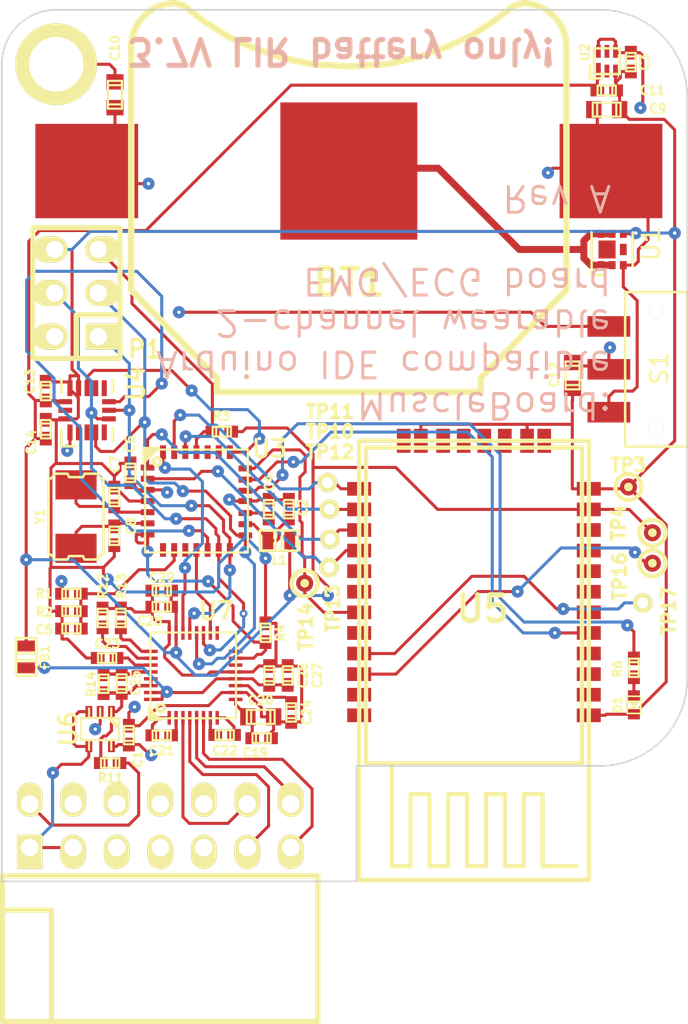
<source format=kicad_pcb>
(kicad_pcb (version 20171130) (host pcbnew "(5.1.12)-1")

  (general
    (thickness 1.6)
    (drawings 22)
    (tracks 856)
    (zones 0)
    (modules 59)
    (nets 49)
  )

  (page A3)
  (layers
    (0 F.Cu signal)
    (1 GND power)
    (2 VS power)
    (31 B.Cu signal)
    (32 B.Adhes user hide)
    (33 F.Adhes user hide)
    (34 B.Paste user hide)
    (35 F.Paste user hide)
    (36 B.SilkS user hide)
    (37 F.SilkS user hide)
    (38 B.Mask user hide)
    (39 F.Mask user hide)
    (40 Dwgs.User user hide)
    (41 Cmts.User user hide)
    (42 Eco1.User user hide)
    (43 Eco2.User user hide)
    (44 Edge.Cuts user)
  )

  (setup
    (last_trace_width 0.1778)
    (trace_clearance 0.17272)
    (zone_clearance 0.1778)
    (zone_45_only yes)
    (trace_min 0.1778)
    (via_size 0.7112)
    (via_drill 0.2032)
    (via_min_size 0.4572)
    (via_min_drill 0.2032)
    (uvia_size 0.508)
    (uvia_drill 0.127)
    (uvias_allowed no)
    (uvia_min_size 0.508)
    (uvia_min_drill 0.127)
    (edge_width 0.1)
    (segment_width 0.2)
    (pcb_text_width 0.3)
    (pcb_text_size 1.5 1.5)
    (mod_edge_width 0.3048)
    (mod_text_size 1 1)
    (mod_text_width 0.15)
    (pad_size 0.9 0.9)
    (pad_drill 0.9)
    (pad_to_mask_clearance 0.0762)
    (aux_axis_origin 200.025 85.344)
    (visible_elements 7FFFFFFF)
    (pcbplotparams
      (layerselection 0x00030_ffffffff)
      (usegerberextensions true)
      (usegerberattributes true)
      (usegerberadvancedattributes true)
      (creategerberjobfile true)
      (excludeedgelayer true)
      (linewidth 0.150000)
      (plotframeref false)
      (viasonmask false)
      (mode 1)
      (useauxorigin false)
      (hpglpennumber 1)
      (hpglpenspeed 20)
      (hpglpendiameter 15.000000)
      (psnegative false)
      (psa4output false)
      (plotreference true)
      (plotvalue true)
      (plotinvisibletext false)
      (padsonsilk false)
      (subtractmaskfromsilk false)
      (outputformat 1)
      (mirror false)
      (drillshape 0)
      (scaleselection 1)
      (outputdirectory "gerber/"))
  )

  (net 0 "")
  (net 1 +BATT)
  (net 2 /AREF)
  (net 3 /AVCC)
  (net 4 /B-)
  (net 5 /BATT_MON)
  (net 6 /BT_CONN)
  (net 7 /BT_RESET)
  (net 8 "/Electrode front-end/GPIO1")
  (net 9 "/Electrode front-end/GPIO2")
  (net 10 "/Electrode front-end/PGA1N")
  (net 11 "/Electrode front-end/PGA1P")
  (net 12 "/Electrode front-end/PGA2N")
  (net 13 "/Electrode front-end/PGA2P")
  (net 14 "/Electrode front-end/RLDIN")
  (net 15 "/Electrode front-end/RLDINV")
  (net 16 "/Electrode front-end/VCAP1")
  (net 17 "/Electrode front-end/VCAP2")
  (net 18 "/Electrode front-end/VREFP")
  (net 19 /FACTORY_RESET)
  (net 20 /STATUS)
  (net 21 /USER_LED)
  (net 22 /~MCU_CTS)
  (net 23 /~MCU_RTS)
  (net 24 AVDD)
  (net 25 CH1N)
  (net 26 CH1P)
  (net 27 CH2N)
  (net 28 CH2P)
  (net 29 DVDD)
  (net 30 GND)
  (net 31 INT1)
  (net 32 MCU_RX)
  (net 33 MCU_TX)
  (net 34 MISO)
  (net 35 MOSI)
  (net 36 N-000002)
  (net 37 N-0000038)
  (net 38 N-0000039)
  (net 39 RLD)
  (net 40 SCLK)
  (net 41 SHIELD)
  (net 42 VCC)
  (net 43 VEXT)
  (net 44 ~AFE_CS)
  (net 45 ~AFE_DRDY)
  (net 46 ~AFE_PWDN)
  (net 47 ~MCU_RESET)
  (net 48 ~XL_CS)

  (net_class Default "This is the default net class."
    (clearance 0.17272)
    (trace_width 0.1778)
    (via_dia 0.7112)
    (via_drill 0.2032)
    (uvia_dia 0.508)
    (uvia_drill 0.127)
    (add_net +BATT)
    (add_net /AREF)
    (add_net /AVCC)
    (add_net /BATT_MON)
    (add_net /BT_CONN)
    (add_net /BT_RESET)
    (add_net "/Electrode front-end/GPIO1")
    (add_net "/Electrode front-end/GPIO2")
    (add_net "/Electrode front-end/PGA1N")
    (add_net "/Electrode front-end/PGA1P")
    (add_net "/Electrode front-end/PGA2N")
    (add_net "/Electrode front-end/PGA2P")
    (add_net "/Electrode front-end/RLDIN")
    (add_net "/Electrode front-end/RLDINV")
    (add_net "/Electrode front-end/VCAP1")
    (add_net "/Electrode front-end/VCAP2")
    (add_net "/Electrode front-end/VREFP")
    (add_net /FACTORY_RESET)
    (add_net /STATUS)
    (add_net /USER_LED)
    (add_net /~MCU_CTS)
    (add_net /~MCU_RTS)
    (add_net AVDD)
    (add_net CH1N)
    (add_net CH1P)
    (add_net CH2N)
    (add_net CH2P)
    (add_net DVDD)
    (add_net GND)
    (add_net INT1)
    (add_net MCU_RX)
    (add_net MCU_TX)
    (add_net MISO)
    (add_net MOSI)
    (add_net N-000002)
    (add_net N-0000038)
    (add_net N-0000039)
    (add_net RLD)
    (add_net SCLK)
    (add_net SHIELD)
    (add_net VCC)
    (add_net VEXT)
    (add_net ~AFE_CS)
    (add_net ~AFE_DRDY)
    (add_net ~AFE_PWDN)
    (add_net ~MCU_RESET)
    (add_net ~XL_CS)
  )

  (net_class "High Current" ""
    (clearance 0.1778)
    (trace_width 0.4064)
    (via_dia 0.7112)
    (via_drill 0.2032)
    (uvia_dia 0.508)
    (uvia_drill 0.127)
    (add_net /B-)
  )

  (module testpoint_1mm (layer F.Cu) (tedit 5367EB74) (tstamp 5356A2B6)
    (at 234.823 112.649 180)
    (descr "TestPoint 1mm")
    (path /53483B3C)
    (fp_text reference TP4 (at 1.9685 0.5715 270) (layer F.SilkS)
      (effects (font (size 0.762 0.762) (thickness 0.1905)))
    )
    (fp_text value 3V3 (at 0.042 0.011 180) (layer F.SilkS) hide
      (effects (font (size 0.127 0.127) (thickness 0.03175)))
    )
    (fp_circle (center 0 0) (end 0.762 0) (layer F.SilkS) (width 0.254))
    (fp_circle (center 0 0) (end 0.127 0) (layer F.SilkS) (width 0.254))
    (pad 1 smd circle (at 0 0 180) (size 1.00076 1.00076) (layers F.Cu F.Paste F.Mask)
      (net 29 DVDD))
    (model walter/details/testpoint.wrl
      (at (xyz 0 0 0))
      (scale (xyz 1 1 1))
      (rotate (xyz 0 0 0))
    )
    (model ../3d_details/walter/details/testpoint.wrl
      (at (xyz 0 0 0))
      (scale (xyz 1 1 1))
      (rotate (xyz 0 0 0))
    )
  )

  (module testpoint_1mm (layer F.Cu) (tedit 5367D916) (tstamp 53592B21)
    (at 233.426 109.982 180)
    (descr "TestPoint 1mm")
    (path /53483B3B)
    (fp_text reference TP3 (at 0 1.27 180) (layer F.SilkS)
      (effects (font (size 0.762 0.762) (thickness 0.1905)))
    )
    (fp_text value GND (at 0 0 180) (layer F.SilkS) hide
      (effects (font (size 0.127 0.127) (thickness 0.03175)))
    )
    (fp_circle (center 0 0) (end 0.762 0) (layer F.SilkS) (width 0.254))
    (fp_circle (center 0 0) (end 0.127 0) (layer F.SilkS) (width 0.254))
    (pad 1 smd circle (at 0 0 180) (size 1.00076 1.00076) (layers F.Cu F.Paste F.Mask)
      (net 30 GND))
    (model walter/details/testpoint.wrl
      (at (xyz 0 0 0))
      (scale (xyz 1 1 1))
      (rotate (xyz 0 0 0))
    )
    (model ../3d_details/walter/details/testpoint.wrl
      (at (xyz 0 0 0))
      (scale (xyz 1 1 1))
      (rotate (xyz 0 0 0))
    )
  )

  (module testpoint_1mm (layer F.Cu) (tedit 5371557A) (tstamp 5356A28E)
    (at 214.528 115.595)
    (descr "TestPoint 1mm")
    (path /53483B70)
    (fp_text reference TP14 (at 0.0762 2.54 90) (layer F.SilkS)
      (effects (font (size 0.762 0.762) (thickness 0.1905)))
    )
    (fp_text value CONN (at -0.033 0.066) (layer F.SilkS) hide
      (effects (font (size 0.127 0.127) (thickness 0.03175)))
    )
    (fp_circle (center 0 0) (end 0.762 0) (layer F.SilkS) (width 0.254))
    (fp_circle (center 0 0) (end 0.127 0) (layer F.SilkS) (width 0.254))
    (pad 1 smd circle (at 0 0) (size 1.00076 1.00076) (layers F.Cu F.Paste F.Mask)
      (net 6 /BT_CONN))
    (model walter/details/testpoint.wrl
      (at (xyz 0 0 0))
      (scale (xyz 1 1 1))
      (rotate (xyz 0 0 0))
    )
    (model ../3d_details/walter/details/testpoint.wrl
      (at (xyz 0 0 0))
      (scale (xyz 1 1 1))
      (rotate (xyz 0 0 0))
    )
  )

  (module testpoint_1mm (layer F.Cu) (tedit 5367EB6A) (tstamp 5356A29E)
    (at 234.823 114.427)
    (descr "TestPoint 1mm")
    (path /53483B71)
    (fp_text reference TP16 (at -1.905 0.762 90) (layer F.SilkS)
      (effects (font (size 0.762 0.762) (thickness 0.1905)))
    )
    (fp_text value FACT (at 0 0) (layer F.SilkS)
      (effects (font (size 0.127 0.127) (thickness 0.03175)))
    )
    (fp_circle (center 0 0) (end 0.762 0) (layer F.SilkS) (width 0.254))
    (fp_circle (center 0 0) (end 0.127 0) (layer F.SilkS) (width 0.254))
    (pad 1 smd circle (at 0 0) (size 1.00076 1.00076) (layers F.Cu F.Paste F.Mask)
      (net 19 /FACTORY_RESET))
    (model walter/details/testpoint.wrl
      (at (xyz 0 0 0))
      (scale (xyz 1 1 1))
      (rotate (xyz 0 0 0))
    )
    (model ../3d_details/walter/details/testpoint.wrl
      (at (xyz 0 0 0))
      (scale (xyz 1 1 1))
      (rotate (xyz 0 0 0))
    )
  )

  (module r_0402 (layer F.Cu) (tedit 5367EA39) (tstamp 5344AB71)
    (at 209.69 106.756)
    (descr "SMT resistor, 0402")
    (path /53483B57)
    (fp_text reference R3 (at -0.0127 -0.9017) (layer F.SilkS)
      (effects (font (size 0.508 0.508) (thickness 0.127)))
    )
    (fp_text value 10k (at 0 0.4826) (layer F.SilkS) hide
      (effects (font (size 0.1524 0.1524) (thickness 0.03048)))
    )
    (fp_line (start 0.5334 -0.2794) (end -0.5334 -0.2794) (layer F.SilkS) (width 0.127))
    (fp_line (start 0.5334 0.2794) (end 0.5334 -0.2794) (layer F.SilkS) (width 0.127))
    (fp_line (start -0.5334 0.2794) (end 0.5334 0.2794) (layer F.SilkS) (width 0.127))
    (fp_line (start -0.5334 -0.2794) (end -0.5334 0.2794) (layer F.SilkS) (width 0.127))
    (fp_line (start -0.3302 -0.2794) (end -0.3302 0.2794) (layer F.SilkS) (width 0.127))
    (fp_line (start 0.3302 -0.2794) (end 0.3302 0.2794) (layer F.SilkS) (width 0.127))
    (pad 1 smd rect (at 0.54864 0) (size 0.8001 0.6985) (layers F.Cu F.Paste F.Mask)
      (net 29 DVDD))
    (pad 2 smd rect (at -0.54864 0) (size 0.8001 0.6985) (layers F.Cu F.Paste F.Mask)
      (net 47 ~MCU_RESET))
    (model walter/smd_resistors/r_0402.wrl
      (at (xyz 0 0 0))
      (scale (xyz 1 1 1))
      (rotate (xyz 0 0 0))
    )
    (model ../3d_smd_resistors/walter/smd_resistors/r_0402.wrl
      (at (xyz 0 0 0))
      (scale (xyz 1 1 1))
      (rotate (xyz 0 0 0))
    )
  )

  (module r_0402 (layer F.Cu) (tedit 5367EAA7) (tstamp 5344AB98)
    (at 200.914 117.221)
    (descr "SMT resistor, 0402")
    (path /53483B67)
    (fp_text reference R2 (at -1.5875 0.0635) (layer F.SilkS)
      (effects (font (size 0.508 0.508) (thickness 0.127)))
    )
    (fp_text value 1M (at 0 0.0635) (layer F.SilkS) hide
      (effects (font (size 0.1524 0.1524) (thickness 0.03048)))
    )
    (fp_line (start 0.5334 -0.2794) (end -0.5334 -0.2794) (layer F.SilkS) (width 0.127))
    (fp_line (start 0.5334 0.2794) (end 0.5334 -0.2794) (layer F.SilkS) (width 0.127))
    (fp_line (start -0.5334 0.2794) (end 0.5334 0.2794) (layer F.SilkS) (width 0.127))
    (fp_line (start -0.5334 -0.2794) (end -0.5334 0.2794) (layer F.SilkS) (width 0.127))
    (fp_line (start -0.3302 -0.2794) (end -0.3302 0.2794) (layer F.SilkS) (width 0.127))
    (fp_line (start 0.3302 -0.2794) (end 0.3302 0.2794) (layer F.SilkS) (width 0.127))
    (pad 1 smd rect (at 0.54864 0) (size 0.8001 0.6985) (layers F.Cu F.Paste F.Mask)
      (net 5 /BATT_MON))
    (pad 2 smd rect (at -0.54864 0) (size 0.8001 0.6985) (layers F.Cu F.Paste F.Mask)
      (net 30 GND))
    (model walter/smd_resistors/r_0402.wrl
      (at (xyz 0 0 0))
      (scale (xyz 1 1 1))
      (rotate (xyz 0 0 0))
    )
    (model ../3d_smd_resistors/walter/smd_resistors/r_0402.wrl
      (at (xyz 0 0 0))
      (scale (xyz 1 1 1))
      (rotate (xyz 0 0 0))
    )
  )

  (module r_0402 (layer F.Cu) (tedit 5367EA8C) (tstamp 5355A28B)
    (at 200.914 116.205 180)
    (descr "SMT resistor, 0402")
    (path /53483B66)
    (fp_text reference R1 (at 1.5875 0 180) (layer F.SilkS)
      (effects (font (size 0.508 0.508) (thickness 0.127)))
    )
    (fp_text value 2.2M (at 0 0 180) (layer F.SilkS) hide
      (effects (font (size 0.1524 0.1524) (thickness 0.03048)))
    )
    (fp_line (start 0.5334 -0.2794) (end -0.5334 -0.2794) (layer F.SilkS) (width 0.127))
    (fp_line (start 0.5334 0.2794) (end 0.5334 -0.2794) (layer F.SilkS) (width 0.127))
    (fp_line (start -0.5334 0.2794) (end 0.5334 0.2794) (layer F.SilkS) (width 0.127))
    (fp_line (start -0.5334 -0.2794) (end -0.5334 0.2794) (layer F.SilkS) (width 0.127))
    (fp_line (start -0.3302 -0.2794) (end -0.3302 0.2794) (layer F.SilkS) (width 0.127))
    (fp_line (start 0.3302 -0.2794) (end 0.3302 0.2794) (layer F.SilkS) (width 0.127))
    (pad 1 smd rect (at 0.54864 0 180) (size 0.8001 0.6985) (layers F.Cu F.Paste F.Mask)
      (net 1 +BATT))
    (pad 2 smd rect (at -0.54864 0 180) (size 0.8001 0.6985) (layers F.Cu F.Paste F.Mask)
      (net 5 /BATT_MON))
    (model walter/smd_resistors/r_0402.wrl
      (at (xyz 0 0 0))
      (scale (xyz 1 1 1))
      (rotate (xyz 0 0 0))
    )
    (model ../3d_smd_resistors/walter/smd_resistors/r_0402.wrl
      (at (xyz 0 0 0))
      (scale (xyz 1 1 1))
      (rotate (xyz 0 0 0))
    )
  )

  (module inductor_smd_0603 (layer F.Cu) (tedit 5372B83F) (tstamp 537152AF)
    (at 213.017 113.106)
    (descr "Inductor SMD, 0603")
    (path /53483B61)
    (fp_text reference L1 (at 0.0254 1.1303) (layer F.SilkS)
      (effects (font (size 0.508 0.508) (thickness 0.127)))
    )
    (fp_text value 10uH (at -0.0127 0) (layer F.SilkS) hide
      (effects (font (size 0.127 0.127) (thickness 0.000001)))
    )
    (fp_line (start -1.09982 0.59944) (end -1.09982 -0.59944) (layer F.SilkS) (width 0.14986))
    (fp_line (start 1.09982 0.59944) (end -1.09982 0.59944) (layer F.SilkS) (width 0.14986))
    (fp_line (start 1.09982 -0.59944) (end 1.09982 0.59944) (layer F.SilkS) (width 0.14986))
    (fp_line (start -1.09982 -0.59944) (end 1.09982 -0.59944) (layer F.SilkS) (width 0.14986))
    (fp_line (start -0.20066 -0.59944) (end -0.20066 0.59944) (layer F.SilkS) (width 0.14986))
    (fp_line (start 0.20066 0.59944) (end 0.20066 -0.59944) (layer F.SilkS) (width 0.14986))
    (pad 1 smd rect (at -0.63754 0) (size 0.635 1.016) (layers F.Cu F.Paste F.Mask)
      (net 3 /AVCC))
    (pad 2 smd rect (at 0.63754 0) (size 0.635 1.016) (layers F.Cu F.Paste F.Mask)
      (net 29 DVDD))
    (model walter/smd_inductors/inductor_smd_0603.wrl
      (at (xyz 0 0 0))
      (scale (xyz 1 1 1))
      (rotate (xyz 0 0 0))
    )
    (model ../3d_smd_inductors/walter/smd_inductors/inductor_smd_0603.wrl
      (at (xyz 0 0 0))
      (scale (xyz 1 1 1))
      (rotate (xyz 0 0 0))
    )
  )

  (module crystal_smd_5x3.2mm (layer F.Cu) (tedit 5372B84B) (tstamp 5344B028)
    (at 201.181 111.709 270)
    (descr "5x3.2mm SMD glass Crystal")
    (path /53483B6C)
    (fp_text reference Y1 (at -0.0127 2.1082 270) (layer F.SilkS)
      (effects (font (size 0.508 0.508) (thickness 0.127)))
    )
    (fp_text value ABM3B-8.000MHZ (at 0.0128 0.0306 270) (layer F.SilkS) hide
      (effects (font (size 0.49784 0.49784) (thickness 0.09906)))
    )
    (fp_line (start -2.3 0.4) (end -2.3 -0.4) (layer F.SilkS) (width 0.15))
    (fp_line (start -2.5 -0.5) (end -2.3 -0.4) (layer F.SilkS) (width 0.15))
    (fp_line (start -2.5 0.5) (end -2.3 0.4) (layer F.SilkS) (width 0.15))
    (fp_line (start -2.5 1.3) (end -2.5 0.5) (layer F.SilkS) (width 0.15))
    (fp_line (start -2.2 1.6) (end 2.2 1.6) (layer F.SilkS) (width 0.15))
    (fp_line (start 2.5 1.3) (end 2.5 0.5) (layer F.SilkS) (width 0.15))
    (fp_line (start 2.3 -0.4) (end 2.5 -0.5) (layer F.SilkS) (width 0.15))
    (fp_line (start 2.3 0.4) (end 2.5 0.5) (layer F.SilkS) (width 0.15))
    (fp_line (start 2.3 0.4) (end 2.3 -0.4) (layer F.SilkS) (width 0.15))
    (fp_line (start 2.5 -0.5) (end 2.5 -1.3) (layer F.SilkS) (width 0.15))
    (fp_line (start -2.5 -0.5) (end -2.5 -1.3) (layer F.SilkS) (width 0.15))
    (fp_line (start -2.2 -1.6) (end 2.2 -1.6) (layer F.SilkS) (width 0.15))
    (fp_arc (start 2.5 -1.6) (end 2.5 -1.3) (angle 90) (layer F.SilkS) (width 0.15))
    (fp_arc (start -2.5 -1.6) (end -2.2 -1.6) (angle 90) (layer F.SilkS) (width 0.15))
    (fp_arc (start 2.5 1.6) (end 2.2 1.6) (angle 90) (layer F.SilkS) (width 0.15))
    (fp_arc (start -2.5 1.6) (end -2.5 1.3) (angle 90) (layer F.SilkS) (width 0.15))
    (pad 1 smd rect (at -1.85 0 270) (size 1.7 2.4) (layers F.Cu F.Paste F.Mask)
      (net 38 N-0000039) (solder_mask_margin 0.06858))
    (pad 2 smd rect (at 1.85 0 270) (size 1.7 2.4) (layers F.Cu F.Paste F.Mask)
      (net 37 N-0000038) (solder_mask_margin 0.06858))
    (model ../3d_crystal/walter/crystal/crystal_smd_5x3.2mm.wrl
      (at (xyz 0 0 0))
      (scale (xyz 1 1 1))
      (rotate (xyz 0 0 0))
    )
  )

  (module c_0402 (layer F.Cu) (tedit 5367EA1A) (tstamp 5344ADA0)
    (at 203.416 110.566 90)
    (descr "SMT capacitor, 0402")
    (path /53483B6D)
    (fp_text reference C7 (at 1.9177 0.0381 90) (layer F.SilkS)
      (effects (font (size 0.508 0.508) (thickness 0.127)))
    )
    (fp_text value 30pF (at 0 0.4826 90) (layer F.SilkS) hide
      (effects (font (size 0.1524 0.1524) (thickness 0.03048)))
    )
    (fp_line (start 0.5334 -0.2794) (end -0.5334 -0.2794) (layer F.SilkS) (width 0.127))
    (fp_line (start 0.5334 0.2794) (end 0.5334 -0.2794) (layer F.SilkS) (width 0.127))
    (fp_line (start -0.5334 0.2794) (end 0.5334 0.2794) (layer F.SilkS) (width 0.127))
    (fp_line (start -0.5334 -0.2794) (end -0.5334 0.2794) (layer F.SilkS) (width 0.127))
    (fp_line (start -0.3302 -0.2794) (end -0.3302 0.2794) (layer F.SilkS) (width 0.127))
    (fp_line (start 0.3302 -0.2794) (end 0.3302 0.2794) (layer F.SilkS) (width 0.127))
    (pad 1 smd rect (at 0.54864 0 90) (size 0.8001 0.6985) (layers F.Cu F.Paste F.Mask)
      (net 30 GND))
    (pad 2 smd rect (at -0.54864 0 90) (size 0.8001 0.6985) (layers F.Cu F.Paste F.Mask)
      (net 38 N-0000039))
    (model walter\smd_cap\c_0402.wrl
      (at (xyz 0 0 0))
      (scale (xyz 1 1 1))
      (rotate (xyz 0 0 0))
    )
    (model ../3d_smd_cap/walter/smd_cap/c_0402.wrl
      (at (xyz 0 0 0))
      (scale (xyz 1 1 1))
      (rotate (xyz 0 0 0))
    )
  )

  (module c_0402 (layer F.Cu) (tedit 5367EAA8) (tstamp 534F0383)
    (at 200.914 118.237)
    (descr "SMT capacitor, 0402")
    (path /53483B83)
    (fp_text reference C5 (at -1.5875 0.0635) (layer F.SilkS)
      (effects (font (size 0.508 0.508) (thickness 0.127)))
    )
    (fp_text value 0.1uF (at 0 0.0635) (layer F.SilkS) hide
      (effects (font (size 0.1524 0.1524) (thickness 0.03048)))
    )
    (fp_line (start 0.5334 -0.2794) (end -0.5334 -0.2794) (layer F.SilkS) (width 0.127))
    (fp_line (start 0.5334 0.2794) (end 0.5334 -0.2794) (layer F.SilkS) (width 0.127))
    (fp_line (start -0.5334 0.2794) (end 0.5334 0.2794) (layer F.SilkS) (width 0.127))
    (fp_line (start -0.5334 -0.2794) (end -0.5334 0.2794) (layer F.SilkS) (width 0.127))
    (fp_line (start -0.3302 -0.2794) (end -0.3302 0.2794) (layer F.SilkS) (width 0.127))
    (fp_line (start 0.3302 -0.2794) (end 0.3302 0.2794) (layer F.SilkS) (width 0.127))
    (pad 1 smd rect (at 0.54864 0) (size 0.8001 0.6985) (layers F.Cu F.Paste F.Mask)
      (net 5 /BATT_MON))
    (pad 2 smd rect (at -0.54864 0) (size 0.8001 0.6985) (layers F.Cu F.Paste F.Mask)
      (net 30 GND))
    (model walter\smd_cap\c_0402.wrl
      (at (xyz 0 0 0))
      (scale (xyz 1 1 1))
      (rotate (xyz 0 0 0))
    )
    (model ../3d_smd_resistors/walter/smd_resistors/r_0402.wrl
      (at (xyz 0 0 0))
      (scale (xyz 1 1 1))
      (rotate (xyz 0 0 0))
    )
  )

  (module c_0402 (layer F.Cu) (tedit 5367EA2C) (tstamp 5344AE22)
    (at 204.356 109.156 270)
    (descr "SMT capacitor, 0402")
    (path /53483B58)
    (fp_text reference C6 (at -1.6764 0.0127 270) (layer F.SilkS)
      (effects (font (size 0.508 0.508) (thickness 0.127)))
    )
    (fp_text value 0.1uF (at 0 0.4826 270) (layer F.SilkS) hide
      (effects (font (size 0.1524 0.1524) (thickness 0.03048)))
    )
    (fp_line (start 0.5334 -0.2794) (end -0.5334 -0.2794) (layer F.SilkS) (width 0.127))
    (fp_line (start 0.5334 0.2794) (end 0.5334 -0.2794) (layer F.SilkS) (width 0.127))
    (fp_line (start -0.5334 0.2794) (end 0.5334 0.2794) (layer F.SilkS) (width 0.127))
    (fp_line (start -0.5334 -0.2794) (end -0.5334 0.2794) (layer F.SilkS) (width 0.127))
    (fp_line (start -0.3302 -0.2794) (end -0.3302 0.2794) (layer F.SilkS) (width 0.127))
    (fp_line (start 0.3302 -0.2794) (end 0.3302 0.2794) (layer F.SilkS) (width 0.127))
    (pad 1 smd rect (at 0.54864 0 270) (size 0.8001 0.6985) (layers F.Cu F.Paste F.Mask)
      (net 29 DVDD))
    (pad 2 smd rect (at -0.54864 0 270) (size 0.8001 0.6985) (layers F.Cu F.Paste F.Mask)
      (net 30 GND))
    (model walter\smd_cap\c_0402.wrl
      (at (xyz 0 0 0))
      (scale (xyz 1 1 1))
      (rotate (xyz 0 0 0))
    )
    (model ../3d_smd_cap/walter/smd_cap/c_0402.wrl
      (at (xyz 0 0 0))
      (scale (xyz 1 1 1))
      (rotate (xyz 0 0 0))
    )
  )

  (module c_0402 (layer F.Cu) (tedit 5367EB58) (tstamp 5344AE8A)
    (at 203.416 112.827 270)
    (descr "SMT capacitor, 0402")
    (path /53483B6E)
    (fp_text reference C8 (at -0.5588 -0.9906 270) (layer F.SilkS)
      (effects (font (size 0.508 0.508) (thickness 0.127)))
    )
    (fp_text value 30pF (at 0 0.4826 270) (layer F.SilkS) hide
      (effects (font (size 0.1524 0.1524) (thickness 0.03048)))
    )
    (fp_line (start 0.5334 -0.2794) (end -0.5334 -0.2794) (layer F.SilkS) (width 0.127))
    (fp_line (start 0.5334 0.2794) (end 0.5334 -0.2794) (layer F.SilkS) (width 0.127))
    (fp_line (start -0.5334 0.2794) (end 0.5334 0.2794) (layer F.SilkS) (width 0.127))
    (fp_line (start -0.5334 -0.2794) (end -0.5334 0.2794) (layer F.SilkS) (width 0.127))
    (fp_line (start -0.3302 -0.2794) (end -0.3302 0.2794) (layer F.SilkS) (width 0.127))
    (fp_line (start 0.3302 -0.2794) (end 0.3302 0.2794) (layer F.SilkS) (width 0.127))
    (pad 1 smd rect (at 0.54864 0 270) (size 0.8001 0.6985) (layers F.Cu F.Paste F.Mask)
      (net 30 GND))
    (pad 2 smd rect (at -0.54864 0 270) (size 0.8001 0.6985) (layers F.Cu F.Paste F.Mask)
      (net 37 N-0000038))
    (model walter\smd_cap\c_0402.wrl
      (at (xyz 0 0 0))
      (scale (xyz 1 1 1))
      (rotate (xyz 0 0 0))
    )
    (model ../3d_smd_cap/walter/smd_cap/c_0402.wrl
      (at (xyz 0 0 0))
      (scale (xyz 1 1 1))
      (rotate (xyz 0 0 0))
    )
  )

  (module c_0402 (layer F.Cu) (tedit 5367F03A) (tstamp 5344AE08)
    (at 212.433 111.277 270)
    (descr "SMT capacitor, 0402")
    (path /53483B5A)
    (fp_text reference C4 (at -1.5494 -0.0381 270) (layer F.SilkS)
      (effects (font (size 0.508 0.508) (thickness 0.127)))
    )
    (fp_text value 0.1uF (at 0 0.4826 270) (layer F.SilkS) hide
      (effects (font (size 0.1524 0.1524) (thickness 0.03048)))
    )
    (fp_line (start 0.5334 -0.2794) (end -0.5334 -0.2794) (layer F.SilkS) (width 0.127))
    (fp_line (start 0.5334 0.2794) (end 0.5334 -0.2794) (layer F.SilkS) (width 0.127))
    (fp_line (start -0.5334 0.2794) (end 0.5334 0.2794) (layer F.SilkS) (width 0.127))
    (fp_line (start -0.5334 -0.2794) (end -0.5334 0.2794) (layer F.SilkS) (width 0.127))
    (fp_line (start -0.3302 -0.2794) (end -0.3302 0.2794) (layer F.SilkS) (width 0.127))
    (fp_line (start 0.3302 -0.2794) (end 0.3302 0.2794) (layer F.SilkS) (width 0.127))
    (pad 1 smd rect (at 0.54864 0 270) (size 0.8001 0.6985) (layers F.Cu F.Paste F.Mask)
      (net 2 /AREF))
    (pad 2 smd rect (at -0.54864 0 270) (size 0.8001 0.6985) (layers F.Cu F.Paste F.Mask)
      (net 30 GND))
    (model walter\smd_cap\c_0402.wrl
      (at (xyz 0 0 0))
      (scale (xyz 1 1 1))
      (rotate (xyz 0 0 0))
    )
    (model ../3d_smd_cap/walter/smd_cap/c_0402.wrl
      (at (xyz 0 0 0))
      (scale (xyz 1 1 1))
      (rotate (xyz 0 0 0))
    )
  )

  (module c_0402 (layer F.Cu) (tedit 537148EC) (tstamp 5352B0AB)
    (at 233.566 85.217 90)
    (descr "SMT capacitor, 0402")
    (path /53483B33)
    (fp_text reference C3 (at 0 0.8128 90) (layer F.SilkS)
      (effects (font (size 0.508 0.508) (thickness 0.127)))
    )
    (fp_text value 1uF (at 0 0.0508 90) (layer F.SilkS) hide
      (effects (font (size 0.1524 0.1524) (thickness 0.03048)))
    )
    (fp_line (start 0.5334 -0.2794) (end -0.5334 -0.2794) (layer F.SilkS) (width 0.127))
    (fp_line (start 0.5334 0.2794) (end 0.5334 -0.2794) (layer F.SilkS) (width 0.127))
    (fp_line (start -0.5334 0.2794) (end 0.5334 0.2794) (layer F.SilkS) (width 0.127))
    (fp_line (start -0.5334 -0.2794) (end -0.5334 0.2794) (layer F.SilkS) (width 0.127))
    (fp_line (start -0.3302 -0.2794) (end -0.3302 0.2794) (layer F.SilkS) (width 0.127))
    (fp_line (start 0.3302 -0.2794) (end 0.3302 0.2794) (layer F.SilkS) (width 0.127))
    (pad 1 smd rect (at 0.54864 0 90) (size 0.8001 0.6985) (layers F.Cu F.Paste F.Mask)
      (net 42 VCC))
    (pad 2 smd rect (at -0.54864 0 90) (size 0.8001 0.6985) (layers F.Cu F.Paste F.Mask)
      (net 30 GND))
    (model walter\smd_cap\c_0402.wrl
      (at (xyz 0 0 0))
      (scale (xyz 1 1 1))
      (rotate (xyz 0 0 0))
    )
    (model ../3d_smd_cap/walter/smd_cap/c_0402.wrl
      (at (xyz 0 0 0))
      (scale (xyz 1 1 1))
      (rotate (xyz 0 0 0))
    )
  )

  (module c_0402 (layer F.Cu) (tedit 5367F035) (tstamp 5344AC41)
    (at 213.601 111.277 270)
    (descr "SMT capacitor, 0402")
    (path /53483B5F)
    (fp_text reference C2 (at -0.0889 -0.8382 270) (layer F.SilkS)
      (effects (font (size 0.508 0.508) (thickness 0.127)))
    )
    (fp_text value 0.1uF (at 0 0.4826 270) (layer F.SilkS) hide
      (effects (font (size 0.1524 0.1524) (thickness 0.03048)))
    )
    (fp_line (start 0.5334 -0.2794) (end -0.5334 -0.2794) (layer F.SilkS) (width 0.127))
    (fp_line (start 0.5334 0.2794) (end 0.5334 -0.2794) (layer F.SilkS) (width 0.127))
    (fp_line (start -0.5334 0.2794) (end 0.5334 0.2794) (layer F.SilkS) (width 0.127))
    (fp_line (start -0.5334 -0.2794) (end -0.5334 0.2794) (layer F.SilkS) (width 0.127))
    (fp_line (start -0.3302 -0.2794) (end -0.3302 0.2794) (layer F.SilkS) (width 0.127))
    (fp_line (start 0.3302 -0.2794) (end 0.3302 0.2794) (layer F.SilkS) (width 0.127))
    (pad 1 smd rect (at 0.54864 0 270) (size 0.8001 0.6985) (layers F.Cu F.Paste F.Mask)
      (net 3 /AVCC))
    (pad 2 smd rect (at -0.54864 0 270) (size 0.8001 0.6985) (layers F.Cu F.Paste F.Mask)
      (net 30 GND))
    (model walter\smd_cap\c_0402.wrl
      (at (xyz 0 0 0))
      (scale (xyz 1 1 1))
      (rotate (xyz 0 0 0))
    )
    (model ../3d_smd_cap/walter/smd_cap/c_0402.wrl
      (at (xyz 0 0 0))
      (scale (xyz 1 1 1))
      (rotate (xyz 0 0 0))
    )
  )

  (module c_0402 (layer F.Cu) (tedit 5367E09C) (tstamp 5344AC68)
    (at 232.156 86.868 180)
    (descr "SMT capacitor, 0402")
    (path /53483B36)
    (fp_text reference C11 (at -2.667 0 180) (layer F.SilkS)
      (effects (font (size 0.508 0.508) (thickness 0.127)))
    )
    (fp_text value 1uF (at 0 0.4826 180) (layer F.SilkS) hide
      (effects (font (size 0.1524 0.1524) (thickness 0.03048)))
    )
    (fp_line (start 0.5334 -0.2794) (end -0.5334 -0.2794) (layer F.SilkS) (width 0.127))
    (fp_line (start 0.5334 0.2794) (end 0.5334 -0.2794) (layer F.SilkS) (width 0.127))
    (fp_line (start -0.5334 0.2794) (end 0.5334 0.2794) (layer F.SilkS) (width 0.127))
    (fp_line (start -0.5334 -0.2794) (end -0.5334 0.2794) (layer F.SilkS) (width 0.127))
    (fp_line (start -0.3302 -0.2794) (end -0.3302 0.2794) (layer F.SilkS) (width 0.127))
    (fp_line (start 0.3302 -0.2794) (end 0.3302 0.2794) (layer F.SilkS) (width 0.127))
    (pad 1 smd rect (at 0.54864 0 180) (size 0.8001 0.6985) (layers F.Cu F.Paste F.Mask)
      (net 29 DVDD))
    (pad 2 smd rect (at -0.54864 0 180) (size 0.8001 0.6985) (layers F.Cu F.Paste F.Mask)
      (net 30 GND))
    (model walter\smd_cap\c_0402.wrl
      (at (xyz 0 0 0))
      (scale (xyz 1 1 1))
      (rotate (xyz 0 0 0))
    )
    (model ../3d_smd_cap/walter/smd_cap/c_0402.wrl
      (at (xyz 0 0 0))
      (scale (xyz 1 1 1))
      (rotate (xyz 0 0 0))
    )
  )

  (module r_0402 (layer F.Cu) (tedit 5367EB9E) (tstamp 53484CEA)
    (at 233.744 120.523 270)
    (descr "SMT resistor, 0402")
    (path /53483B5D)
    (fp_text reference R6 (at 0.0635 0.9525 270) (layer F.SilkS)
      (effects (font (size 0.508 0.508) (thickness 0.127)))
    )
    (fp_text value 2.2k (at 0 0.4826 270) (layer F.SilkS) hide
      (effects (font (size 0.1524 0.1524) (thickness 0.03048)))
    )
    (fp_line (start 0.5334 -0.2794) (end -0.5334 -0.2794) (layer F.SilkS) (width 0.127))
    (fp_line (start 0.5334 0.2794) (end 0.5334 -0.2794) (layer F.SilkS) (width 0.127))
    (fp_line (start -0.5334 0.2794) (end 0.5334 0.2794) (layer F.SilkS) (width 0.127))
    (fp_line (start -0.5334 -0.2794) (end -0.5334 0.2794) (layer F.SilkS) (width 0.127))
    (fp_line (start -0.3302 -0.2794) (end -0.3302 0.2794) (layer F.SilkS) (width 0.127))
    (fp_line (start 0.3302 -0.2794) (end 0.3302 0.2794) (layer F.SilkS) (width 0.127))
    (pad 1 smd rect (at 0.54864 0 270) (size 0.8001 0.6985) (layers F.Cu F.Paste F.Mask)
      (net 36 N-000002))
    (pad 2 smd rect (at -0.54864 0 270) (size 0.8001 0.6985) (layers F.Cu F.Paste F.Mask)
      (net 21 /USER_LED))
    (model walter/smd_resistors/r_0402.wrl
      (at (xyz 0 0 0))
      (scale (xyz 1 1 1))
      (rotate (xyz 0 0 0))
    )
    (model ../3d_smd_resistors/walter/smd_resistors/r_0402.wrl
      (at (xyz 0 0 0))
      (scale (xyz 1 1 1))
      (rotate (xyz 0 0 0))
    )
  )

  (module r_0402 (layer F.Cu) (tedit 5367EAC9) (tstamp 53484CF6)
    (at 203.797 117.615 270)
    (descr "SMT resistor, 0402")
    (path /53484A5E/534850AC)
    (fp_text reference R13 (at -1.8542 -0.0381 270) (layer F.SilkS)
      (effects (font (size 0.508 0.508) (thickness 0.127)))
    )
    (fp_text value 10k (at -0.0127 0.0254 270) (layer F.SilkS) hide
      (effects (font (size 0.1524 0.1524) (thickness 0.03048)))
    )
    (fp_line (start 0.5334 -0.2794) (end -0.5334 -0.2794) (layer F.SilkS) (width 0.127))
    (fp_line (start 0.5334 0.2794) (end 0.5334 -0.2794) (layer F.SilkS) (width 0.127))
    (fp_line (start -0.5334 0.2794) (end 0.5334 0.2794) (layer F.SilkS) (width 0.127))
    (fp_line (start -0.5334 -0.2794) (end -0.5334 0.2794) (layer F.SilkS) (width 0.127))
    (fp_line (start -0.3302 -0.2794) (end -0.3302 0.2794) (layer F.SilkS) (width 0.127))
    (fp_line (start 0.3302 -0.2794) (end 0.3302 0.2794) (layer F.SilkS) (width 0.127))
    (pad 1 smd rect (at 0.54864 0 270) (size 0.8001 0.6985) (layers F.Cu F.Paste F.Mask)
      (net 9 "/Electrode front-end/GPIO2"))
    (pad 2 smd rect (at -0.54864 0 270) (size 0.8001 0.6985) (layers F.Cu F.Paste F.Mask)
      (net 30 GND))
    (model walter/smd_resistors/r_0402.wrl
      (at (xyz 0 0 0))
      (scale (xyz 1 1 1))
      (rotate (xyz 0 0 0))
    )
    (model ../3d_smd_resistors/walter/smd_resistors/r_0402.wrl
      (at (xyz 0 0 0))
      (scale (xyz 1 1 1))
      (rotate (xyz 0 0 0))
    )
  )

  (module r_0402 (layer F.Cu) (tedit 5367EABC) (tstamp 53484D02)
    (at 202.73 117.615 270)
    (descr "SMT resistor, 0402")
    (path /53484A5E/534850A6)
    (fp_text reference R12 (at -1.8542 -0.0254 270) (layer F.SilkS)
      (effects (font (size 0.508 0.508) (thickness 0.127)))
    )
    (fp_text value 10k (at -0.0127 0.0381 270) (layer F.SilkS) hide
      (effects (font (size 0.1524 0.1524) (thickness 0.03048)))
    )
    (fp_line (start 0.5334 -0.2794) (end -0.5334 -0.2794) (layer F.SilkS) (width 0.127))
    (fp_line (start 0.5334 0.2794) (end 0.5334 -0.2794) (layer F.SilkS) (width 0.127))
    (fp_line (start -0.5334 0.2794) (end 0.5334 0.2794) (layer F.SilkS) (width 0.127))
    (fp_line (start -0.5334 -0.2794) (end -0.5334 0.2794) (layer F.SilkS) (width 0.127))
    (fp_line (start -0.3302 -0.2794) (end -0.3302 0.2794) (layer F.SilkS) (width 0.127))
    (fp_line (start 0.3302 -0.2794) (end 0.3302 0.2794) (layer F.SilkS) (width 0.127))
    (pad 1 smd rect (at 0.54864 0 270) (size 0.8001 0.6985) (layers F.Cu F.Paste F.Mask)
      (net 8 "/Electrode front-end/GPIO1"))
    (pad 2 smd rect (at -0.54864 0 270) (size 0.8001 0.6985) (layers F.Cu F.Paste F.Mask)
      (net 30 GND))
    (model walter/smd_resistors/r_0402.wrl
      (at (xyz 0 0 0))
      (scale (xyz 1 1 1))
      (rotate (xyz 0 0 0))
    )
    (model ../3d_smd_resistors/walter/smd_resistors/r_0402.wrl
      (at (xyz 0 0 0))
      (scale (xyz 1 1 1))
      (rotate (xyz 0 0 0))
    )
  )

  (module r_0402 (layer F.Cu) (tedit 5367E0E4) (tstamp 53484D0E)
    (at 203.175 126.073 180)
    (descr "SMT resistor, 0402")
    (path /53484A5E/53484FFF)
    (fp_text reference R11 (at -0.0254 -0.8636 180) (layer F.SilkS)
      (effects (font (size 0.508 0.508) (thickness 0.127)))
    )
    (fp_text value 51k (at 0 0.4826 180) (layer F.SilkS) hide
      (effects (font (size 0.1524 0.1524) (thickness 0.03048)))
    )
    (fp_line (start 0.5334 -0.2794) (end -0.5334 -0.2794) (layer F.SilkS) (width 0.127))
    (fp_line (start 0.5334 0.2794) (end 0.5334 -0.2794) (layer F.SilkS) (width 0.127))
    (fp_line (start -0.5334 0.2794) (end 0.5334 0.2794) (layer F.SilkS) (width 0.127))
    (fp_line (start -0.5334 -0.2794) (end -0.5334 0.2794) (layer F.SilkS) (width 0.127))
    (fp_line (start -0.3302 -0.2794) (end -0.3302 0.2794) (layer F.SilkS) (width 0.127))
    (fp_line (start 0.3302 -0.2794) (end 0.3302 0.2794) (layer F.SilkS) (width 0.127))
    (pad 1 smd rect (at 0.54864 0 180) (size 0.8001 0.6985) (layers F.Cu F.Paste F.Mask)
      (net 14 "/Electrode front-end/RLDIN"))
    (pad 2 smd rect (at -0.54864 0 180) (size 0.8001 0.6985) (layers F.Cu F.Paste F.Mask)
      (net 39 RLD))
    (model walter/smd_resistors/r_0402.wrl
      (at (xyz 0 0 0))
      (scale (xyz 1 1 1))
      (rotate (xyz 0 0 0))
    )
    (model ../3d_smd_resistors/walter/smd_resistors/r_0402.wrl
      (at (xyz 0 0 0))
      (scale (xyz 1 1 1))
      (rotate (xyz 0 0 0))
    )
  )

  (module r_0402 (layer F.Cu) (tedit 5367EB1C) (tstamp 53484D32)
    (at 202.794 121.45 270)
    (descr "SMT resistor, 0402")
    (path /53484A5E/53484F78)
    (fp_text reference R14 (at 0.0254 0.7366 270) (layer F.SilkS)
      (effects (font (size 0.508 0.508) (thickness 0.127)))
    )
    (fp_text value 1M (at 0.0254 -0.0254 270) (layer F.SilkS) hide
      (effects (font (size 0.1524 0.1524) (thickness 0.03048)))
    )
    (fp_line (start 0.5334 -0.2794) (end -0.5334 -0.2794) (layer F.SilkS) (width 0.127))
    (fp_line (start 0.5334 0.2794) (end 0.5334 -0.2794) (layer F.SilkS) (width 0.127))
    (fp_line (start -0.5334 0.2794) (end 0.5334 0.2794) (layer F.SilkS) (width 0.127))
    (fp_line (start -0.5334 -0.2794) (end -0.5334 0.2794) (layer F.SilkS) (width 0.127))
    (fp_line (start -0.3302 -0.2794) (end -0.3302 0.2794) (layer F.SilkS) (width 0.127))
    (fp_line (start 0.3302 -0.2794) (end 0.3302 0.2794) (layer F.SilkS) (width 0.127))
    (pad 1 smd rect (at 0.54864 0 270) (size 0.8001 0.6985) (layers F.Cu F.Paste F.Mask)
      (net 14 "/Electrode front-end/RLDIN"))
    (pad 2 smd rect (at -0.54864 0 270) (size 0.8001 0.6985) (layers F.Cu F.Paste F.Mask)
      (net 15 "/Electrode front-end/RLDINV"))
    (model walter/smd_resistors/r_0402.wrl
      (at (xyz 0 0 0))
      (scale (xyz 1 1 1))
      (rotate (xyz 0 0 0))
    )
    (model ../3d_smd_resistors/walter/smd_resistors/r_0402.wrl
      (at (xyz 0 0 0))
      (scale (xyz 1 1 1))
      (rotate (xyz 0 0 0))
    )
  )

  (module r_0402 (layer F.Cu) (tedit 5367DF46) (tstamp 53484D3E)
    (at 212.242 118.478 90)
    (descr "SMT resistor, 0402")
    (path /53483B80)
    (fp_text reference R4 (at -0.0127 0.8636 90) (layer F.SilkS)
      (effects (font (size 0.508 0.508) (thickness 0.127)))
    )
    (fp_text value 10k (at -0.0127 0.0381 90) (layer F.SilkS) hide
      (effects (font (size 0.1524 0.1524) (thickness 0.03048)))
    )
    (fp_line (start 0.5334 -0.2794) (end -0.5334 -0.2794) (layer F.SilkS) (width 0.127))
    (fp_line (start 0.5334 0.2794) (end 0.5334 -0.2794) (layer F.SilkS) (width 0.127))
    (fp_line (start -0.5334 0.2794) (end 0.5334 0.2794) (layer F.SilkS) (width 0.127))
    (fp_line (start -0.5334 -0.2794) (end -0.5334 0.2794) (layer F.SilkS) (width 0.127))
    (fp_line (start -0.3302 -0.2794) (end -0.3302 0.2794) (layer F.SilkS) (width 0.127))
    (fp_line (start 0.3302 -0.2794) (end 0.3302 0.2794) (layer F.SilkS) (width 0.127))
    (pad 1 smd rect (at 0.54864 0 90) (size 0.8001 0.6985) (layers F.Cu F.Paste F.Mask)
      (net 30 GND))
    (pad 2 smd rect (at -0.54864 0 90) (size 0.8001 0.6985) (layers F.Cu F.Paste F.Mask)
      (net 46 ~AFE_PWDN))
    (model walter/smd_resistors/r_0402.wrl
      (at (xyz 0 0 0))
      (scale (xyz 1 1 1))
      (rotate (xyz 0 0 0))
    )
    (model ../3d_smd_resistors/walter/smd_resistors/r_0402.wrl
      (at (xyz 0 0 0))
      (scale (xyz 1 1 1))
      (rotate (xyz 0 0 0))
    )
  )

  (module c_0402 (layer F.Cu) (tedit 5367EB49) (tstamp 53484D87)
    (at 206.184 116.967)
    (descr "SMT capacitor, 0402")
    (path /53484A5E/53484F0A)
    (fp_text reference C28 (at -0.6985 0.8255) (layer F.SilkS)
      (effects (font (size 0.508 0.508) (thickness 0.127)))
    )
    (fp_text value 1uF (at 0 0) (layer F.SilkS) hide
      (effects (font (size 0.1524 0.1524) (thickness 0.03048)))
    )
    (fp_line (start 0.5334 -0.2794) (end -0.5334 -0.2794) (layer F.SilkS) (width 0.127))
    (fp_line (start 0.5334 0.2794) (end 0.5334 -0.2794) (layer F.SilkS) (width 0.127))
    (fp_line (start -0.5334 0.2794) (end 0.5334 0.2794) (layer F.SilkS) (width 0.127))
    (fp_line (start -0.5334 -0.2794) (end -0.5334 0.2794) (layer F.SilkS) (width 0.127))
    (fp_line (start -0.3302 -0.2794) (end -0.3302 0.2794) (layer F.SilkS) (width 0.127))
    (fp_line (start 0.3302 -0.2794) (end 0.3302 0.2794) (layer F.SilkS) (width 0.127))
    (pad 1 smd rect (at 0.54864 0) (size 0.8001 0.6985) (layers F.Cu F.Paste F.Mask)
      (net 29 DVDD))
    (pad 2 smd rect (at -0.54864 0) (size 0.8001 0.6985) (layers F.Cu F.Paste F.Mask)
      (net 30 GND))
    (model walter\smd_cap\c_0402.wrl
      (at (xyz 0 0 0))
      (scale (xyz 1 1 1))
      (rotate (xyz 0 0 0))
    )
    (model ../3d_smd_cap/walter/smd_cap/c_0402.wrl
      (at (xyz 0 0 0))
      (scale (xyz 1 1 1))
      (rotate (xyz 0 0 0))
    )
  )

  (module c_0402 (layer F.Cu) (tedit 5367EB39) (tstamp 53484D93)
    (at 206.184 116.027)
    (descr "SMT capacitor, 0402")
    (path /53484A5E/53484F10)
    (fp_text reference C29 (at 0 -0.7747) (layer F.SilkS)
      (effects (font (size 0.508 0.508) (thickness 0.127)))
    )
    (fp_text value 0.1uF (at 0 0.0508) (layer F.SilkS) hide
      (effects (font (size 0.1524 0.1524) (thickness 0.03048)))
    )
    (fp_line (start 0.5334 -0.2794) (end -0.5334 -0.2794) (layer F.SilkS) (width 0.127))
    (fp_line (start 0.5334 0.2794) (end 0.5334 -0.2794) (layer F.SilkS) (width 0.127))
    (fp_line (start -0.5334 0.2794) (end 0.5334 0.2794) (layer F.SilkS) (width 0.127))
    (fp_line (start -0.5334 -0.2794) (end -0.5334 0.2794) (layer F.SilkS) (width 0.127))
    (fp_line (start -0.3302 -0.2794) (end -0.3302 0.2794) (layer F.SilkS) (width 0.127))
    (fp_line (start 0.3302 -0.2794) (end 0.3302 0.2794) (layer F.SilkS) (width 0.127))
    (pad 1 smd rect (at 0.54864 0) (size 0.8001 0.6985) (layers F.Cu F.Paste F.Mask)
      (net 29 DVDD))
    (pad 2 smd rect (at -0.54864 0) (size 0.8001 0.6985) (layers F.Cu F.Paste F.Mask)
      (net 30 GND))
    (model walter\smd_cap\c_0402.wrl
      (at (xyz 0 0 0))
      (scale (xyz 1 1 1))
      (rotate (xyz 0 0 0))
    )
    (model ../3d_smd_cap/walter/smd_cap/c_0402.wrl
      (at (xyz 0 0 0))
      (scale (xyz 1 1 1))
      (rotate (xyz 0 0 0))
    )
  )

  (module c_0402 (layer F.Cu) (tedit 5367DF66) (tstamp 53484DC3)
    (at 212.458 120.968 270)
    (descr "SMT capacitor, 0402")
    (path /53484A5E/53484F1C)
    (fp_text reference C26 (at 0 -1.9812 270) (layer F.SilkS)
      (effects (font (size 0.508 0.508) (thickness 0.127)))
    )
    (fp_text value 1uF (at 0 0.4826 270) (layer F.SilkS) hide
      (effects (font (size 0.1524 0.1524) (thickness 0.03048)))
    )
    (fp_line (start 0.5334 -0.2794) (end -0.5334 -0.2794) (layer F.SilkS) (width 0.127))
    (fp_line (start 0.5334 0.2794) (end 0.5334 -0.2794) (layer F.SilkS) (width 0.127))
    (fp_line (start -0.5334 0.2794) (end 0.5334 0.2794) (layer F.SilkS) (width 0.127))
    (fp_line (start -0.5334 -0.2794) (end -0.5334 0.2794) (layer F.SilkS) (width 0.127))
    (fp_line (start -0.3302 -0.2794) (end -0.3302 0.2794) (layer F.SilkS) (width 0.127))
    (fp_line (start 0.3302 -0.2794) (end 0.3302 0.2794) (layer F.SilkS) (width 0.127))
    (pad 1 smd rect (at 0.54864 0 270) (size 0.8001 0.6985) (layers F.Cu F.Paste F.Mask)
      (net 24 AVDD))
    (pad 2 smd rect (at -0.54864 0 270) (size 0.8001 0.6985) (layers F.Cu F.Paste F.Mask)
      (net 30 GND))
    (model walter\smd_cap\c_0402.wrl
      (at (xyz 0 0 0))
      (scale (xyz 1 1 1))
      (rotate (xyz 0 0 0))
    )
    (model ../3d_smd_cap/walter/smd_cap/c_0402.wrl
      (at (xyz 0 0 0))
      (scale (xyz 1 1 1))
      (rotate (xyz 0 0 0))
    )
  )

  (module c_0402 (layer F.Cu) (tedit 5367DF68) (tstamp 53484DDB)
    (at 213.538 120.968 270)
    (descr "SMT capacitor, 0402")
    (path /53484A5E/53484F22)
    (fp_text reference C27 (at 0 -1.7272 270) (layer F.SilkS)
      (effects (font (size 0.508 0.508) (thickness 0.127)))
    )
    (fp_text value 0.1uF (at 0 0.4826 270) (layer F.SilkS) hide
      (effects (font (size 0.1524 0.1524) (thickness 0.03048)))
    )
    (fp_line (start 0.5334 -0.2794) (end -0.5334 -0.2794) (layer F.SilkS) (width 0.127))
    (fp_line (start 0.5334 0.2794) (end 0.5334 -0.2794) (layer F.SilkS) (width 0.127))
    (fp_line (start -0.5334 0.2794) (end 0.5334 0.2794) (layer F.SilkS) (width 0.127))
    (fp_line (start -0.5334 -0.2794) (end -0.5334 0.2794) (layer F.SilkS) (width 0.127))
    (fp_line (start -0.3302 -0.2794) (end -0.3302 0.2794) (layer F.SilkS) (width 0.127))
    (fp_line (start 0.3302 -0.2794) (end 0.3302 0.2794) (layer F.SilkS) (width 0.127))
    (pad 1 smd rect (at 0.54864 0 270) (size 0.8001 0.6985) (layers F.Cu F.Paste F.Mask)
      (net 24 AVDD))
    (pad 2 smd rect (at -0.54864 0 270) (size 0.8001 0.6985) (layers F.Cu F.Paste F.Mask)
      (net 30 GND))
    (model walter\smd_cap\c_0402.wrl
      (at (xyz 0 0 0))
      (scale (xyz 1 1 1))
      (rotate (xyz 0 0 0))
    )
    (model ../3d_smd_cap/walter/smd_cap/c_0402.wrl
      (at (xyz 0 0 0))
      (scale (xyz 1 1 1))
      (rotate (xyz 0 0 0))
    )
  )

  (module c_0402 (layer F.Cu) (tedit 5367EB15) (tstamp 53484DE7)
    (at 202.997 119.952)
    (descr "SMT capacitor, 0402")
    (path /53484A5E/53484F2E)
    (fp_text reference C23 (at 0.0127 -0.8255) (layer F.SilkS)
      (effects (font (size 0.508 0.508) (thickness 0.127)))
    )
    (fp_text value 1uF (at 0.0127 0) (layer F.SilkS) hide
      (effects (font (size 0.1524 0.1524) (thickness 0.03048)))
    )
    (fp_line (start 0.5334 -0.2794) (end -0.5334 -0.2794) (layer F.SilkS) (width 0.127))
    (fp_line (start 0.5334 0.2794) (end 0.5334 -0.2794) (layer F.SilkS) (width 0.127))
    (fp_line (start -0.5334 0.2794) (end 0.5334 0.2794) (layer F.SilkS) (width 0.127))
    (fp_line (start -0.5334 -0.2794) (end -0.5334 0.2794) (layer F.SilkS) (width 0.127))
    (fp_line (start -0.3302 -0.2794) (end -0.3302 0.2794) (layer F.SilkS) (width 0.127))
    (fp_line (start 0.3302 -0.2794) (end 0.3302 0.2794) (layer F.SilkS) (width 0.127))
    (pad 1 smd rect (at 0.54864 0) (size 0.8001 0.6985) (layers F.Cu F.Paste F.Mask)
      (net 17 "/Electrode front-end/VCAP2"))
    (pad 2 smd rect (at -0.54864 0) (size 0.8001 0.6985) (layers F.Cu F.Paste F.Mask)
      (net 30 GND))
    (model walter\smd_cap\c_0402.wrl
      (at (xyz 0 0 0))
      (scale (xyz 1 1 1))
      (rotate (xyz 0 0 0))
    )
    (model ../3d_smd_cap/walter/smd_cap/c_0402.wrl
      (at (xyz 0 0 0))
      (scale (xyz 1 1 1))
      (rotate (xyz 0 0 0))
    )
  )

  (module c_0402 (layer F.Cu) (tedit 5367EB13) (tstamp 53484DF3)
    (at 203.847 121.439 270)
    (descr "SMT capacitor, 0402")
    (path /53484A5E/53484F72)
    (fp_text reference C25 (at -0.0273 -0.8135 270) (layer F.SilkS)
      (effects (font (size 0.508 0.508) (thickness 0.127)))
    )
    (fp_text value 1.5nF (at -0.0273 0.012 270) (layer F.SilkS) hide
      (effects (font (size 0.1524 0.1524) (thickness 0.03048)))
    )
    (fp_line (start 0.5334 -0.2794) (end -0.5334 -0.2794) (layer F.SilkS) (width 0.127))
    (fp_line (start 0.5334 0.2794) (end 0.5334 -0.2794) (layer F.SilkS) (width 0.127))
    (fp_line (start -0.5334 0.2794) (end 0.5334 0.2794) (layer F.SilkS) (width 0.127))
    (fp_line (start -0.5334 -0.2794) (end -0.5334 0.2794) (layer F.SilkS) (width 0.127))
    (fp_line (start -0.3302 -0.2794) (end -0.3302 0.2794) (layer F.SilkS) (width 0.127))
    (fp_line (start 0.3302 -0.2794) (end 0.3302 0.2794) (layer F.SilkS) (width 0.127))
    (pad 1 smd rect (at 0.54864 0 270) (size 0.8001 0.6985) (layers F.Cu F.Paste F.Mask)
      (net 14 "/Electrode front-end/RLDIN"))
    (pad 2 smd rect (at -0.54864 0 270) (size 0.8001 0.6985) (layers F.Cu F.Paste F.Mask)
      (net 15 "/Electrode front-end/RLDINV"))
    (model walter\smd_cap\c_0402.wrl
      (at (xyz 0 0 0))
      (scale (xyz 1 1 1))
      (rotate (xyz 0 0 0))
    )
    (model ../3d_smd_cap/walter/smd_cap/c_0402.wrl
      (at (xyz 0 0 0))
      (scale (xyz 1 1 1))
      (rotate (xyz 0 0 0))
    )
  )

  (module c_0402 (layer F.Cu) (tedit 5367E10D) (tstamp 53713141)
    (at 209.855 124.435)
    (descr "SMT capacitor, 0402")
    (path /53484A5E/53484F6C)
    (fp_text reference C22 (at 0.0127 0.9144) (layer F.SilkS)
      (effects (font (size 0.508 0.508) (thickness 0.127)))
    )
    (fp_text value 4.7nF (at 0.0127 0.0254) (layer F.SilkS) hide
      (effects (font (size 0.1524 0.1524) (thickness 0.03048)))
    )
    (fp_line (start 0.5334 -0.2794) (end -0.5334 -0.2794) (layer F.SilkS) (width 0.127))
    (fp_line (start 0.5334 0.2794) (end 0.5334 -0.2794) (layer F.SilkS) (width 0.127))
    (fp_line (start -0.5334 0.2794) (end 0.5334 0.2794) (layer F.SilkS) (width 0.127))
    (fp_line (start -0.5334 -0.2794) (end -0.5334 0.2794) (layer F.SilkS) (width 0.127))
    (fp_line (start -0.3302 -0.2794) (end -0.3302 0.2794) (layer F.SilkS) (width 0.127))
    (fp_line (start 0.3302 -0.2794) (end 0.3302 0.2794) (layer F.SilkS) (width 0.127))
    (pad 1 smd rect (at 0.54864 0) (size 0.8001 0.6985) (layers F.Cu F.Paste F.Mask)
      (net 13 "/Electrode front-end/PGA2P"))
    (pad 2 smd rect (at -0.54864 0) (size 0.8001 0.6985) (layers F.Cu F.Paste F.Mask)
      (net 12 "/Electrode front-end/PGA2N"))
    (model walter\smd_cap\c_0402.wrl
      (at (xyz 0 0 0))
      (scale (xyz 1 1 1))
      (rotate (xyz 0 0 0))
    )
    (model ../3d_smd_cap/walter/smd_cap/c_0402.wrl
      (at (xyz 0 0 0))
      (scale (xyz 1 1 1))
      (rotate (xyz 0 0 0))
    )
  )

  (module c_0402 (layer F.Cu) (tedit 0) (tstamp 53484E0B)
    (at 206.184 124.46)
    (descr "SMT capacitor, 0402")
    (path /53484A5E/53484F66)
    (fp_text reference C21 (at 0 0.889) (layer F.SilkS)
      (effects (font (size 0.508 0.508) (thickness 0.127)))
    )
    (fp_text value 4.7nF (at 0 0.0635) (layer F.SilkS) hide
      (effects (font (size 0.1524 0.1524) (thickness 0.03048)))
    )
    (fp_line (start 0.5334 -0.2794) (end -0.5334 -0.2794) (layer F.SilkS) (width 0.127))
    (fp_line (start 0.5334 0.2794) (end 0.5334 -0.2794) (layer F.SilkS) (width 0.127))
    (fp_line (start -0.5334 0.2794) (end 0.5334 0.2794) (layer F.SilkS) (width 0.127))
    (fp_line (start -0.5334 -0.2794) (end -0.5334 0.2794) (layer F.SilkS) (width 0.127))
    (fp_line (start -0.3302 -0.2794) (end -0.3302 0.2794) (layer F.SilkS) (width 0.127))
    (fp_line (start 0.3302 -0.2794) (end 0.3302 0.2794) (layer F.SilkS) (width 0.127))
    (pad 1 smd rect (at 0.54864 0) (size 0.8001 0.6985) (layers F.Cu F.Paste F.Mask)
      (net 11 "/Electrode front-end/PGA1P"))
    (pad 2 smd rect (at -0.54864 0) (size 0.8001 0.6985) (layers F.Cu F.Paste F.Mask)
      (net 10 "/Electrode front-end/PGA1N"))
    (model walter\smd_cap\c_0402.wrl
      (at (xyz 0 0 0))
      (scale (xyz 1 1 1))
      (rotate (xyz 0 0 0))
    )
    (model ../3d_smd_cap/walter/smd_cap/c_0402.wrl
      (at (xyz 0 0 0))
      (scale (xyz 1 1 1))
      (rotate (xyz 0 0 0))
    )
  )

  (module c_0402 (layer F.Cu) (tedit 5367DF7A) (tstamp 5)
    (at 213.741 123.126 90)
    (descr "SMT capacitor, 0402")
    (path /53484A5E/53484F34)
    (fp_text reference C24 (at 0 0.9017 90) (layer F.SilkS)
      (effects (font (size 0.508 0.508) (thickness 0.127)))
    )
    (fp_text value 1uF (at 0 0.0127 90) (layer F.SilkS) hide
      (effects (font (size 0.1524 0.1524) (thickness 0.03048)))
    )
    (fp_line (start 0.5334 -0.2794) (end -0.5334 -0.2794) (layer F.SilkS) (width 0.127))
    (fp_line (start 0.5334 0.2794) (end 0.5334 -0.2794) (layer F.SilkS) (width 0.127))
    (fp_line (start -0.5334 0.2794) (end 0.5334 0.2794) (layer F.SilkS) (width 0.127))
    (fp_line (start -0.5334 -0.2794) (end -0.5334 0.2794) (layer F.SilkS) (width 0.127))
    (fp_line (start -0.3302 -0.2794) (end -0.3302 0.2794) (layer F.SilkS) (width 0.127))
    (fp_line (start 0.3302 -0.2794) (end 0.3302 0.2794) (layer F.SilkS) (width 0.127))
    (pad 1 smd rect (at 0.54864 0 90) (size 0.8001 0.6985) (layers F.Cu F.Paste F.Mask)
      (net 16 "/Electrode front-end/VCAP1"))
    (pad 2 smd rect (at -0.54864 0 90) (size 0.8001 0.6985) (layers F.Cu F.Paste F.Mask)
      (net 30 GND))
    (model walter\smd_cap\c_0402.wrl
      (at (xyz 0 0 0))
      (scale (xyz 1 1 1))
      (rotate (xyz 0 0 0))
    )
    (model ../3d_smd_cap/walter/smd_cap/c_0402.wrl
      (at (xyz 0 0 0))
      (scale (xyz 1 1 1))
      (rotate (xyz 0 0 0))
    )
  )

  (module c_0402 (layer F.Cu) (tedit 5367F0D6) (tstamp 5)
    (at 212.014 124.625 180)
    (descr "SMT capacitor, 0402")
    (path /53484A5E/53484F4C)
    (fp_text reference C19 (at 0.3683 -0.8509 180) (layer F.SilkS)
      (effects (font (size 0.508 0.508) (thickness 0.127)))
    )
    (fp_text value 0.1uF (at 0 0.4826 180) (layer F.SilkS) hide
      (effects (font (size 0.1524 0.1524) (thickness 0.03048)))
    )
    (fp_line (start 0.5334 -0.2794) (end -0.5334 -0.2794) (layer F.SilkS) (width 0.127))
    (fp_line (start 0.5334 0.2794) (end 0.5334 -0.2794) (layer F.SilkS) (width 0.127))
    (fp_line (start -0.5334 0.2794) (end 0.5334 0.2794) (layer F.SilkS) (width 0.127))
    (fp_line (start -0.5334 -0.2794) (end -0.5334 0.2794) (layer F.SilkS) (width 0.127))
    (fp_line (start -0.3302 -0.2794) (end -0.3302 0.2794) (layer F.SilkS) (width 0.127))
    (fp_line (start 0.3302 -0.2794) (end 0.3302 0.2794) (layer F.SilkS) (width 0.127))
    (pad 1 smd rect (at 0.54864 0 180) (size 0.8001 0.6985) (layers F.Cu F.Paste F.Mask)
      (net 18 "/Electrode front-end/VREFP"))
    (pad 2 smd rect (at -0.54864 0 180) (size 0.8001 0.6985) (layers F.Cu F.Paste F.Mask)
      (net 30 GND))
    (model walter\smd_cap\c_0402.wrl
      (at (xyz 0 0 0))
      (scale (xyz 1 1 1))
      (rotate (xyz 0 0 0))
    )
    (model ../3d_smd_cap/walter/smd_cap/c_0402.wrl
      (at (xyz 0 0 0))
      (scale (xyz 1 1 1))
      (rotate (xyz 0 0 0))
    )
  )

  (module sc70-5 (layer F.Cu) (tedit 5367E96F) (tstamp 53505BA6)
    (at 202.59 124.092 180)
    (descr SC70-5)
    (path /53484A5E/53484FF9)
    (fp_text reference U6 (at 1.8669 0.0127 270) (layer F.SilkS)
      (effects (font (size 1.016 1.016) (thickness 0.1905)))
    )
    (fp_text value OPA376 (at 0 0.3556 180) (layer F.SilkS) hide
      (effects (font (size 0.29972 0.29972) (thickness 0.06096)))
    )
    (fp_line (start -1.1049 0.6477) (end -1.1049 -0.6477) (layer F.SilkS) (width 0.127))
    (fp_line (start 1.1049 0.6477) (end -1.1049 0.6477) (layer F.SilkS) (width 0.127))
    (fp_line (start 1.1049 -0.6477) (end 1.1049 0.6477) (layer F.SilkS) (width 0.127))
    (fp_line (start -1.1049 -0.6477) (end 1.1049 -0.6477) (layer F.SilkS) (width 0.127))
    (fp_line (start -0.6477 0.6477) (end -0.6477 1.2065) (layer F.SilkS) (width 0.127))
    (fp_line (start 0.6477 0.6477) (end 0.6477 1.2065) (layer F.SilkS) (width 0.127))
    (fp_line (start 0 0.6477) (end 0 1.2065) (layer F.SilkS) (width 0.127))
    (fp_line (start -0.6477 -0.6477) (end -0.6477 -1.2065) (layer F.SilkS) (width 0.127))
    (fp_line (start 0.6477 -0.6477) (end 0.6477 -1.2065) (layer F.SilkS) (width 0.127))
    (fp_line (start -0.5969 0.6477) (end -1.1049 0.1524) (layer F.SilkS) (width 0.127))
    (fp_line (start -0.4445 0.6477) (end -1.1049 -0.0127) (layer F.SilkS) (width 0.127))
    (pad 1 smd rect (at -0.66 1.016 180) (size 0.4 0.66) (layers F.Cu F.Paste F.Mask)
      (net 14 "/Electrode front-end/RLDIN") (clearance 0.2))
    (pad 3 smd rect (at 0.66 1.016 180) (size 0.4 0.66) (layers F.Cu F.Paste F.Mask)
      (net 41 SHIELD) (clearance 0.2))
    (pad 2 smd rect (at 0 1.016 180) (size 0.4 0.66) (layers F.Cu F.Paste F.Mask)
      (net 30 GND) (clearance 0.2))
    (pad 4 smd rect (at 0.66 -1.016 180) (size 0.4 0.66) (layers F.Cu F.Paste F.Mask)
      (net 41 SHIELD) (clearance 0.14))
    (pad 5 smd rect (at -0.66 -1.016 180) (size 0.4 0.66) (layers F.Cu F.Paste F.Mask)
      (net 24 AVDD) (clearance 0.14))
    (model walter/smd_trans/sc70-5.wrl
      (at (xyz 0 0 0))
      (scale (xyz 1 1 1))
      (rotate (xyz 0 0 0))
    )
    (model ../3d_smd_trans/walter/smd_trans/sc70-5.wrl
      (at (xyz 0 0 0))
      (scale (xyz 1 1 1))
      (rotate (xyz 0 0 0))
    )
  )

  (module w_rf_modules:roving_rn-42 (layer F.Cu) (tedit 5359725E) (tstamp 5344AF6C)
    (at 224.409 120.091 180)
    (descr "Roving Networks RN-42 Bluetooth module")
    (path /53483B6B)
    (clearance 0.2)
    (fp_text reference U5 (at -0.5 3 180) (layer F.SilkS)
      (effects (font (size 1.5 1.5) (thickness 0.3)))
    )
    (fp_text value BLUETOOTH-RN42 (at 0.0381 -9.5377 180) (layer F.SilkS) hide
      (effects (font (size 0.127 0.127) (thickness 0.000001)))
    )
    (fp_line (start -6.3 -6) (end -6.3 12.4) (layer F.SilkS) (width 0.254))
    (fp_line (start -6.3 12.4) (end 6.3 12.4) (layer F.SilkS) (width 0.254))
    (fp_line (start 6.3 -6) (end 6.3 12.4) (layer F.SilkS) (width 0.254))
    (fp_line (start -6.3 -6) (end 6.3 -6) (layer F.SilkS) (width 0.254))
    (fp_line (start -6.7 -12.8) (end -6.7 12.8) (layer F.SilkS) (width 0.254))
    (fp_line (start -6.7 12.8) (end 6.7 12.8) (layer F.SilkS) (width 0.254))
    (fp_line (start 6.7 -12.8) (end 6.7 12.8) (layer F.SilkS) (width 0.254))
    (fp_line (start -6.7 -12.8) (end 6.7 -12.8) (layer F.SilkS) (width 0.254))
    (fp_line (start 3.7 -12) (end 3.7 -7.8) (layer F.SilkS) (width 0.254))
    (fp_line (start 4.8 -12) (end 3.7 -12) (layer F.SilkS) (width 0.254))
    (fp_line (start 4.8 -6) (end 4.8 -12) (layer F.SilkS) (width 0.254))
    (fp_line (start 3.7 -7.8) (end 2.6 -7.8) (layer F.SilkS) (width 0.254))
    (fp_line (start 1.5 -7.8) (end 0.4 -7.8) (layer F.SilkS) (width 0.254))
    (fp_line (start 2.6 -12) (end 1.5 -12) (layer F.SilkS) (width 0.254))
    (fp_line (start 1.5 -12) (end 1.5 -7.8) (layer F.SilkS) (width 0.254))
    (fp_line (start 2.6 -12) (end 2.6 -7.8) (layer F.SilkS) (width 0.254))
    (fp_line (start 0.4 -12) (end 0.4 -7.8) (layer F.SilkS) (width 0.254))
    (fp_line (start -0.7 -12) (end -0.7 -7.8) (layer F.SilkS) (width 0.254))
    (fp_line (start 0.4 -12) (end -0.7 -12) (layer F.SilkS) (width 0.254))
    (fp_line (start -0.7 -7.8) (end -1.8 -7.8) (layer F.SilkS) (width 0.254))
    (fp_line (start -4 -12) (end -6 -12) (layer F.SilkS) (width 0.254))
    (fp_line (start -4 -12) (end -4 -7.8) (layer F.SilkS) (width 0.254))
    (fp_line (start -1.8 -12) (end -1.8 -7.8) (layer F.SilkS) (width 0.254))
    (fp_line (start -2.9 -12) (end -2.9 -7.8) (layer F.SilkS) (width 0.254))
    (fp_line (start -1.8 -12) (end -2.9 -12) (layer F.SilkS) (width 0.254))
    (fp_line (start -2.9 -7.8) (end -4 -7.8) (layer F.SilkS) (width 0.254))
    (pad "" smd rect (at -6 11.5 180) (size 1.5 1.5) (layers Dwgs.User))
    (pad "" smd rect (at 6 11.5 180) (size 1.5 1.5) (layers Dwgs.User))
    (pad "" smd rect (at 6 -5.1 180) (size 1.5 1.5) (layers Dwgs.User))
    (pad 1 smd rect (at -6.7 -3.2 180) (size 1.4 0.8) (layers F.Cu F.Paste F.Mask)
      (net 30 GND))
    (pad 2 smd rect (at -6.7 -2 180) (size 1.4 0.8) (layers F.Cu F.Paste F.Mask))
    (pad 3 smd rect (at -6.7 -0.8 180) (size 1.4 0.8) (layers F.Cu F.Paste F.Mask))
    (pad 4 smd rect (at -6.7 0.4 180) (size 1.4 0.8) (layers F.Cu F.Paste F.Mask))
    (pad 5 smd rect (at -6.7 1.6 180) (size 1.4 0.8) (layers F.Cu F.Paste F.Mask)
      (net 7 /BT_RESET))
    (pad 6 smd rect (at -6.7 2.8 180) (size 1.4 0.8) (layers F.Cu F.Paste F.Mask))
    (pad 7 smd rect (at -6.7 4 180) (size 1.4 0.8) (layers F.Cu F.Paste F.Mask))
    (pad 8 smd rect (at -6.7 5.2 180) (size 1.4 0.8) (layers F.Cu F.Paste F.Mask))
    (pad 9 smd rect (at -6.7 6.4 180) (size 1.4 0.8) (layers F.Cu F.Paste F.Mask))
    (pad 10 smd rect (at -6.7 7.6 180) (size 1.4 0.8) (layers F.Cu F.Paste F.Mask))
    (pad 11 smd rect (at -6.7 8.8 180) (size 1.4 0.8) (layers F.Cu F.Paste F.Mask)
      (net 29 DVDD))
    (pad 12 smd rect (at -6.7 10 180) (size 1.4 0.8) (layers F.Cu F.Paste F.Mask)
      (net 30 GND))
    (pad 13 smd rect (at 6.7 10 180) (size 1.4 0.8) (layers F.Cu F.Paste F.Mask)
      (net 33 MCU_TX))
    (pad 14 smd rect (at 6.7 8.8 180) (size 1.4 0.8) (layers F.Cu F.Paste F.Mask)
      (net 32 MCU_RX))
    (pad 15 smd rect (at 6.7 7.6 180) (size 1.4 0.8) (layers F.Cu F.Paste F.Mask)
      (net 22 /~MCU_CTS))
    (pad 16 smd rect (at 6.7 6.4 180) (size 1.4 0.8) (layers F.Cu F.Paste F.Mask)
      (net 23 /~MCU_RTS))
    (pad 17 smd rect (at 6.7 5.2 180) (size 1.4 0.8) (layers F.Cu F.Paste F.Mask))
    (pad 18 smd rect (at 6.7 4 180) (size 1.4 0.8) (layers F.Cu F.Paste F.Mask))
    (pad 19 smd rect (at 6.7 2.8 180) (size 1.4 0.8) (layers F.Cu F.Paste F.Mask)
      (net 6 /BT_CONN))
    (pad 20 smd rect (at 6.7 1.6 180) (size 1.4 0.8) (layers F.Cu F.Paste F.Mask))
    (pad 21 smd rect (at 6.7 0.4 180) (size 1.4 0.8) (layers F.Cu F.Paste F.Mask)
      (net 20 /STATUS))
    (pad 22 smd rect (at 6.7 -0.8 180) (size 1.4 0.8) (layers F.Cu F.Paste F.Mask)
      (net 19 /FACTORY_RESET))
    (pad 23 smd rect (at 6.7 -2 180) (size 1.4 0.8) (layers F.Cu F.Paste F.Mask))
    (pad 24 smd rect (at 6.7 -3.2 180) (size 1.4 0.8) (layers F.Cu F.Paste F.Mask))
    (pad 30 smd rect (at 4.1 12.8 180) (size 0.8 1.4) (layers F.Cu F.Paste F.Mask))
    (pad 28 smd rect (at 3.1 12.8 180) (size 0.8 1.4) (layers F.Cu F.Paste F.Mask)
      (net 30 GND))
    (pad 31 smd rect (at 1.8 12.8 180) (size 0.8 1.4) (layers F.Cu F.Paste F.Mask))
    (pad 32 smd rect (at 0.6 12.8 180) (size 0.8 1.4) (layers F.Cu F.Paste F.Mask))
    (pad 33 smd rect (at -0.6 12.8 180) (size 0.8 1.4) (layers F.Cu F.Paste F.Mask))
    (pad 34 smd rect (at -1.8 12.8 180) (size 0.8 1.4) (layers F.Cu F.Paste F.Mask))
    (pad 29 smd rect (at -3.1 12.8 180) (size 0.8 1.4) (layers F.Cu F.Paste F.Mask)
      (net 30 GND))
    (pad 35 smd rect (at -4.1 12.8 180) (size 0.8 1.4) (layers F.Cu F.Paste F.Mask))
    (pad "" smd rect (at -6 -5.1 180) (size 1.5 1.5) (layers Dwgs.User))
    (pad "" smd rect (at 0 -9.3 180) (size 13.4 7) (layers Dwgs.User))
    (model ../3d_rf_modules/walter/rf_modules/roving_rn-42.wrl
      (at (xyz 0 0 0))
      (scale (xyz 1 1 1))
      (rotate (xyz 0 0 0))
    )
  )

  (module Led_0402 (layer F.Cu) (tedit 5367F06C) (tstamp 7FFFFFFF)
    (at 233.744 122.682 270)
    (descr "SMD LED, 0402")
    (path /53483B5C)
    (fp_text reference D1 (at 0 0.9525 270) (layer F.SilkS)
      (effects (font (size 0.508 0.508) (thickness 0.127)))
    )
    (fp_text value RED (at 0 0 270) (layer F.SilkS) hide
      (effects (font (size 0.49784 0.49784) (thickness 0.09906)))
    )
    (fp_line (start 0.09906 0) (end -0.09906 -0.20066) (layer F.SilkS) (width 0.09906))
    (fp_line (start -0.09906 0.20066) (end 0.09906 0) (layer F.SilkS) (width 0.09906))
    (fp_line (start -0.09906 -0.20066) (end -0.09906 0.20066) (layer F.SilkS) (width 0.09906))
    (fp_line (start 0 0.09906) (end 0 -0.09906) (layer F.SilkS) (width 0.09906))
    (fp_line (start -0.50038 0.39878) (end -0.50038 -0.39878) (layer F.SilkS) (width 0.09906))
    (fp_line (start 0.50038 0.39878) (end -0.50038 0.39878) (layer F.SilkS) (width 0.09906))
    (fp_line (start 0.50038 -0.39878) (end 0.50038 0.39878) (layer F.SilkS) (width 0.09906))
    (fp_line (start -0.50038 -0.39878) (end 0.50038 -0.39878) (layer F.SilkS) (width 0.09906))
    (fp_line (start 0.20066 -0.39878) (end 0.20066 0.39878) (layer F.SilkS) (width 0.09906))
    (fp_line (start -0.20066 0.39878) (end -0.20066 -0.39878) (layer F.SilkS) (width 0.09906))
    (pad 1 smd rect (at -0.54864 0 270) (size 0.5969 0.6985) (layers F.Cu F.Paste F.Mask)
      (net 36 N-000002))
    (pad 2 smd rect (at 0.54864 0 270) (size 0.5969 0.6985) (layers F.Cu F.Paste F.Mask)
      (net 30 GND))
    (model walter/smd_leds/led_0402.wrl
      (at (xyz 0 0 0))
      (scale (xyz 1 1 1))
      (rotate (xyz 0 0 0))
    )
    (model ../3d_smd_leds/walter/smd_leds/led_0402.wrl
      (at (xyz 0 0 0))
      (scale (xyz 1 1 1))
      (rotate (xyz 0 0 0))
    )
  )

  (module c_0402 (layer F.Cu) (tedit 0) (tstamp 53505C2D)
    (at 204.267 124.447 270)
    (descr "SMT capacitor, 0402")
    (path /53484A5E/53505E28)
    (fp_text reference C1 (at 1.4097 -0.5207 270) (layer F.SilkS)
      (effects (font (size 0.508 0.508) (thickness 0.127)))
    )
    (fp_text value 0.1uF (at 0 0.4826 270) (layer F.SilkS) hide
      (effects (font (size 0.1524 0.1524) (thickness 0.03048)))
    )
    (fp_line (start 0.5334 -0.2794) (end -0.5334 -0.2794) (layer F.SilkS) (width 0.127))
    (fp_line (start 0.5334 0.2794) (end 0.5334 -0.2794) (layer F.SilkS) (width 0.127))
    (fp_line (start -0.5334 0.2794) (end 0.5334 0.2794) (layer F.SilkS) (width 0.127))
    (fp_line (start -0.5334 -0.2794) (end -0.5334 0.2794) (layer F.SilkS) (width 0.127))
    (fp_line (start -0.3302 -0.2794) (end -0.3302 0.2794) (layer F.SilkS) (width 0.127))
    (fp_line (start 0.3302 -0.2794) (end 0.3302 0.2794) (layer F.SilkS) (width 0.127))
    (pad 1 smd rect (at 0.54864 0 270) (size 0.8001 0.6985) (layers F.Cu F.Paste F.Mask)
      (net 24 AVDD))
    (pad 2 smd rect (at -0.54864 0 270) (size 0.8001 0.6985) (layers F.Cu F.Paste F.Mask)
      (net 30 GND))
    (model walter\smd_cap\c_0402.wrl
      (at (xyz 0 0 0))
      (scale (xyz 1 1 1))
      (rotate (xyz 0 0 0))
    )
    (model ../3d_smd_cap/walter/smd_cap/c_0402.wrl
      (at (xyz 0 0 0))
      (scale (xyz 1 1 1))
      (rotate (xyz 0 0 0))
    )
  )

  (module pin_strip_3x2 (layer F.Cu) (tedit 535EBA08) (tstamp 535FBCB3)
    (at 201.206 98.679 90)
    (descr "Pin strip 3x2pin")
    (tags "CONN DEV")
    (path /53483B8B)
    (fp_text reference P1 (at -3.2766 4.0005 180) (layer F.SilkS)
      (effects (font (size 1.016 1.016) (thickness 0.2032)))
    )
    (fp_text value ICSP (at -0.127 0 90) (layer F.SilkS) hide
      (effects (font (size 0.127 0.127) (thickness 0.000001)))
    )
    (fp_line (start -3.81 -2.54) (end -3.81 2.54) (layer F.SilkS) (width 0.3048))
    (fp_line (start -1.27 0) (end -1.27 2.54) (layer F.SilkS) (width 0.3048))
    (fp_line (start -3.81 0) (end -1.27 0) (layer F.SilkS) (width 0.3048))
    (fp_line (start 3.81 2.54) (end -3.81 2.54) (layer F.SilkS) (width 0.3048))
    (fp_line (start 3.81 -2.54) (end 3.81 2.54) (layer F.SilkS) (width 0.3048))
    (fp_line (start -3.81 -2.54) (end 3.81 -2.54) (layer F.SilkS) (width 0.3048))
    (pad 1 thru_hole rect (at -2.54 1.27 90) (size 1.524 1.99898) (drill 1.00076 (offset 0 0.24892)) (layers *.Cu *.Mask F.SilkS)
      (net 34 MISO))
    (pad 2 thru_hole oval (at -2.54 -1.27 90) (size 1.524 1.99898) (drill 1.00076 (offset 0 -0.24892)) (layers *.Cu *.Mask F.SilkS)
      (net 43 VEXT))
    (pad 3 thru_hole oval (at 0 1.27 90) (size 1.524 1.99898) (drill 1.00076 (offset 0 0.24892)) (layers *.Cu *.Mask F.SilkS)
      (net 40 SCLK))
    (pad 4 thru_hole oval (at 0 -1.27 90) (size 1.524 1.99898) (drill 1.00076 (offset 0 -0.24892)) (layers *.Cu *.Mask F.SilkS)
      (net 35 MOSI))
    (pad 5 thru_hole oval (at 2.54 1.27 90) (size 1.524 1.99898) (drill 1.00076 (offset 0 0.24892)) (layers *.Cu *.Mask F.SilkS)
      (net 47 ~MCU_RESET))
    (pad 6 thru_hole oval (at 2.54 -1.27 90) (size 1.524 1.99898) (drill 1.00076 (offset 0 -0.24892)) (layers *.Cu *.Mask F.SilkS)
      (net 30 GND))
    (model walter/pin_strip/pin_strip_3x2.wrl
      (at (xyz 0 0 0))
      (scale (xyz 1 1 1))
      (rotate (xyz 0 0 0))
    )
    (model ../3d_pin_strip/walter/pin_strip/pin_strip_3x2.wrl
      (at (xyz 0 0 0))
      (scale (xyz 1 1 1))
      (rotate (xyz 0 0 0))
    )
  )

  (module c_0402 (layer F.Cu) (tedit 5367E05A) (tstamp 53593DA1)
    (at 199.415 106.616 270)
    (descr "SMT capacitor, 0402")
    (path /53593E19)
    (fp_text reference C14 (at 0.762 0.8509 270) (layer F.SilkS)
      (effects (font (size 0.508 0.508) (thickness 0.127)))
    )
    (fp_text value 0.1uF (at 0 0.4826 270) (layer F.SilkS) hide
      (effects (font (size 0.1524 0.1524) (thickness 0.03048)))
    )
    (fp_line (start 0.5334 -0.2794) (end -0.5334 -0.2794) (layer F.SilkS) (width 0.127))
    (fp_line (start 0.5334 0.2794) (end 0.5334 -0.2794) (layer F.SilkS) (width 0.127))
    (fp_line (start -0.5334 0.2794) (end 0.5334 0.2794) (layer F.SilkS) (width 0.127))
    (fp_line (start -0.5334 -0.2794) (end -0.5334 0.2794) (layer F.SilkS) (width 0.127))
    (fp_line (start -0.3302 -0.2794) (end -0.3302 0.2794) (layer F.SilkS) (width 0.127))
    (fp_line (start 0.3302 -0.2794) (end 0.3302 0.2794) (layer F.SilkS) (width 0.127))
    (pad 1 smd rect (at 0.54864 0 270) (size 0.8001 0.6985) (layers F.Cu F.Paste F.Mask)
      (net 29 DVDD))
    (pad 2 smd rect (at -0.54864 0 270) (size 0.8001 0.6985) (layers F.Cu F.Paste F.Mask)
      (net 30 GND))
    (model walter\smd_cap\c_0402.wrl
      (at (xyz 0 0 0))
      (scale (xyz 1 1 1))
      (rotate (xyz 0 0 0))
    )
    (model ../3d_smd_cap/walter/smd_cap/c_0402.wrl
      (at (xyz 0 0 0))
      (scale (xyz 1 1 1))
      (rotate (xyz 0 0 0))
    )
  )

  (module c_0402 (layer F.Cu) (tedit 5) (tstamp 53593DAD)
    (at 199.415 104.394 270)
    (descr "SMT capacitor, 0402")
    (path /53593E33)
    (fp_text reference C13 (at -0.5715 0.9144 270) (layer F.SilkS)
      (effects (font (size 0.508 0.508) (thickness 0.127)))
    )
    (fp_text value 0.1uF (at 0 0.4826 270) (layer F.SilkS) hide
      (effects (font (size 0.1524 0.1524) (thickness 0.03048)))
    )
    (fp_line (start 0.5334 -0.2794) (end -0.5334 -0.2794) (layer F.SilkS) (width 0.127))
    (fp_line (start 0.5334 0.2794) (end 0.5334 -0.2794) (layer F.SilkS) (width 0.127))
    (fp_line (start -0.5334 0.2794) (end 0.5334 0.2794) (layer F.SilkS) (width 0.127))
    (fp_line (start -0.5334 -0.2794) (end -0.5334 0.2794) (layer F.SilkS) (width 0.127))
    (fp_line (start -0.3302 -0.2794) (end -0.3302 0.2794) (layer F.SilkS) (width 0.127))
    (fp_line (start 0.3302 -0.2794) (end 0.3302 0.2794) (layer F.SilkS) (width 0.127))
    (pad 1 smd rect (at 0.54864 0 270) (size 0.8001 0.6985) (layers F.Cu F.Paste F.Mask)
      (net 29 DVDD))
    (pad 2 smd rect (at -0.54864 0 270) (size 0.8001 0.6985) (layers F.Cu F.Paste F.Mask)
      (net 30 GND))
    (model walter\smd_cap\c_0402.wrl
      (at (xyz 0 0 0))
      (scale (xyz 1 1 1))
      (rotate (xyz 0 0 0))
    )
    (model ../3d_smd_cap/walter/smd_cap/c_0402.wrl
      (at (xyz 0 0 0))
      (scale (xyz 1 1 1))
      (rotate (xyz 0 0 0))
    )
  )

  (module 16-LGA-3x3.25 (layer F.Cu) (tedit 0) (tstamp 53593DC7)
    (at 201.828 105.512 90)
    (path /5359388D)
    (fp_text reference U4 (at 1.5621 2.8321 90) (layer F.SilkS)
      (effects (font (size 1.016 1.016) (thickness 0.1905)))
    )
    (fp_text value ADXL362 (at 0 0 90) (layer F.SilkS) hide
      (effects (font (size 0.127 0.127) (thickness 0.000001)))
    )
    (fp_line (start -2.1 -1.5) (end -2.1 -0.7) (layer F.SilkS) (width 0.15))
    (fp_line (start -1.5 -1.5) (end -2.1 -1.5) (layer F.SilkS) (width 0.15))
    (fp_line (start -1.5 -1.5) (end -1.1 -1.5) (layer F.SilkS) (width 0.15))
    (fp_line (start 1 -1.5) (end 1.8 -1.5) (layer F.SilkS) (width 0.15))
    (fp_line (start 1.8 1.5) (end 1 1.5) (layer F.SilkS) (width 0.15))
    (fp_line (start -1.8 1.5) (end -1 1.5) (layer F.SilkS) (width 0.15))
    (pad 9 smd rect (at 1.2875 1 90) (size 0.925 0.3) (layers F.Cu F.Paste F.Mask))
    (pad 10 smd rect (at 1.2875 0.5 90) (size 0.925 0.3) (layers F.Cu F.Paste F.Mask))
    (pad 13 smd rect (at 1.2875 -1 90) (size 0.925 0.3) (layers F.Cu F.Paste F.Mask)
      (net 30 GND))
    (pad 12 smd rect (at 1.2875 -0.5 90) (size 0.925 0.3) (layers F.Cu F.Paste F.Mask)
      (net 30 GND))
    (pad 11 smd rect (at 1.2875 0 90) (size 0.925 0.3) (layers F.Cu F.Paste F.Mask)
      (net 31 INT1))
    (pad 3 smd rect (at -1.2875 0 90) (size 0.925 0.3) (layers F.Cu F.Paste F.Mask))
    (pad 2 smd rect (at -1.2875 -0.5 90) (size 0.925 0.3) (layers F.Cu F.Paste F.Mask))
    (pad 1 smd rect (at -1.2875 -1 90) (size 0.925 0.3) (layers F.Cu F.Paste F.Mask)
      (net 29 DVDD))
    (pad 4 smd rect (at -1.2875 0.5 90) (size 0.925 0.3) (layers F.Cu F.Paste F.Mask)
      (net 40 SCLK))
    (pad 5 smd rect (at -1.2875 1 90) (size 0.925 0.3) (layers F.Cu F.Paste F.Mask))
    (pad 15 smd rect (at 0 -1.275 90) (size 0.3 0.8) (layers F.Cu F.Paste F.Mask))
    (pad 7 smd rect (at 0 1.275 90) (size 0.3 0.8) (layers F.Cu F.Paste F.Mask)
      (net 34 MISO))
    (pad 16 smd rect (at -0.5 -1.275 90) (size 0.3 0.8) (layers F.Cu F.Paste F.Mask)
      (net 30 GND))
    (pad 14 smd rect (at 0.5 -1.275 90) (size 0.3 0.8) (layers F.Cu F.Paste F.Mask)
      (net 29 DVDD))
    (pad 6 smd rect (at -0.5 1.275 90) (size 0.3 0.8) (layers F.Cu F.Paste F.Mask)
      (net 35 MOSI))
    (pad 8 smd rect (at 0.5 1.275 90) (size 0.3 0.8) (layers F.Cu F.Paste F.Mask)
      (net 48 ~XL_CS))
  )

  (module qfn-28-nopad (layer F.Cu) (tedit 5367E9EC) (tstamp 5344B0AC)
    (at 208.21 110.802 270)
    (descr "Plastic QFP, Microchip QFN-28")
    (path /53483B62)
    (fp_text reference U3 (at -3.0427 -4.2609) (layer F.SilkS)
      (effects (font (size 1.016 1.016) (thickness 0.1905)))
    )
    (fp_text value ATMEGA328P-28PIN (at 0.1323 0.6921 270) (layer F.SilkS) hide
      (effects (font (size 0.127 0.127) (thickness 0.000001)))
    )
    (fp_circle (center -2.30124 2.2987) (end -2.10312 2.4003) (layer F.SilkS) (width 0.20066))
    (fp_line (start -2.99974 2.99974) (end -2.99974 -2.99974) (layer F.SilkS) (width 0.127))
    (fp_line (start 2.99974 2.99974) (end -2.99974 2.99974) (layer F.SilkS) (width 0.127))
    (fp_line (start 2.99974 -2.99974) (end 2.99974 2.99974) (layer F.SilkS) (width 0.127))
    (fp_line (start -2.99974 -2.99974) (end 2.99974 -2.99974) (layer F.SilkS) (width 0.127))
    (fp_line (start -2.79908 2.99974) (end -2.99974 2.79908) (layer F.SilkS) (width 0.127))
    (fp_line (start -2.70002 2.99974) (end -2.79908 2.99974) (layer F.SilkS) (width 0.127))
    (fp_line (start -2.99974 2.70002) (end -2.70002 2.99974) (layer F.SilkS) (width 0.127))
    (fp_line (start -2.99974 2.60096) (end -2.99974 2.70002) (layer F.SilkS) (width 0.127))
    (fp_line (start -2.60096 2.99974) (end -2.99974 2.60096) (layer F.SilkS) (width 0.127))
    (fp_line (start -2.49936 2.99974) (end -2.60096 2.99974) (layer F.SilkS) (width 0.127))
    (fp_line (start -2.99974 2.49936) (end -2.49936 2.99974) (layer F.SilkS) (width 0.127))
    (fp_line (start -2.99974 2.4003) (end -2.99974 2.49936) (layer F.SilkS) (width 0.127))
    (fp_line (start -2.4003 2.99974) (end -2.99974 2.4003) (layer F.SilkS) (width 0.127))
    (fp_line (start -3.0988 3.0988) (end -3.0988 2.19964) (layer F.SilkS) (width 0.127))
    (fp_line (start -2.19964 3.0988) (end -3.0988 3.0988) (layer F.SilkS) (width 0.127))
    (fp_line (start -3.0988 2.19964) (end -2.19964 3.0988) (layer F.SilkS) (width 0.127))
    (pad 2 smd rect (at -1.30048 2.84988 270) (size 0.35052 0.8001) (layers F.Cu F.Paste F.Mask)
      (net 23 /~MCU_RTS) (solder_mask_margin 0.07112))
    (pad 3 smd rect (at -0.65024 2.84988 270) (size 0.35052 0.8001) (layers F.Cu F.Paste F.Mask)
      (net 29 DVDD) (solder_mask_margin 0.07112))
    (pad 4 smd rect (at 0 2.84988 270) (size 0.35052 0.8001) (layers F.Cu F.Paste F.Mask)
      (net 30 GND) (solder_mask_margin 0.07112))
    (pad 5 smd rect (at 0.65024 2.84988 270) (size 0.35052 0.8001) (layers F.Cu F.Paste F.Mask)
      (net 38 N-0000039) (solder_mask_margin 0.07112))
    (pad 8 smd rect (at 2.85242 1.95072 270) (size 0.8001 0.35052) (layers F.Cu F.Paste F.Mask)
      (solder_mask_margin 0.07112))
    (pad 9 smd rect (at 2.85242 1.30048 270) (size 0.8001 0.35052) (layers F.Cu F.Paste F.Mask)
      (net 5 /BATT_MON) (solder_mask_margin 0.07112))
    (pad 10 smd rect (at 2.85242 0.65024 270) (size 0.8001 0.35052) (layers F.Cu F.Paste F.Mask)
      (solder_mask_margin 0.07112))
    (pad 11 smd rect (at 2.85242 0 270) (size 0.8001 0.35052) (layers F.Cu F.Paste F.Mask)
      (net 44 ~AFE_CS) (solder_mask_margin 0.07112))
    (pad 12 smd rect (at 2.85242 -0.65024 270) (size 0.8001 0.35052) (layers F.Cu F.Paste F.Mask)
      (net 48 ~XL_CS) (solder_mask_margin 0.07112))
    (pad 13 smd rect (at 2.85242 -1.30048 270) (size 0.8001 0.35052) (layers F.Cu F.Paste F.Mask)
      (net 35 MOSI) (solder_mask_margin 0.07112))
    (pad 14 smd rect (at 2.85242 -1.95072 270) (size 0.8001 0.35052) (layers F.Cu F.Paste F.Mask)
      (net 34 MISO) (solder_mask_margin 0.07112))
    (pad 1 smd rect (at -1.95072 2.84988 270) (size 0.35052 0.8001) (layers F.Cu F.Paste F.Mask)
      (net 22 /~MCU_CTS) (solder_mask_margin 0.07112))
    (pad 15 smd rect (at 2.00152 -2.85242 270) (size 0.35052 0.8001) (layers F.Cu F.Paste F.Mask)
      (net 40 SCLK) (solder_mask_margin 0.07112))
    (pad 16 smd rect (at 1.35128 -2.85242 270) (size 0.35052 0.8001) (layers F.Cu F.Paste F.Mask)
      (net 3 /AVCC) (solder_mask_margin 0.07112))
    (pad 17 smd rect (at 0.70104 -2.85242 270) (size 0.35052 0.8001) (layers F.Cu F.Paste F.Mask)
      (net 2 /AREF) (solder_mask_margin 0.07112))
    (pad 18 smd rect (at 0 -2.85242 270) (size 0.35052 0.8001) (layers F.Cu F.Paste F.Mask)
      (net 30 GND) (solder_mask_margin 0.07112))
    (pad 19 smd rect (at -0.59944 -2.85242 270) (size 0.35052 0.8001) (layers F.Cu F.Paste F.Mask)
      (net 21 /USER_LED) (solder_mask_margin 0.07112))
    (pad 20 smd rect (at -1.24968 -2.85242 270) (size 0.35052 0.8001) (layers F.Cu F.Paste F.Mask)
      (net 7 /BT_RESET) (solder_mask_margin 0.07112))
    (pad 21 smd rect (at -1.89992 -2.85242 270) (size 0.35052 0.8001) (layers F.Cu F.Paste F.Mask)
      (net 6 /BT_CONN) (solder_mask_margin 0.07112))
    (pad 22 smd rect (at -2.84988 -1.95072 270) (size 0.8001 0.35052) (layers F.Cu F.Paste F.Mask)
      (net 31 INT1) (solder_mask_margin 0.07112))
    (pad 23 smd rect (at -2.84988 -1.30048 270) (size 0.8001 0.35052) (layers F.Cu F.Paste F.Mask)
      (solder_mask_margin 0.07112))
    (pad 24 smd rect (at -2.84988 -0.65024 270) (size 0.8001 0.35052) (layers F.Cu F.Paste F.Mask)
      (solder_mask_margin 0.07112))
    (pad 25 smd rect (at -2.84988 0 270) (size 0.8001 0.35052) (layers F.Cu F.Paste F.Mask)
      (net 47 ~MCU_RESET) (solder_mask_margin 0.07112))
    (pad 26 smd rect (at -2.84988 0.65024 270) (size 0.8001 0.35052) (layers F.Cu F.Paste F.Mask)
      (net 32 MCU_RX) (solder_mask_margin 0.07112))
    (pad 27 smd rect (at -2.84988 1.30048 270) (size 0.8001 0.35052) (layers F.Cu F.Paste F.Mask)
      (net 33 MCU_TX) (solder_mask_margin 0.07112))
    (pad 28 smd rect (at -2.84988 1.95072 270) (size 0.8001 0.35052) (layers F.Cu F.Paste F.Mask)
      (net 45 ~AFE_DRDY) (solder_mask_margin 0.07112))
    (pad 6 smd rect (at 1.30048 2.84988 270) (size 0.35052 0.8001) (layers F.Cu F.Paste F.Mask)
      (net 37 N-0000038) (solder_mask_margin 0.07112))
    (pad 7 smd rect (at 1.95072 2.84988 270) (size 0.35052 0.8001) (layers F.Cu F.Paste F.Mask)
      (net 46 ~AFE_PWDN) (solder_mask_margin 0.07112))
    (model walter/smd_qfn/qfn-28.wrl
      (at (xyz 0 0 0))
      (scale (xyz 1 1 1))
      (rotate (xyz 0 0 0))
    )
    (model ../3d_smd_qfn/walter/smd_qfn/qfn-28.wrl
      (at (xyz 0 0 0))
      (scale (xyz 1 1 1))
      (rotate (xyz 0 0 0))
    )
  )

  (module s-pvqfn-n32-nopad (layer F.Cu) (tedit 5372B864) (tstamp 535692C0)
    (at 208.022 120.964)
    (descr "Plastic QFP, TI S-PVQFN-N32")
    (path /53484A5E/53484F59)
    (solder_mask_margin 0.05)
    (fp_text reference U7 (at 1.3375 -3.7433) (layer F.SilkS)
      (effects (font (size 1.016 1.016) (thickness 0.1905)))
    )
    (fp_text value ADS1291/2 (at 0.004 0.0667) (layer F.SilkS) hide
      (effects (font (size 0.39878 0.39878) (thickness 0.0762)))
    )
    (fp_circle (center -1.89992 1.89992) (end -1.7018 2.00152) (layer F.SilkS) (width 0.20066))
    (fp_line (start -2.2987 2.49936) (end -2.49936 2.2987) (layer F.SilkS) (width 0.127))
    (fp_line (start -2.5019 2.19964) (end -2.20218 2.49936) (layer F.SilkS) (width 0.127))
    (fp_line (start -2.10312 2.5019) (end -2.5019 2.10312) (layer F.SilkS) (width 0.127))
    (fp_line (start 2.49936 -2.49936) (end 2.49936 2.49936) (layer F.SilkS) (width 0.127))
    (fp_line (start -2.49936 -2.49936) (end 2.49936 -2.49936) (layer F.SilkS) (width 0.127))
    (fp_line (start -2.49936 2.49936) (end -2.49936 -2.49936) (layer F.SilkS) (width 0.127))
    (fp_line (start 2.49936 2.49936) (end -2.49936 2.49936) (layer F.SilkS) (width 0.127))
    (fp_line (start -1.89992 2.60096) (end -2.60096 1.89992) (layer F.SilkS) (width 0.127))
    (fp_line (start -2.60096 2.60096) (end -1.89992 2.60096) (layer F.SilkS) (width 0.127))
    (fp_line (start -2.60096 1.89992) (end -2.60096 2.60096) (layer F.SilkS) (width 0.127))
    (pad 2 smd rect (at -1 2.47396) (size 0.2 0.8) (layers F.Cu F.Paste F.Mask)
      (net 11 "/Electrode front-end/PGA1P") (solder_mask_margin 0.06858))
    (pad 3 smd rect (at -0.6 2.47396) (size 0.2 0.8) (layers F.Cu F.Paste F.Mask)
      (net 25 CH1N) (solder_mask_margin 0.06858))
    (pad 4 smd rect (at -0.2 2.47396) (size 0.2 0.8) (layers F.Cu F.Paste F.Mask)
      (net 26 CH1P) (solder_mask_margin 0.06858))
    (pad 5 smd rect (at 0.2 2.47396) (size 0.2 0.8) (layers F.Cu F.Paste F.Mask)
      (net 27 CH2N) (solder_mask_margin 0.06858))
    (pad 8 smd rect (at 1.4 2.47396) (size 0.2 0.8) (layers F.Cu F.Paste F.Mask)
      (net 13 "/Electrode front-end/PGA2P") (solder_mask_margin 0.06858))
    (pad 9 smd rect (at 2.47396 1.4) (size 0.8 0.2) (layers F.Cu F.Paste F.Mask)
      (net 18 "/Electrode front-end/VREFP") (solder_mask_margin 0.06858))
    (pad 10 smd rect (at 2.47396 1) (size 0.8 0.2) (layers F.Cu F.Paste F.Mask)
      (net 30 GND) (solder_mask_margin 0.06858))
    (pad 11 smd rect (at 2.47396 0.6) (size 0.8 0.2) (layers F.Cu F.Paste F.Mask)
      (net 16 "/Electrode front-end/VCAP1") (solder_mask_margin 0.06858))
    (pad 12 smd rect (at 2.47396 0.2) (size 0.8 0.2) (layers F.Cu F.Paste F.Mask)
      (net 24 AVDD) (solder_mask_margin 0.06858))
    (pad 13 smd rect (at 2.47396 -0.2) (size 0.8 0.2) (layers F.Cu F.Paste F.Mask)
      (net 30 GND) (solder_mask_margin 0.06858))
    (pad 14 smd rect (at 2.47396 -0.6) (size 0.8 0.2) (layers F.Cu F.Paste F.Mask)
      (solder_mask_margin 0.06858))
    (pad 1 smd rect (at -1.4 2.47396) (size 0.2 0.8) (layers F.Cu F.Paste F.Mask)
      (net 10 "/Electrode front-end/PGA1N") (solder_mask_margin 0.06858))
    (pad 15 smd rect (at 2.47396 -1) (size 0.8 0.2) (layers F.Cu F.Paste F.Mask)
      (net 46 ~AFE_PWDN) (solder_mask_margin 0.06858))
    (pad 16 smd rect (at 2.47396 -1.4) (size 0.8 0.2) (layers F.Cu F.Paste F.Mask)
      (solder_mask_margin 0.06858))
    (pad 17 smd rect (at 1.4 -2.47396) (size 0.2 0.8) (layers F.Cu F.Paste F.Mask)
      (solder_mask_margin 0.06858))
    (pad 18 smd rect (at 1 -2.47396) (size 0.2 0.8) (layers F.Cu F.Paste F.Mask)
      (net 44 ~AFE_CS) (solder_mask_margin 0.06858))
    (pad 19 smd rect (at 0.6 -2.47396) (size 0.2 0.8) (layers F.Cu F.Paste F.Mask)
      (net 35 MOSI) (solder_mask_margin 0.06858))
    (pad 20 smd rect (at 0.2 -2.47396) (size 0.2 0.8) (layers F.Cu F.Paste F.Mask)
      (net 40 SCLK) (solder_mask_margin 0.06858))
    (pad 21 smd rect (at -0.2 -2.47396) (size 0.2 0.8) (layers F.Cu F.Paste F.Mask)
      (net 34 MISO) (solder_mask_margin 0.06858))
    (pad 22 smd rect (at -0.6 -2.47396) (size 0.2 0.8) (layers F.Cu F.Paste F.Mask)
      (net 45 ~AFE_DRDY) (solder_mask_margin 0.06858))
    (pad 23 smd rect (at -1 -2.47396) (size 0.2 0.8) (layers F.Cu F.Paste F.Mask)
      (net 29 DVDD) (solder_mask_margin 0.06858))
    (pad 24 smd rect (at -1.4 -2.47396) (size 0.2 0.8) (layers F.Cu F.Paste F.Mask)
      (net 30 GND) (solder_mask_margin 0.06858))
    (pad 25 smd rect (at -2.47396 -1.4) (size 0.8 0.2) (layers F.Cu F.Paste F.Mask)
      (net 9 "/Electrode front-end/GPIO2") (solder_mask_margin 0.06858))
    (pad 26 smd rect (at -2.47396 -1) (size 0.8 0.2) (layers F.Cu F.Paste F.Mask)
      (net 8 "/Electrode front-end/GPIO1") (solder_mask_margin 0.06858))
    (pad 27 smd rect (at -2.47396 -0.6) (size 0.8 0.2) (layers F.Cu F.Paste F.Mask)
      (net 17 "/Electrode front-end/VCAP2") (solder_mask_margin 0.06858))
    (pad 28 smd rect (at -2.47396 -0.2) (size 0.8 0.2) (layers F.Cu F.Paste F.Mask)
      (net 15 "/Electrode front-end/RLDINV") (solder_mask_margin 0.06858))
    (pad 6 smd rect (at 0.6 2.47396) (size 0.2 0.8) (layers F.Cu F.Paste F.Mask)
      (net 28 CH2P) (solder_mask_margin 0.06858))
    (pad 7 smd rect (at 1 2.47396) (size 0.2 0.8) (layers F.Cu F.Paste F.Mask)
      (net 12 "/Electrode front-end/PGA2N") (solder_mask_margin 0.06858))
    (pad 29 smd rect (at -2.47396 0.2) (size 0.8 0.2) (layers F.Cu F.Paste F.Mask)
      (net 14 "/Electrode front-end/RLDIN") (solder_mask_margin 0.06858))
    (pad 30 smd rect (at -2.47396 0.6) (size 0.8 0.2) (layers F.Cu F.Paste F.Mask)
      (net 14 "/Electrode front-end/RLDIN") (solder_mask_margin 0.06858))
    (pad 31 smd rect (at -2.47396 1) (size 0.8 0.2) (layers F.Cu F.Paste F.Mask)
      (net 24 AVDD) (solder_mask_margin 0.06858))
    (pad 32 smd rect (at -2.47396 1.4) (size 0.8 0.2) (layers F.Cu F.Paste F.Mask)
      (net 24 AVDD) (solder_mask_margin 0.06858))
    (model walter/smd_qfn/s-pvqfn-n32.wrl
      (at (xyz 0 0 0))
      (scale (xyz 1 1 1))
      (rotate (xyz 0 0 0))
    )
    (model ../3d_smd_qfn/walter/smd_qfn/s-pvqfn-n32.wrl
      (at (xyz 0 0 0))
      (scale (xyz 1 1 1))
      (rotate (xyz 0 0 0))
    )
  )

  (module JS102011SAQN (layer F.Cu) (tedit 538CDAC8) (tstamp 535ABAB2)
    (at 232.283 103.124 90)
    (path /53598B02)
    (fp_text reference S1 (at 0.0381 2.9464 90) (layer F.SilkS)
      (effects (font (size 1 1) (thickness 0.15)))
    )
    (fp_text value JS102011SAQN (at 1.2573 3.6449 90) (layer F.SilkS) hide
      (effects (font (size 0.127 0.127) (thickness 0.000001)))
    )
    (fp_line (start -4.5 4.55) (end -4.5 0.95) (layer F.SilkS) (width 0.15))
    (fp_line (start 4.5 4.55) (end 4.5 0.95) (layer F.SilkS) (width 0.15))
    (fp_line (start -4.5 4.55) (end 4.5 4.55) (layer F.SilkS) (width 0.15))
    (fp_line (start 4.5 0.95) (end -4.5 0.95) (layer F.SilkS) (width 0.15))
    (pad 2 smd rect (at 0 0 90) (size 1.2 2.5) (layers F.Cu F.Paste F.Mask)
      (net 42 VCC))
    (pad 1 smd rect (at -2.5 0 90) (size 1.2 2.5) (layers F.Cu F.Paste F.Mask)
      (net 1 +BATT))
    (pad 3 smd rect (at 2.5 0 90) (size 1.2 2.5) (layers F.Cu F.Paste F.Mask)
      (net 43 VEXT))
    (pad "" thru_hole circle (at -3.4 2.75 90) (size 0.9 0.9) (drill 0.9) (layers *.Cu *.Mask F.SilkS))
    (pad "" thru_hole circle (at 3.4 2.75 90) (size 0.9 0.9) (drill 0.9) (layers *.Cu *.Mask F.SilkS))
  )

  (module keystone_3008 (layer F.Cu) (tedit 0) (tstamp 5367455F)
    (at 217.106 91.567 180)
    (descr "Keystone type 3008 coin cell retainer")
    (path /53483B32)
    (fp_text reference BT1 (at -0.0254 -6.4897 180) (layer F.SilkS)
      (effects (font (size 1.524 1.524) (thickness 0.3048)))
    )
    (fp_text value LIR2450 (at 0.127 4.7625 180) (layer F.SilkS) hide
      (effects (font (size 0.127 0.127) (thickness 0.000001)))
    )
    (fp_line (start -7.6962 -12.8778) (end 7.6962 -12.8778) (layer F.SilkS) (width 0.381))
    (fp_line (start 7.6962 -12.8778) (end 7.6962 -12.065) (layer F.SilkS) (width 0.381))
    (fp_line (start -7.6962 -12.8778) (end -7.6962 -12.065) (layer F.SilkS) (width 0.381))
    (fp_line (start -12.7 -6.9342) (end -12.7 7.2136) (layer F.SilkS) (width 0.381))
    (fp_line (start -7.6962 -12.065) (end -12.7 -6.9342) (layer F.SilkS) (width 0.381))
    (fp_line (start 12.7 -6.9342) (end 12.7 7.2136) (layer F.SilkS) (width 0.381))
    (fp_line (start 7.6962 -12.065) (end 12.7 -6.9342) (layer F.SilkS) (width 0.381))
    (fp_line (start -2.159 6.223) (end 0 6.096) (layer F.SilkS) (width 0.381))
    (fp_line (start -3.937 6.604) (end -2.159 6.223) (layer F.SilkS) (width 0.381))
    (fp_line (start -5.715 7.239) (end -3.937 6.604) (layer F.SilkS) (width 0.381))
    (fp_line (start -7.112 7.874) (end -5.715 7.239) (layer F.SilkS) (width 0.381))
    (fp_line (start -8.509 8.763) (end -7.112 7.874) (layer F.SilkS) (width 0.381))
    (fp_line (start -9.652 9.652) (end -8.509 8.763) (layer F.SilkS) (width 0.381))
    (fp_line (start -10.16 9.779) (end -9.652 9.652) (layer F.SilkS) (width 0.381))
    (fp_line (start 9.652 9.652) (end 10.16 9.779) (layer F.SilkS) (width 0.381))
    (fp_line (start 8.509 8.763) (end 9.652 9.652) (layer F.SilkS) (width 0.381))
    (fp_line (start 7.112 7.874) (end 8.509 8.763) (layer F.SilkS) (width 0.381))
    (fp_line (start 5.715 7.239) (end 7.112 7.874) (layer F.SilkS) (width 0.381))
    (fp_line (start 3.937 6.604) (end 5.715 7.239) (layer F.SilkS) (width 0.381))
    (fp_line (start 2.159 6.223) (end 3.937 6.604) (layer F.SilkS) (width 0.381))
    (fp_line (start 0 6.096) (end 2.159 6.223) (layer F.SilkS) (width 0.381))
    (fp_arc (start 10.16 7.239) (end 12.7 7.239) (angle 90) (layer F.SilkS) (width 0.381))
    (fp_arc (start -10.16 7.239) (end -10.16 9.779) (angle 90) (layer F.SilkS) (width 0.381))
    (pad 1 smd rect (at -15.3 0 180) (size 6 5.5) (layers F.Cu F.Paste F.Mask)
      (net 1 +BATT))
    (pad 1 smd rect (at 15.3 0 180) (size 6 5.5) (layers F.Cu F.Paste F.Mask)
      (net 1 +BATT))
    (pad 2 smd rect (at 0 0 180) (size 8 8) (layers F.Cu F.Paste F.Mask)
      (net 4 /B-))
    (model walter/battery_holders/keystone_3008.wrl
      (at (xyz 0 0 0))
      (scale (xyz 1 1 1))
      (rotate (xyz 0 0 0))
    )
    (model ../3d_battery_holders/walter/battery_holders/keystone_3008.wrl
      (at (xyz 0 0 0))
      (scale (xyz 1 1 1))
      (rotate (xyz 0 0 0))
    )
  )

  (module c_0603 (layer F.Cu) (tedit 53714917) (tstamp 5344AE49)
    (at 203.454 87.122 270)
    (descr "SMT capacitor, 0603")
    (path /53483B55)
    (fp_text reference C10 (at -2.7305 0 270) (layer F.SilkS)
      (effects (font (size 0.508 0.508) (thickness 0.127)))
    )
    (fp_text value 10uF (at 0 0 270) (layer F.SilkS) hide
      (effects (font (size 0.20066 0.20066) (thickness 0.04064)))
    )
    (fp_line (start -0.8128 0.4064) (end -0.8128 -0.4064) (layer F.SilkS) (width 0.127))
    (fp_line (start 0.8128 0.4064) (end -0.8128 0.4064) (layer F.SilkS) (width 0.127))
    (fp_line (start 0.8128 -0.4064) (end 0.8128 0.4064) (layer F.SilkS) (width 0.127))
    (fp_line (start -0.8128 -0.4064) (end 0.8128 -0.4064) (layer F.SilkS) (width 0.127))
    (fp_line (start -0.5588 -0.381) (end -0.5588 0.4064) (layer F.SilkS) (width 0.127))
    (fp_line (start 0.5588 0.4064) (end 0.5588 -0.4064) (layer F.SilkS) (width 0.127))
    (pad 1 smd rect (at 0.75184 0 270) (size 0.89916 1.00076) (layers F.Cu F.Paste F.Mask)
      (net 1 +BATT))
    (pad 2 smd rect (at -0.75184 0 270) (size 0.89916 1.00076) (layers F.Cu F.Paste F.Mask)
      (net 30 GND))
    (model walter\smd_cap\c_0603.wrl
      (at (xyz 0 0 0))
      (scale (xyz 1 1 1))
      (rotate (xyz 0 0 0))
    )
  )

  (module c_0603 (layer F.Cu) (tedit 53714941) (tstamp 535EC2C4)
    (at 232.156 87.9856 180)
    (descr "SMT capacitor, 0603")
    (path /53483B31)
    (fp_text reference C9 (at -2.9845 0.0381 180) (layer F.SilkS)
      (effects (font (size 0.508 0.508) (thickness 0.127)))
    )
    (fp_text value 10uF (at 0 0.635 180) (layer F.SilkS) hide
      (effects (font (size 0.20066 0.20066) (thickness 0.04064)))
    )
    (fp_line (start -0.8128 0.4064) (end -0.8128 -0.4064) (layer F.SilkS) (width 0.127))
    (fp_line (start 0.8128 0.4064) (end -0.8128 0.4064) (layer F.SilkS) (width 0.127))
    (fp_line (start 0.8128 -0.4064) (end 0.8128 0.4064) (layer F.SilkS) (width 0.127))
    (fp_line (start -0.8128 -0.4064) (end 0.8128 -0.4064) (layer F.SilkS) (width 0.127))
    (fp_line (start -0.5588 -0.381) (end -0.5588 0.4064) (layer F.SilkS) (width 0.127))
    (fp_line (start 0.5588 0.4064) (end 0.5588 -0.4064) (layer F.SilkS) (width 0.127))
    (pad 1 smd rect (at 0.75184 0 180) (size 0.89916 1.00076) (layers F.Cu F.Paste F.Mask)
      (net 1 +BATT))
    (pad 2 smd rect (at -0.75184 0 180) (size 0.89916 1.00076) (layers F.Cu F.Paste F.Mask)
      (net 30 GND))
    (model walter\smd_cap\c_0603.wrl
      (at (xyz 0 0 0))
      (scale (xyz 1 1 1))
      (rotate (xyz 0 0 0))
    )
  )

  (module c_0603 (layer F.Cu) (tedit 5372B814) (tstamp 5344AC4E)
    (at 230.162 103.48 90)
    (descr "SMT capacitor, 0603")
    (path /53483B46)
    (fp_text reference C12 (at 0.0381 -1.0541 90) (layer F.SilkS)
      (effects (font (size 0.508 0.508) (thickness 0.127)))
    )
    (fp_text value 10uF (at 0 0.635 90) (layer F.SilkS) hide
      (effects (font (size 0.20066 0.20066) (thickness 0.04064)))
    )
    (fp_line (start -0.8128 0.4064) (end -0.8128 -0.4064) (layer F.SilkS) (width 0.127))
    (fp_line (start 0.8128 0.4064) (end -0.8128 0.4064) (layer F.SilkS) (width 0.127))
    (fp_line (start 0.8128 -0.4064) (end 0.8128 0.4064) (layer F.SilkS) (width 0.127))
    (fp_line (start -0.8128 -0.4064) (end 0.8128 -0.4064) (layer F.SilkS) (width 0.127))
    (fp_line (start -0.5588 -0.381) (end -0.5588 0.4064) (layer F.SilkS) (width 0.127))
    (fp_line (start 0.5588 0.4064) (end 0.5588 -0.4064) (layer F.SilkS) (width 0.127))
    (pad 1 smd rect (at 0.75184 0 90) (size 0.89916 1.00076) (layers F.Cu F.Paste F.Mask)
      (net 42 VCC))
    (pad 2 smd rect (at -0.75184 0 90) (size 0.89916 1.00076) (layers F.Cu F.Paste F.Mask)
      (net 30 GND))
    (model walter\smd_cap\c_0603.wrl
      (at (xyz 0 0 0))
      (scale (xyz 1 1 1))
      (rotate (xyz 0 0 0))
    )
  )

  (module c_0603 (layer F.Cu) (tedit 53714925) (tstamp 53484DCF)
    (at 211.963 123.38 180)
    (descr "SMT capacitor, 0603")
    (path /53484A5E/53484F46)
    (fp_text reference C20 (at 0 0.9525 180) (layer F.SilkS)
      (effects (font (size 0.508 0.508) (thickness 0.127)))
    )
    (fp_text value 10uF (at 0 0.635 180) (layer F.SilkS) hide
      (effects (font (size 0.20066 0.20066) (thickness 0.04064)))
    )
    (fp_line (start -0.8128 0.4064) (end -0.8128 -0.4064) (layer F.SilkS) (width 0.127))
    (fp_line (start 0.8128 0.4064) (end -0.8128 0.4064) (layer F.SilkS) (width 0.127))
    (fp_line (start 0.8128 -0.4064) (end 0.8128 0.4064) (layer F.SilkS) (width 0.127))
    (fp_line (start -0.8128 -0.4064) (end 0.8128 -0.4064) (layer F.SilkS) (width 0.127))
    (fp_line (start -0.5588 -0.381) (end -0.5588 0.4064) (layer F.SilkS) (width 0.127))
    (fp_line (start 0.5588 0.4064) (end 0.5588 -0.4064) (layer F.SilkS) (width 0.127))
    (pad 1 smd rect (at 0.75184 0 180) (size 0.89916 1.00076) (layers F.Cu F.Paste F.Mask)
      (net 18 "/Electrode front-end/VREFP"))
    (pad 2 smd rect (at -0.75184 0 180) (size 0.89916 1.00076) (layers F.Cu F.Paste F.Mask)
      (net 30 GND))
    (model walter\smd_cap\c_0603.wrl
      (at (xyz 0 0 0))
      (scale (xyz 1 1 1))
      (rotate (xyz 0 0 0))
    )
  )

  (module MLP6-2x2 (layer F.Cu) (tedit 537142BD) (tstamp 535EC2B7)
    (at 232.474 96.139)
    (path /53483B3D)
    (clearance 0.15)
    (fp_text reference U1 (at 2.2733 -0.3175 90) (layer F.SilkS)
      (effects (font (size 1 1) (thickness 0.15)))
    )
    (fp_text value FR015L3EZ (at -0.0762 0.0508) (layer F.SilkS) hide
      (effects (font (size 0.127 0.127) (thickness 0.03175)))
    )
    (fp_line (start -1.2 1) (end -1.2 -1) (layer F.SilkS) (width 0.15))
    (fp_line (start 1.2 -1) (end 1.2 1) (layer F.SilkS) (width 0.15))
    (fp_line (start -1.2 1.5) (end -0.5 1.5) (layer F.SilkS) (width 0.15))
    (fp_line (start -1.2 1) (end -1.2 1.5) (layer F.SilkS) (width 0.15))
    (pad 3 smd rect (at 0.65 0.9125) (size 0.4 0.475) (layers F.Cu F.Paste F.Mask)
      (net 1 +BATT))
    (pad 1 smd rect (at -0.65 0.9125) (size 0.4 0.475) (layers F.Cu F.Paste F.Mask)
      (net 4 /B-))
    (pad 2 smd rect (at 0 0.9125) (size 0.4 0.475) (layers F.Cu F.Paste F.Mask)
      (net 4 /B-))
    (pad 5 smd rect (at 0 -0.9125) (size 0.4 0.475) (layers F.Cu F.Paste F.Mask)
      (net 4 /B-))
    (pad 6 smd rect (at -0.65 -0.9125) (size 0.4 0.475) (layers F.Cu F.Paste F.Mask)
      (net 4 /B-))
    (pad 4 smd rect (at 0.65 -0.9125) (size 0.4 0.475) (layers F.Cu F.Paste F.Mask)
      (net 30 GND))
    (pad 7 smd rect (at -0.3 0) (size 1 1.05) (layers F.Cu F.Paste F.Mask))
    (pad 7 smd rect (at 0.65 0) (size 0.4 0.66) (layers F.Cu F.Paste F.Mask))
  )

  (module S-PWSON-N6 (layer F.Cu) (tedit 5367E07C) (tstamp 535A4B6A)
    (at 232.169 85.1662)
    (path /53485D8E)
    (solder_mask_margin 0.0762)
    (solder_paste_margin -0.025)
    (fp_text reference U2 (at -1.2827 -0.5207 90) (layer F.SilkS)
      (effects (font (size 0.508 0.508) (thickness 0.127)))
    )
    (fp_text value TPS727XXDSE (at 0.0276 -0.0212) (layer F.SilkS) hide
      (effects (font (size 0.127 0.127) (thickness 0.03175)))
    )
    (fp_line (start 0.75 0.75) (end 0.75 0) (layer F.SilkS) (width 0.15))
    (fp_line (start -0.75 0.75) (end 0.75 0.75) (layer F.SilkS) (width 0.15))
    (fp_line (start -0.75 -0.75) (end -0.75 0.75) (layer F.SilkS) (width 0.15))
    (fp_line (start 0.75 -0.75) (end -0.75 -0.75) (layer F.SilkS) (width 0.15))
    (fp_line (start 0.75 0) (end 0.75 -0.75) (layer F.SilkS) (width 0.15))
    (fp_line (start -1 1) (end -0.25 1) (layer F.SilkS) (width 0.15))
    (fp_line (start -1 0.25) (end -1 1) (layer F.SilkS) (width 0.15))
    (pad 2 smd rect (at 0 0.575) (size 0.28 0.75) (layers F.Cu F.Paste F.Mask))
    (pad 3 smd rect (at 0.5 0.575) (size 0.28 0.75) (layers F.Cu F.Paste F.Mask)
      (net 30 GND))
    (pad 4 smd rect (at 0.5 -0.575) (size 0.28 0.75) (layers F.Cu F.Paste F.Mask)
      (net 42 VCC))
    (pad 5 smd rect (at 0 -0.575) (size 0.28 0.75) (layers F.Cu F.Paste F.Mask))
    (pad 6 smd rect (at -0.5 -0.575) (size 0.28 0.75) (layers F.Cu F.Paste F.Mask)
      (net 42 VCC))
    (pad 1 smd rect (at -0.5 0.525) (size 0.28 0.85) (layers F.Cu F.Paste F.Mask)
      (net 29 DVDD))
  )

  (module PINTST (layer F.Cu) (tedit 53715576) (tstamp 53594016)
    (at 215.951 114.681)
    (path /53483B77)
    (fp_text reference TP13 (at 0.2286 2.3876 90) (layer F.SilkS)
      (effects (font (size 0.762 0.762) (thickness 0.1905)))
    )
    (fp_text value BTCTS (at 0 0) (layer F.SilkS) hide
      (effects (font (size 0.127 0.127) (thickness 0.000001)))
    )
    (pad 1 thru_hole circle (at 0 0) (size 1.143 1.143) (drill 0.635) (layers *.Cu *.Mask F.SilkS)
      (net 23 /~MCU_RTS))
  )

  (module PINTST (layer F.Cu) (tedit 537154C4) (tstamp 5368093E)
    (at 234.264 116.738 90)
    (path /53483B75)
    (fp_text reference TP17 (at -0.4572 1.524 90) (layer F.SilkS)
      (effects (font (size 0.762 0.762) (thickness 0.1905)))
    )
    (fp_text value STATUS (at 0 0 90) (layer F.SilkS) hide
      (effects (font (size 0.127 0.127) (thickness 0.000001)))
    )
    (pad 1 thru_hole circle (at 0 0 90) (size 1.143 1.143) (drill 0.635) (layers *.Cu *.Mask F.SilkS)
      (net 20 /STATUS))
  )

  (module PINTST (layer F.Cu) (tedit 7FFFFFFF) (tstamp 5352AAD7)
    (at 216.002 113.03)
    (path /53483B78)
    (fp_text reference TP12 (at 0 -5.08) (layer F.SilkS)
      (effects (font (size 0.762 0.762) (thickness 0.1905)))
    )
    (fp_text value BTRTS (at 0 0) (layer F.SilkS) hide
      (effects (font (size 0.127 0.127) (thickness 0.000001)))
    )
    (pad 1 thru_hole circle (at 0 0) (size 1.143 1.143) (drill 0.635) (layers *.Cu *.Mask F.SilkS)
      (net 22 /~MCU_CTS))
  )

  (module PINTST (layer F.Cu) (tedit 537154D6) (tstamp 5355A671)
    (at 215.976 111.277 180)
    (path /53483B79)
    (fp_text reference TP11 (at -0.0254 5.6896 180) (layer F.SilkS)
      (effects (font (size 0.762 0.762) (thickness 0.1905)))
    )
    (fp_text value BTTX (at 0 0 180) (layer F.SilkS) hide
      (effects (font (size 0.127 0.127) (thickness 0.000001)))
    )
    (pad 1 thru_hole circle (at 0 0 180) (size 1.143 1.143) (drill 0.635) (layers *.Cu *.Mask F.SilkS)
      (net 32 MCU_RX))
  )

  (module PINTST (layer F.Cu) (tedit 53715566) (tstamp 535FC850)
    (at 215.849 109.728)
    (path /53483B7A)
    (fp_text reference TP10 (at 0.1524 -2.9718) (layer F.SilkS)
      (effects (font (size 0.762 0.762) (thickness 0.1905)))
    )
    (fp_text value BTRX (at 0 0) (layer F.SilkS) hide
      (effects (font (size 0.127 0.127) (thickness 0.000001)))
    )
    (pad 1 thru_hole circle (at 0 0) (size 1.143 1.143) (drill 0.635) (layers *.Cu *.Mask F.SilkS)
      (net 33 MCU_TX))
  )

  (module mounting_hole_0in125 (layer F.Cu) (tedit 53727957) (tstamp 5371110C)
    (at 200.025 85.344)
    (path /53711471)
    (fp_text reference MTG1 (at 0 1) (layer F.SilkS) hide
      (effects (font (size 0.127 0.127) (thickness 0.000001)))
    )
    (fp_text value MHOLE (at 0 -1) (layer F.SilkS) hide
      (effects (font (size 0.127 0.127) (thickness 0.000001)))
    )
    (pad 1 thru_hole circle (at 0 0) (size 4.7625 4.7625) (drill 3.175) (layers *.Cu *.Mask F.SilkS)
      (net 30 GND) (zone_connect 2))
  )

  (module inductor_smd_0603 (layer F.Cu) (tedit 53753197) (tstamp 53484D4A)
    (at 198.272 119.888 270)
    (descr "Inductor SMD, 0603")
    (path /53484A5E/53484F84)
    (fp_text reference FB1 (at 0 -1.09982 270) (layer F.SilkS)
      (effects (font (size 0.49784 0.49784) (thickness 0.09906)))
    )
    (fp_text value BLM18PG121SN1 (at -0.0127 -0.0508 270) (layer F.SilkS) hide
      (effects (font (size 0.127 0.127) (thickness 0.000001)))
    )
    (fp_line (start -1.09982 0.59944) (end -1.09982 -0.59944) (layer F.SilkS) (width 0.14986))
    (fp_line (start 1.09982 0.59944) (end -1.09982 0.59944) (layer F.SilkS) (width 0.14986))
    (fp_line (start 1.09982 -0.59944) (end 1.09982 0.59944) (layer F.SilkS) (width 0.14986))
    (fp_line (start -1.09982 -0.59944) (end 1.09982 -0.59944) (layer F.SilkS) (width 0.14986))
    (fp_line (start -0.20066 -0.59944) (end -0.20066 0.59944) (layer F.SilkS) (width 0.14986))
    (fp_line (start 0.20066 0.59944) (end 0.20066 -0.59944) (layer F.SilkS) (width 0.14986))
    (pad 1 smd rect (at -0.63754 0 270) (size 0.635 1.016) (layers F.Cu F.Paste F.Mask)
      (net 29 DVDD))
    (pad 2 smd rect (at 0.63754 0 270) (size 0.635 1.016) (layers F.Cu F.Paste F.Mask)
      (net 24 AVDD))
    (model walter/smd_inductors/inductor_smd_0603.wrl
      (at (xyz 0 0 0))
      (scale (xyz 1 1 1))
      (rotate (xyz 0 0 0))
    )
  )

  (module pin_socket_7x2-90 (layer F.Cu) (tedit 52603061) (tstamp 5363FECA)
    (at 206.096 134.645)
    (descr "Pin socket 7x2pin 90")
    (tags "CONN DEV")
    (path /53484A5E/53AC6F1B)
    (fp_text reference P2 (at 0 7.7) (layer F.SilkS)
      (effects (font (size 1.016 1.016) (thickness 0.2032)))
    )
    (fp_text value CONN_7X2 (at 0 -8.5) (layer F.SilkS) hide
      (effects (font (size 1.016 0.889) (thickness 0.2032)))
    )
    (fp_line (start -9.2 -2) (end -9.2 6.5) (layer F.SilkS) (width 0.3048))
    (fp_line (start -6.35 0) (end -6.35 6.5) (layer F.SilkS) (width 0.3048))
    (fp_line (start -9.2 0) (end -6.35 0) (layer F.SilkS) (width 0.3048))
    (fp_line (start -9.2 6.5) (end 9.2 6.5) (layer F.SilkS) (width 0.3048))
    (fp_line (start 9.2 -2) (end 9.2 6.5) (layer F.SilkS) (width 0.3048))
    (fp_line (start -9.2 -2) (end 9.2 -2) (layer F.SilkS) (width 0.3048))
    (pad 14 thru_hole oval (at 7.62 -6.185) (size 1.5 2) (drill 1.02 (offset 0 -0.25)) (layers *.Cu *.Mask F.SilkS)
      (net 27 CH2N))
    (pad 13 thru_hole oval (at 7.62 -3.645) (size 1.5 2) (drill 1.02 (offset 0 0.25)) (layers *.Cu *.Mask F.SilkS)
      (net 28 CH2P))
    (pad 11 thru_hole oval (at 5.08 -3.645) (size 1.5 2) (drill 1.02 (offset 0 0.25)) (layers *.Cu *.Mask F.SilkS)
      (net 26 CH1P))
    (pad 12 thru_hole oval (at 5.08 -6.185) (size 1.5 2) (drill 1.02 (offset 0 -0.25)) (layers *.Cu *.Mask F.SilkS)
      (net 25 CH1N))
    (pad 10 thru_hole oval (at 2.54 -6.185) (size 1.5 2) (drill 1.02 (offset 0 -0.25)) (layers *.Cu *.Mask F.SilkS))
    (pad 9 thru_hole oval (at 2.54 -3.645) (size 1.5 2) (drill 1.02 (offset 0 0.25)) (layers *.Cu *.Mask F.SilkS))
    (pad 7 thru_hole oval (at 0 -3.645) (size 1.5 2) (drill 1.02 (offset 0 0.25)) (layers *.Cu *.Mask F.SilkS))
    (pad 8 thru_hole oval (at 0 -6.185) (size 1.5 2) (drill 1.02 (offset 0 -0.25)) (layers *.Cu *.Mask F.SilkS))
    (pad 6 thru_hole oval (at -2.54 -6.185) (size 1.5 2) (drill 1.02 (offset 0 -0.25)) (layers *.Cu *.Mask F.SilkS))
    (pad 5 thru_hole oval (at -2.54 -3.645) (size 1.5 2) (drill 1.02 (offset 0 0.25)) (layers *.Cu *.Mask F.SilkS))
    (pad 1 thru_hole rect (at -7.62 -3.645) (size 1.5 2) (drill 1.02 (offset 0 0.25)) (layers *.Cu *.Mask F.SilkS)
      (net 41 SHIELD))
    (pad 2 thru_hole oval (at -7.62 -6.185) (size 1.5 2) (drill 1.02 (offset 0 -0.25)) (layers *.Cu *.Mask F.SilkS)
      (net 39 RLD))
    (pad 3 thru_hole oval (at -5.08 -3.645) (size 1.5 2) (drill 1.02 (offset 0 0.25)) (layers *.Cu *.Mask F.SilkS)
      (net 41 SHIELD))
    (pad 4 thru_hole oval (at -5.08 -6.185) (size 1.5 2) (drill 1.02 (offset 0 -0.25)) (layers *.Cu *.Mask F.SilkS))
    (model walter/pin_strip/pin_socket_7x2-90.wrl
      (at (xyz 0 0 0))
      (scale (xyz 1 1 1))
      (rotate (xyz 0 0 0))
    )
  )

  (gr_line (start 196.85 129.794) (end 196.85 132.969) (angle 90) (layer Edge.Cuts) (width 0.1))
  (gr_line (start 200.025 132.969) (end 196.85 132.969) (angle 90) (layer Edge.Cuts) (width 0.1))
  (gr_line (start 196.85 85.217) (end 196.85 129.794) (angle 90) (layer Edge.Cuts) (width 0.1))
  (gr_line (start 236.855 87.249) (end 236.855 121.158) (angle 90) (layer Edge.Cuts) (width 0.1))
  (gr_line (start 200.152 82.169) (end 231.775 82.169) (angle 90) (layer Edge.Cuts) (width 0.1))
  (gr_line (start 217.551 126.238) (end 231.775 126.238) (angle 90) (layer Edge.Cuts) (width 0.1))
  (gr_line (start 200.025 132.969) (end 217.551 132.969) (angle 90) (layer Edge.Cuts) (width 0.1))
  (gr_line (start 217.551 126.238) (end 217.551 132.969) (angle 90) (layer Edge.Cuts) (width 0.1))
  (dimension 20.701 (width 0.3) (layer Dwgs.User)
    (gr_text "0.8150 in" (at 190.627 146.05) (layer Dwgs.User)
      (effects (font (size 1.5 1.5) (thickness 0.3)))
    )
    (feature1 (pts (xy 217.551 128.778) (xy 217.551 148.686499)))
    (feature2 (pts (xy 196.85 128.778) (xy 196.85 148.686499)))
    (crossbar (pts (xy 196.85 145.986499) (xy 217.551 145.986499)))
    (arrow1a (pts (xy 217.551 145.986499) (xy 216.424497 146.572919)))
    (arrow1b (pts (xy 217.551 145.986499) (xy 216.424497 145.400079)))
    (arrow2a (pts (xy 196.85 145.986499) (xy 197.976503 146.572919)))
    (arrow2b (pts (xy 196.85 145.986499) (xy 197.976503 145.400079)))
  )
  (dimension 44.069 (width 0.3) (layer Dwgs.User)
    (gr_text "1.7350 in" (at 241.9515 104.2035 90) (layer Dwgs.User)
      (effects (font (size 1.5 1.5) (thickness 0.3)))
    )
    (feature1 (pts (xy 217.551 82.169) (xy 243.3015 82.169)))
    (feature2 (pts (xy 217.551 126.238) (xy 243.3015 126.238)))
    (crossbar (pts (xy 240.6015 126.238) (xy 240.6015 82.169)))
    (arrow1a (pts (xy 240.6015 82.169) (xy 241.18792 83.295503)))
    (arrow1b (pts (xy 240.6015 82.169) (xy 240.01508 83.295503)))
    (arrow2a (pts (xy 240.6015 126.238) (xy 241.18792 125.111497)))
    (arrow2b (pts (xy 240.6015 126.238) (xy 240.01508 125.111497)))
  )
  (dimension 16.002 (width 0.3) (layer Dwgs.User)
    (gr_text "0.6300 in" (at 190.6905 142.6845) (layer Dwgs.User)
      (effects (font (size 1.5 1.5) (thickness 0.3)))
    )
    (feature1 (pts (xy 212.852 129.3495) (xy 212.852 145.765499)))
    (feature2 (pts (xy 196.85 129.3495) (xy 196.85 145.765499)))
    (crossbar (pts (xy 196.85 143.065499) (xy 212.852 143.065499)))
    (arrow1a (pts (xy 212.852 143.065499) (xy 211.725497 143.651919)))
    (arrow1b (pts (xy 212.852 143.065499) (xy 211.725497 142.479079)))
    (arrow2a (pts (xy 196.85 143.065499) (xy 197.976503 143.651919)))
    (arrow2b (pts (xy 196.85 143.065499) (xy 197.976503 142.479079)))
  )
  (dimension 7.8105 (width 0.3) (layer Dwgs.User)
    (gr_text "0.3075 in" (at 190.627 139.5095) (layer Dwgs.User)
      (effects (font (size 1.5 1.5) (thickness 0.3)))
    )
    (feature1 (pts (xy 204.6605 128.778) (xy 204.6605 142.717499)))
    (feature2 (pts (xy 196.85 128.778) (xy 196.85 142.717499)))
    (crossbar (pts (xy 196.85 140.017499) (xy 204.6605 140.017499)))
    (arrow1a (pts (xy 204.6605 140.017499) (xy 203.533997 140.603919)))
    (arrow1b (pts (xy 204.6605 140.017499) (xy 203.533997 139.431079)))
    (arrow2a (pts (xy 196.85 140.017499) (xy 197.976503 140.603919)))
    (arrow2b (pts (xy 196.85 140.017499) (xy 197.976503 139.431079)))
  )
  (dimension 3.175 (width 0.3) (layer Dwgs.User)
    (gr_text "0.1250 in" (at 206.0575 77.9145) (layer Dwgs.User)
      (effects (font (size 1.5 1.5) (thickness 0.3)))
    )
    (feature1 (pts (xy 200.025 85.344) (xy 200.025 76.040001)))
    (feature2 (pts (xy 196.85 85.344) (xy 196.85 76.040001)))
    (crossbar (pts (xy 196.85 78.740001) (xy 200.025 78.740001)))
    (arrow1a (pts (xy 200.025 78.740001) (xy 198.898497 79.326421)))
    (arrow1b (pts (xy 200.025 78.740001) (xy 198.898497 78.153581)))
    (arrow2a (pts (xy 196.85 78.740001) (xy 197.976503 79.326421)))
    (arrow2b (pts (xy 196.85 78.740001) (xy 197.976503 78.153581)))
  )
  (dimension 3.175 (width 0.3) (layer Dwgs.User)
    (gr_text "0.1250 in" (at 194.6275 91.3765 90) (layer Dwgs.User)
      (effects (font (size 1.5 1.5) (thickness 0.3)))
    )
    (feature1 (pts (xy 200.025 82.169) (xy 192.626 82.169)))
    (feature2 (pts (xy 200.025 85.344) (xy 192.626 85.344)))
    (crossbar (pts (xy 195.326 85.344) (xy 195.326 82.169)))
    (arrow1a (pts (xy 195.326 82.169) (xy 195.91242 83.295503)))
    (arrow1b (pts (xy 195.326 82.169) (xy 194.73958 83.295503)))
    (arrow2a (pts (xy 195.326 85.344) (xy 195.91242 84.217497)))
    (arrow2b (pts (xy 195.326 85.344) (xy 194.73958 84.217497)))
  )
  (dimension 47.625 (width 0.3) (layer Dwgs.User)
    (gr_text "1.8750 in" (at 190.3095 91.44 90) (layer Dwgs.User)
      (effects (font (size 1.5 1.5) (thickness 0.3)))
    )
    (feature1 (pts (xy 200.025 82.169) (xy 188.943 82.169)))
    (feature2 (pts (xy 200.025 129.794) (xy 188.943 129.794)))
    (crossbar (pts (xy 191.643 129.794) (xy 191.643 82.169)))
    (arrow1a (pts (xy 191.643 82.169) (xy 192.22942 83.295503)))
    (arrow1b (pts (xy 191.643 82.169) (xy 191.05658 83.295503)))
    (arrow2a (pts (xy 191.643 129.794) (xy 192.22942 128.667497)))
    (arrow2b (pts (xy 191.643 129.794) (xy 191.05658 128.667497)))
  )
  (dimension 50.8 (width 0.3) (layer Dwgs.User)
    (gr_text "2.0000 in" (at 186.817 91.44 90) (layer Dwgs.User)
      (effects (font (size 1.5 1.5) (thickness 0.3)))
    )
    (feature1 (pts (xy 200.5965 82.169) (xy 185.4505 82.169)))
    (feature2 (pts (xy 200.5965 132.969) (xy 185.4505 132.969)))
    (crossbar (pts (xy 188.1505 132.969) (xy 188.1505 82.169)))
    (arrow1a (pts (xy 188.1505 82.169) (xy 188.73692 83.295503)))
    (arrow1b (pts (xy 188.1505 82.169) (xy 187.56408 83.295503)))
    (arrow2a (pts (xy 188.1505 132.969) (xy 188.73692 131.842497)))
    (arrow2b (pts (xy 188.1505 132.969) (xy 187.56408 131.842497)))
  )
  (dimension 40.005 (width 0.3) (layer Dwgs.User)
    (gr_text "1.5750 in" (at 206.0575 74.93) (layer Dwgs.User)
      (effects (font (size 1.5 1.5) (thickness 0.3)))
    )
    (feature1 (pts (xy 236.855 92.837) (xy 236.855 73.754002)))
    (feature2 (pts (xy 196.85 92.837) (xy 196.85 73.754002)))
    (crossbar (pts (xy 196.85 76.454002) (xy 236.855 76.454002)))
    (arrow1a (pts (xy 236.855 76.454002) (xy 235.728497 77.040422)))
    (arrow1b (pts (xy 236.855 76.454002) (xy 235.728497 75.867582)))
    (arrow2a (pts (xy 196.85 76.454002) (xy 197.976503 77.040422)))
    (arrow2b (pts (xy 196.85 76.454002) (xy 197.976503 75.867582)))
  )
  (gr_text "MuscleBoard:\nArduino IDE compatible\n2-channel wearable\nEMG/ECG board\n\nRev A" (at 232.537 99.187 180) (layer B.SilkS)
    (effects (font (size 1.5 1.5) (thickness 0.1778)) (justify right mirror))
  )
  (gr_text "3.7V LIR battery only!" (at 216.662 84.582 180) (layer B.SilkS)
    (effects (font (size 1.5 1.5) (thickness 0.3)) (justify mirror))
  )
  (gr_arc (start 231.775 121.158) (end 231.775 126.238) (angle -90) (layer Edge.Cuts) (width 0.1) (tstamp 536805C8))
  (gr_arc (start 200.025 85.344) (end 196.85 85.217) (angle 90) (layer Edge.Cuts) (width 0.1))
  (gr_arc (start 231.775 87.249) (end 231.775 82.169) (angle 90) (layer Edge.Cuts) (width 0.1))

  (via (at 202.3 124.1) (size 0.7112) (drill 0.2032) (layers F.Cu B.Cu) (net 30))
  (via (at 204.6 122.8) (size 0.7112) (drill 0.2032) (layers F.Cu B.Cu) (net 30))
  (via (at 206.5 110.3) (size 0.7112) (drill 0.2032) (layers F.Cu B.Cu) (net 29))
  (segment (start 232.406 91.567) (end 232.419 91.554) (width 0.1778) (layer F.Cu) (net 1))
  (segment (start 232.419 91.554) (end 232.419 91.4019) (width 0.1778) (layer F.Cu) (net 1))
  (segment (start 201.895 91.4779) (end 201.819 91.4019) (width 0.1778) (layer F.Cu) (net 1))
  (segment (start 201.819 91.4019) (end 203.454 89.7671) (width 0.1778) (layer F.Cu) (net 1))
  (segment (start 203.454 89.7671) (end 203.454 87.8738) (width 0.1778) (layer F.Cu) (net 1))
  (segment (start 205.41 92.3036) (end 202.721 92.3036) (width 0.1778) (layer F.Cu) (net 1))
  (segment (start 202.721 92.3036) (end 201.895 91.4779) (width 0.1778) (layer F.Cu) (net 1))
  (segment (start 201.806 91.567) (end 201.895 91.478) (width 0.1778) (layer F.Cu) (net 1))
  (segment (start 201.895 91.478) (end 201.895 91.4779) (width 0.1778) (layer F.Cu) (net 1))
  (segment (start 231.4042 87.9856) (end 231.607 87.9856) (width 0.1778) (layer F.Cu) (net 1))
  (segment (start 200.365 115.8545) (end 200.3654 115.8549) (width 0.1778) (layer F.Cu) (net 1))
  (segment (start 200.3654 115.8549) (end 200.3654 116.205) (width 0.1778) (layer F.Cu) (net 1))
  (segment (start 200.365 115.8545) (end 200.365 116.205) (width 0.1778) (layer F.Cu) (net 1))
  (segment (start 200.33 115.468) (end 200.365 115.504) (width 0.1778) (layer F.Cu) (net 1))
  (segment (start 200.365 115.504) (end 200.365 115.8545) (width 0.1778) (layer F.Cu) (net 1))
  (segment (start 203.454 87.8738) (end 203.454 87.6706) (width 0.1778) (layer F.Cu) (net 1))
  (segment (start 231.607 87.9856) (end 231.607 90.5901) (width 0.1778) (layer F.Cu) (net 1))
  (segment (start 231.607 90.5901) (end 232.419 91.4019) (width 0.1778) (layer F.Cu) (net 1))
  (segment (start 205.994 92.8878) (end 227.508 92.8878) (width 0.1778) (layer VS) (net 1))
  (segment (start 227.508 92.8878) (end 228.727 91.6686) (width 0.1778) (layer VS) (net 1))
  (segment (start 228.727 91.6686) (end 228.994 91.4019) (width 0.1778) (layer F.Cu) (net 1))
  (segment (start 228.994 91.4019) (end 232.419 91.4019) (width 0.1778) (layer F.Cu) (net 1))
  (segment (start 205.994 92.8878) (end 205.41 92.3036) (width 0.1778) (layer VS) (net 1))
  (segment (start 234.29 93.2723) (end 232.419 91.4019) (width 0.1778) (layer F.Cu) (net 1))
  (segment (start 205.994 92.8878) (end 205.994 94.5642) (width 0.1778) (layer VS) (net 1))
  (segment (start 205.994 94.5642) (end 208.128 96.6978) (width 0.1778) (layer VS) (net 1))
  (segment (start 208.128 96.6978) (end 208.128 100.546) (width 0.1778) (layer VS) (net 1))
  (segment (start 208.128 100.546) (end 207.772 100.902) (width 0.1778) (layer VS) (net 1))
  (segment (start 207.772 100.902) (end 205.55 100.902) (width 0.1778) (layer VS) (net 1))
  (segment (start 205.55 100.902) (end 203.505 102.946) (width 0.1778) (layer VS) (net 1))
  (segment (start 203.505 102.946) (end 203.505 106.731) (width 0.1778) (layer VS) (net 1))
  (segment (start 203.505 106.731) (end 202.54 107.696) (width 0.1778) (layer VS) (net 1))
  (segment (start 202.54 107.696) (end 202.54 109.83) (width 0.1778) (layer VS) (net 1))
  (segment (start 202.54 109.83) (end 203.225 110.515) (width 0.1778) (layer VS) (net 1))
  (segment (start 203.225 110.515) (end 203.225 114.249) (width 0.1778) (layer VS) (net 1))
  (segment (start 203.225 114.249) (end 202.26 115.214) (width 0.1778) (layer VS) (net 1))
  (segment (start 202.26 115.214) (end 200.584 115.214) (width 0.1778) (layer VS) (net 1))
  (segment (start 200.584 115.214) (end 200.33 115.468) (width 0.1778) (layer VS) (net 1))
  (segment (start 233.124 97.0515) (end 233.124 98.313) (width 0.1778) (layer F.Cu) (net 1))
  (segment (start 233.124 98.313) (end 233.136 98.3257) (width 0.1778) (layer F.Cu) (net 1))
  (segment (start 233.136 98.3257) (end 233.934 99.1235) (width 0.1778) (layer F.Cu) (net 1))
  (segment (start 233.934 99.1235) (end 233.934 104.14) (width 0.1778) (layer F.Cu) (net 1))
  (segment (start 233.934 104.14) (end 233.68 104.394) (width 0.1778) (layer F.Cu) (net 1))
  (segment (start 233.68 104.394) (end 232.6 104.394) (width 0.1778) (layer F.Cu) (net 1))
  (segment (start 232.6 104.394) (end 232.283 104.712) (width 0.1778) (layer F.Cu) (net 1))
  (segment (start 232.283 104.712) (end 232.283 105.624) (width 0.1778) (layer F.Cu) (net 1))
  (segment (start 233.124 97.0515) (end 233.784 97.0515) (width 0.1778) (layer F.Cu) (net 1))
  (segment (start 233.784 97.0515) (end 233.998 96.8375) (width 0.1778) (layer F.Cu) (net 1))
  (segment (start 233.998 96.8375) (end 233.998 96.139) (width 0.1778) (layer F.Cu) (net 1))
  (segment (start 233.998 96.139) (end 234.569 95.5675) (width 0.1778) (layer F.Cu) (net 1))
  (segment (start 234.569 95.5675) (end 234.569 93.5517) (width 0.1778) (layer F.Cu) (net 1))
  (segment (start 234.569 93.5517) (end 232.419 91.4019) (width 0.1778) (layer F.Cu) (net 1))
  (via (at 228.727 91.6686) (size 0.7112) (layers F.Cu B.Cu) (net 1))
  (via (at 205.41 92.3036) (size 0.7112) (layers F.Cu B.Cu) (net 1))
  (via (at 200.33 115.468) (size 0.7112) (layers F.Cu B.Cu) (net 1))
  (segment (start 211.0624 111.503) (end 211.063 111.503) (width 0.1778) (layer F.Cu) (net 2))
  (segment (start 212.2715 111.6645) (end 212.2719 111.6645) (width 0.1778) (layer F.Cu) (net 2))
  (segment (start 212.2719 111.6645) (end 212.433 111.8256) (width 0.1778) (layer F.Cu) (net 2))
  (segment (start 212.2715 111.6645) (end 212.433 111.826) (width 0.1778) (layer F.Cu) (net 2))
  (segment (start 211.063 111.503) (end 212.11 111.503) (width 0.1778) (layer F.Cu) (net 2))
  (segment (start 212.11 111.503) (end 212.2715 111.6645) (width 0.1778) (layer F.Cu) (net 2))
  (segment (start 212.38 113.106) (end 212.89 113.106) (width 0.1778) (layer F.Cu) (net 3))
  (segment (start 212.89 113.106) (end 213.017 112.979) (width 0.1778) (layer F.Cu) (net 3))
  (segment (start 213.017 112.979) (end 213.017 112.41) (width 0.1778) (layer F.Cu) (net 3))
  (segment (start 213.017 112.41) (end 213.601 111.826) (width 0.1778) (layer F.Cu) (net 3))
  (segment (start 211.063 112.153) (end 211.531 112.153) (width 0.1778) (layer F.Cu) (net 3))
  (segment (start 211.531 112.153) (end 212.38 113.002) (width 0.1778) (layer F.Cu) (net 3))
  (segment (start 212.38 113.002) (end 212.38 113.106) (width 0.1778) (layer F.Cu) (net 3))
  (segment (start 212.3795 113.106) (end 212.38 113.106) (width 0.1778) (layer F.Cu) (net 3))
  (segment (start 211.0624 112.1533) (end 211.0627 112.1533) (width 0.1778) (layer F.Cu) (net 3))
  (segment (start 211.0627 112.1533) (end 211.063 112.153) (width 0.1778) (layer F.Cu) (net 3))
  (segment (start 213.601 111.826) (end 213.601 111.8256) (width 0.1778) (layer F.Cu) (net 3))
  (segment (start 217.2711 91.4019) (end 217.106 91.567) (width 0.4064) (layer F.Cu) (net 4))
  (segment (start 230.822 96.139) (end 227.051 96.139) (width 0.4064) (layer F.Cu) (net 4))
  (segment (start 227.051 96.139) (end 222.314 91.4019) (width 0.4064) (layer F.Cu) (net 4))
  (segment (start 222.314 91.4019) (end 217.2711 91.4019) (width 0.4064) (layer F.Cu) (net 4))
  (segment (start 217.2711 91.4019) (end 217.119 91.4019) (width 0.4064) (layer F.Cu) (net 4))
  (segment (start 232.474 95.2265) (end 231.824 95.2265) (width 0.4064) (layer F.Cu) (net 4))
  (segment (start 232.474 97.0515) (end 231.824 97.0515) (width 0.4064) (layer F.Cu) (net 4))
  (segment (start 230.822 96.139) (end 230.822 96.647) (width 0.4064) (layer F.Cu) (net 4))
  (segment (start 230.822 96.647) (end 231.227 97.0515) (width 0.4064) (layer F.Cu) (net 4))
  (segment (start 231.227 97.0515) (end 231.824 97.0515) (width 0.4064) (layer F.Cu) (net 4))
  (segment (start 230.822 96.139) (end 230.822 95.631) (width 0.4064) (layer F.Cu) (net 4))
  (segment (start 230.822 95.631) (end 231.227 95.2265) (width 0.4064) (layer F.Cu) (net 4))
  (segment (start 231.227 95.2265) (end 231.824 95.2265) (width 0.4064) (layer F.Cu) (net 4))
  (segment (start 201.463 116.205) (end 203.454 116.205) (width 0.1778) (layer F.Cu) (net 5))
  (segment (start 203.454 116.205) (end 204.851 114.808) (width 0.1778) (layer F.Cu) (net 5))
  (segment (start 204.851 114.808) (end 206.375 114.808) (width 0.1778) (layer F.Cu) (net 5))
  (segment (start 206.375 114.808) (end 206.91 114.273) (width 0.1778) (layer F.Cu) (net 5))
  (segment (start 206.91 114.273) (end 206.91 113.655) (width 0.1778) (layer F.Cu) (net 5))
  (segment (start 201.463 117.221) (end 201.463 116.205) (width 0.1778) (layer F.Cu) (net 5))
  (segment (start 201.4626 116.205) (end 201.463 116.205) (width 0.1778) (layer F.Cu) (net 5))
  (segment (start 201.4626 117.7292) (end 201.4626 118.237) (width 0.1778) (layer F.Cu) (net 5))
  (segment (start 201.463 117.221) (end 201.4626 117.2214) (width 0.1778) (layer F.Cu) (net 5))
  (segment (start 201.4626 117.2214) (end 201.4626 117.7292) (width 0.1778) (layer F.Cu) (net 5))
  (segment (start 201.4626 117.7292) (end 201.4626 117.221) (width 0.1778) (layer F.Cu) (net 5))
  (segment (start 206.9095 113.6544) (end 206.91 113.6549) (width 0.1778) (layer F.Cu) (net 5))
  (segment (start 206.91 113.6549) (end 206.91 113.655) (width 0.1778) (layer F.Cu) (net 5))
  (segment (start 201.463 118.237) (end 201.463 117.221) (width 0.1778) (layer F.Cu) (net 5))
  (segment (start 211.063 108.902) (end 211.0625 108.902) (width 0.1778) (layer F.Cu) (net 6))
  (segment (start 211.0625 108.902) (end 211.0624 108.9021) (width 0.1778) (layer F.Cu) (net 6))
  (segment (start 214.528 115.595) (end 214.528 114.071) (width 0.1778) (layer F.Cu) (net 6))
  (segment (start 214.528 114.071) (end 214.376 113.919) (width 0.1778) (layer F.Cu) (net 6))
  (segment (start 214.376 113.919) (end 214.376 112.078) (width 0.1778) (layer F.Cu) (net 6))
  (segment (start 214.376 112.078) (end 214.249 111.95) (width 0.1778) (layer F.Cu) (net 6))
  (segment (start 214.249 111.95) (end 214.249 109.41) (width 0.1778) (layer F.Cu) (net 6))
  (segment (start 214.249 109.41) (end 214.554 109.106) (width 0.1778) (layer F.Cu) (net 6))
  (segment (start 214.554 109.106) (end 214.554 108.128) (width 0.1778) (layer F.Cu) (net 6))
  (segment (start 214.554 108.128) (end 214.249 107.823) (width 0.1778) (layer F.Cu) (net 6))
  (segment (start 214.249 107.823) (end 212.662 107.823) (width 0.1778) (layer F.Cu) (net 6))
  (segment (start 212.662 107.823) (end 211.582 108.902) (width 0.1778) (layer F.Cu) (net 6))
  (segment (start 211.582 108.902) (end 211.063 108.902) (width 0.1778) (layer F.Cu) (net 6))
  (segment (start 214.554 115.57) (end 214.528 115.595) (width 0.1778) (layer F.Cu) (net 6))
  (segment (start 217.709 117.291) (end 215.64 117.291) (width 0.1778) (layer F.Cu) (net 6))
  (segment (start 215.64 117.291) (end 214.528 116.18) (width 0.1778) (layer F.Cu) (net 6))
  (segment (start 214.528 116.18) (end 214.528 115.595) (width 0.1778) (layer F.Cu) (net 6))
  (segment (start 211.0631 109.553) (end 211.0624 109.5523) (width 0.1778) (layer F.Cu) (net 7))
  (segment (start 211.0631 109.553) (end 211.884 109.553) (width 0.1778) (layer F.Cu) (net 7))
  (segment (start 211.884 109.553) (end 212.916 108.522) (width 0.1778) (layer F.Cu) (net 7))
  (segment (start 212.916 108.522) (end 213.868 108.522) (width 0.1778) (layer F.Cu) (net 7))
  (segment (start 211.063 109.553) (end 211.0631 109.553) (width 0.1778) (layer F.Cu) (net 7))
  (segment (start 213.868 108.522) (end 213.874 108.528) (width 0.1778) (layer B.Cu) (net 7))
  (segment (start 213.874 108.528) (end 214.319 108.528) (width 0.1778) (layer B.Cu) (net 7))
  (segment (start 214.319 108.528) (end 216.065 106.782) (width 0.1778) (layer B.Cu) (net 7))
  (segment (start 216.065 106.782) (end 224.028 106.782) (width 0.1778) (layer B.Cu) (net 7))
  (segment (start 224.028 106.782) (end 225.476 108.229) (width 0.1778) (layer B.Cu) (net 7))
  (segment (start 225.476 108.229) (end 225.476 116.688) (width 0.1778) (layer B.Cu) (net 7))
  (segment (start 225.476 116.688) (end 227.279 118.491) (width 0.1778) (layer B.Cu) (net 7))
  (segment (start 227.279 118.491) (end 229.133 118.491) (width 0.1778) (layer B.Cu) (net 7))
  (segment (start 229.133 118.491) (end 231.109 118.491) (width 0.1778) (layer F.Cu) (net 7))
  (via (at 213.868 108.522) (size 0.7112) (layers F.Cu B.Cu) (net 7))
  (via (at 229.133 118.491) (size 0.7112) (layers F.Cu B.Cu) (net 7))
  (segment (start 202.73 118.1636) (end 202.73 118.163) (width 0.1778) (layer F.Cu) (net 8))
  (segment (start 205.548 119.964) (end 204.775 119.964) (width 0.1778) (layer F.Cu) (net 8))
  (segment (start 204.775 119.964) (end 204.089 119.278) (width 0.1778) (layer F.Cu) (net 8))
  (segment (start 204.089 119.278) (end 203.048 119.278) (width 0.1778) (layer F.Cu) (net 8))
  (segment (start 203.048 119.278) (end 202.73 118.961) (width 0.1778) (layer F.Cu) (net 8))
  (segment (start 202.73 118.961) (end 202.73 118.1636) (width 0.1778) (layer F.Cu) (net 8))
  (segment (start 203.797 118.1636) (end 203.797 118.163) (width 0.1778) (layer F.Cu) (net 9))
  (segment (start 205.548 119.564) (end 205.01 119.564) (width 0.1778) (layer F.Cu) (net 9))
  (segment (start 205.01 119.564) (end 204.343 118.897) (width 0.1778) (layer F.Cu) (net 9))
  (segment (start 204.343 118.897) (end 203.924 118.897) (width 0.1778) (layer F.Cu) (net 9))
  (segment (start 203.924 118.897) (end 203.797 118.77) (width 0.1778) (layer F.Cu) (net 9))
  (segment (start 203.797 118.77) (end 203.797 118.1636) (width 0.1778) (layer F.Cu) (net 9))
  (segment (start 205.636 124.163) (end 205.6354 124.1636) (width 0.1778) (layer F.Cu) (net 10))
  (segment (start 205.6354 124.1636) (end 205.6354 124.46) (width 0.1778) (layer F.Cu) (net 10))
  (segment (start 205.636 124.163) (end 205.636 124.46) (width 0.1778) (layer F.Cu) (net 10))
  (segment (start 206.622 123.438) (end 206.063 123.438) (width 0.1778) (layer F.Cu) (net 10))
  (segment (start 206.063 123.438) (end 205.636 123.866) (width 0.1778) (layer F.Cu) (net 10))
  (segment (start 205.636 123.866) (end 205.636 124.163) (width 0.1778) (layer F.Cu) (net 10))
  (segment (start 206.8775 124.3155) (end 206.8771 124.3155) (width 0.1778) (layer F.Cu) (net 11))
  (segment (start 206.8771 124.3155) (end 206.7326 124.46) (width 0.1778) (layer F.Cu) (net 11))
  (segment (start 206.8775 124.3155) (end 206.733 124.46) (width 0.1778) (layer F.Cu) (net 11))
  (segment (start 207.022 123.438) (end 207.022 124.171) (width 0.1778) (layer F.Cu) (net 11))
  (segment (start 207.022 124.171) (end 206.8775 124.3155) (width 0.1778) (layer F.Cu) (net 11))
  (segment (start 209.164 124.2925) (end 209.3064 124.4349) (width 0.1778) (layer F.Cu) (net 12))
  (segment (start 209.3064 124.4349) (end 209.3064 124.435) (width 0.1778) (layer F.Cu) (net 12))
  (segment (start 209.164 124.2925) (end 209.306 124.435) (width 0.1778) (layer F.Cu) (net 12))
  (segment (start 209.022 123.438) (end 209.022 124.15) (width 0.1778) (layer F.Cu) (net 12))
  (segment (start 209.022 124.15) (end 209.164 124.2925) (width 0.1778) (layer F.Cu) (net 12))
  (segment (start 210.403 124.2009) (end 210.4036 124.2015) (width 0.1778) (layer F.Cu) (net 13))
  (segment (start 210.4036 124.2015) (end 210.4036 124.435) (width 0.1778) (layer F.Cu) (net 13))
  (segment (start 210.403 124.2009) (end 210.403 124.435) (width 0.1778) (layer F.Cu) (net 13))
  (segment (start 209.422 123.438) (end 209.887 123.438) (width 0.1778) (layer F.Cu) (net 13))
  (segment (start 209.887 123.438) (end 210.403 123.955) (width 0.1778) (layer F.Cu) (net 13))
  (segment (start 210.403 123.955) (end 210.403 124.2009) (width 0.1778) (layer F.Cu) (net 13))
  (segment (start 202.794 121.9986) (end 202.8046 121.988) (width 0.1778) (layer F.Cu) (net 14))
  (segment (start 202.8046 121.988) (end 202.847 121.988) (width 0.1778) (layer F.Cu) (net 14))
  (segment (start 202.626 125.7987) (end 202.6264 125.7991) (width 0.1778) (layer F.Cu) (net 14))
  (segment (start 202.6264 125.7991) (end 202.6264 126.073) (width 0.1778) (layer F.Cu) (net 14))
  (segment (start 202.626 125.7987) (end 202.626 126.073) (width 0.1778) (layer F.Cu) (net 14))
  (segment (start 203.25 123.076) (end 203.25 124.194) (width 0.1778) (layer F.Cu) (net 14))
  (segment (start 203.25 124.194) (end 202.946 124.498) (width 0.1778) (layer F.Cu) (net 14))
  (segment (start 202.946 124.498) (end 202.794 124.498) (width 0.1778) (layer F.Cu) (net 14))
  (segment (start 202.794 124.498) (end 202.626 124.666) (width 0.1778) (layer F.Cu) (net 14))
  (segment (start 202.626 124.666) (end 202.626 125.7987) (width 0.1778) (layer F.Cu) (net 14))
  (segment (start 203.8474 121.988) (end 203.847 121.9876) (width 0.1778) (layer F.Cu) (net 14))
  (segment (start 205.548 121.564) (end 204.722 121.564) (width 0.2032) (layer F.Cu) (net 14))
  (segment (start 204.722 121.564) (end 204.298 121.988) (width 0.2032) (layer F.Cu) (net 14))
  (segment (start 204.298 121.988) (end 203.8474 121.988) (width 0.2032) (layer F.Cu) (net 14))
  (segment (start 203.8474 121.988) (end 203.847 121.988) (width 0.2032) (layer F.Cu) (net 14))
  (segment (start 205.548 121.564) (end 205.548 121.164) (width 0.2032) (layer F.Cu) (net 14))
  (segment (start 203.847 121.988) (end 202.847 121.988) (width 0.2032) (layer F.Cu) (net 14))
  (segment (start 203.847 121.988) (end 203.847 122.784) (width 0.1778) (layer F.Cu) (net 14))
  (segment (start 203.847 122.784) (end 203.556 123.076) (width 0.1778) (layer F.Cu) (net 14))
  (segment (start 203.556 123.076) (end 203.25 123.076) (width 0.1778) (layer F.Cu) (net 14))
  (segment (start 202.847 120.891) (end 202.8044 120.891) (width 0.1778) (layer F.Cu) (net 15))
  (segment (start 202.8044 120.891) (end 202.794 120.9014) (width 0.1778) (layer F.Cu) (net 15))
  (segment (start 203.8464 120.891) (end 202.847 120.891) (width 0.2032) (layer F.Cu) (net 15))
  (segment (start 203.8464 120.891) (end 203.847 120.8904) (width 0.1778) (layer F.Cu) (net 15))
  (segment (start 205.548 120.764) (end 204.522 120.764) (width 0.2032) (layer F.Cu) (net 15))
  (segment (start 204.522 120.764) (end 204.396 120.891) (width 0.2032) (layer F.Cu) (net 15))
  (segment (start 204.396 120.891) (end 203.8464 120.891) (width 0.2032) (layer F.Cu) (net 15))
  (segment (start 213.571 122.408) (end 213.5716 122.408) (width 0.1778) (layer F.Cu) (net 16))
  (segment (start 213.5716 122.408) (end 213.741 122.5774) (width 0.1778) (layer F.Cu) (net 16))
  (segment (start 213.571 122.408) (end 213.741 122.578) (width 0.1778) (layer F.Cu) (net 16))
  (segment (start 210.496 121.564) (end 211.226 121.564) (width 0.1778) (layer F.Cu) (net 16))
  (segment (start 211.226 121.564) (end 211.9 122.238) (width 0.1778) (layer F.Cu) (net 16))
  (segment (start 211.9 122.238) (end 213.401 122.238) (width 0.1778) (layer F.Cu) (net 16))
  (segment (start 213.401 122.238) (end 213.571 122.408) (width 0.1778) (layer F.Cu) (net 16))
  (segment (start 203.5456 119.952) (end 203.545 119.952) (width 0.1778) (layer F.Cu) (net 17))
  (segment (start 205.548 120.364) (end 204.629 120.364) (width 0.1778) (layer F.Cu) (net 17))
  (segment (start 204.629 120.364) (end 204.216 119.952) (width 0.1778) (layer F.Cu) (net 17))
  (segment (start 204.216 119.952) (end 203.5456 119.952) (width 0.1778) (layer F.Cu) (net 17))
  (segment (start 211.4654 124.625) (end 211.465 124.625) (width 0.1778) (layer F.Cu) (net 18))
  (segment (start 211.2111 123.3801) (end 211.465 123.634) (width 0.1778) (layer F.Cu) (net 18))
  (segment (start 211.465 123.634) (end 211.465 124.625) (width 0.1778) (layer F.Cu) (net 18))
  (segment (start 210.496 122.364) (end 210.496 122.665) (width 0.1778) (layer F.Cu) (net 18))
  (segment (start 210.496 122.665) (end 211.2111 123.3801) (width 0.1778) (layer F.Cu) (net 18))
  (segment (start 211.2112 123.38) (end 211.2111 123.3801) (width 0.1778) (layer F.Cu) (net 18))
  (segment (start 234.823 114.427) (end 234.442 114.427) (width 0.1778) (layer F.Cu) (net 19))
  (segment (start 234.442 114.427) (end 233.807 113.792) (width 0.1778) (layer F.Cu) (net 19))
  (segment (start 233.807 113.792) (end 233.553 113.538) (width 0.1778) (layer B.Cu) (net 19))
  (segment (start 233.553 113.538) (end 229.489 113.538) (width 0.1778) (layer B.Cu) (net 19))
  (segment (start 229.489 113.538) (end 226.949 116.078) (width 0.1778) (layer B.Cu) (net 19))
  (segment (start 226.949 116.078) (end 224.663 116.078) (width 0.1778) (layer F.Cu) (net 19))
  (segment (start 224.663 116.078) (end 219.85 120.891) (width 0.1778) (layer F.Cu) (net 19))
  (segment (start 219.85 120.891) (end 217.709 120.891) (width 0.1778) (layer F.Cu) (net 19))
  (via (at 233.807 113.792) (size 0.7112) (layers F.Cu B.Cu) (net 19))
  (via (at 226.949 116.078) (size 0.7112) (layers F.Cu B.Cu) (net 19))
  (segment (start 229.616 117.094) (end 232.842 117.094) (width 0.1778) (layer B.Cu) (net 20))
  (segment (start 232.842 117.094) (end 233.197 116.738) (width 0.1778) (layer B.Cu) (net 20))
  (segment (start 233.197 116.738) (end 234.264 116.738) (width 0.1778) (layer B.Cu) (net 20))
  (segment (start 217.709 119.691) (end 219.78 119.691) (width 0.1778) (layer F.Cu) (net 20))
  (segment (start 219.78 119.691) (end 224.282 115.189) (width 0.1778) (layer F.Cu) (net 20))
  (segment (start 224.282 115.189) (end 227.33 115.189) (width 0.1778) (layer F.Cu) (net 20))
  (segment (start 227.33 115.189) (end 229.235 117.094) (width 0.1778) (layer F.Cu) (net 20))
  (segment (start 229.235 117.094) (end 229.616 117.094) (width 0.1778) (layer F.Cu) (net 20))
  (via (at 229.616 117.094) (size 0.7112) (layers F.Cu B.Cu) (net 20))
  (segment (start 211.0624 110.2026) (end 211.0626 110.2026) (width 0.1778) (layer F.Cu) (net 21))
  (segment (start 211.0626 110.2026) (end 211.063 110.203) (width 0.1778) (layer F.Cu) (net 21))
  (segment (start 233.744 119.974) (end 233.744 119.9744) (width 0.1778) (layer F.Cu) (net 21))
  (segment (start 233.744 119.974) (end 233.744 118.428) (width 0.1778) (layer F.Cu) (net 21))
  (segment (start 233.744 118.428) (end 233.362 118.046) (width 0.1778) (layer F.Cu) (net 21))
  (segment (start 211.063 110.203) (end 211.653 110.203) (width 0.1778) (layer F.Cu) (net 21))
  (segment (start 211.653 110.203) (end 211.861 109.995) (width 0.1778) (layer F.Cu) (net 21))
  (segment (start 211.861 109.995) (end 212.585 109.995) (width 0.1778) (layer F.Cu) (net 21))
  (segment (start 212.585 109.995) (end 213.144 109.436) (width 0.1778) (layer F.Cu) (net 21))
  (segment (start 213.144 109.436) (end 213.144 109.372) (width 0.1778) (layer F.Cu) (net 21))
  (segment (start 213.144 109.372) (end 213.233 109.284) (width 0.1778) (layer F.Cu) (net 21))
  (segment (start 213.233 109.284) (end 213.233 107.188) (width 0.1778) (layer B.Cu) (net 21))
  (segment (start 213.233 107.188) (end 214.122 106.299) (width 0.1778) (layer B.Cu) (net 21))
  (segment (start 214.122 106.299) (end 224.155 106.299) (width 0.1778) (layer B.Cu) (net 21))
  (segment (start 224.155 106.299) (end 225.933 108.077) (width 0.1778) (layer B.Cu) (net 21))
  (segment (start 225.933 108.077) (end 225.933 116.459) (width 0.1778) (layer B.Cu) (net 21))
  (segment (start 225.933 116.459) (end 227.33 117.856) (width 0.1778) (layer B.Cu) (net 21))
  (segment (start 227.33 117.856) (end 233.172 117.856) (width 0.1778) (layer B.Cu) (net 21))
  (segment (start 233.172 117.856) (end 233.362 118.046) (width 0.1778) (layer B.Cu) (net 21))
  (via (at 213.233 109.284) (size 0.7112) (layers F.Cu B.Cu) (net 21))
  (via (at 233.362 118.046) (size 0.7112) (layers F.Cu B.Cu) (net 21))
  (segment (start 205.36 108.038) (end 205.3601 108.0381) (width 0.1778) (layer F.Cu) (net 22))
  (segment (start 205.3601 108.0381) (end 205.3601 108.8513) (width 0.1778) (layer F.Cu) (net 22))
  (segment (start 205.36 108.038) (end 205.36 108.851) (width 0.1778) (layer F.Cu) (net 22))
  (segment (start 206.184 106.921) (end 205.664 106.921) (width 0.1778) (layer F.Cu) (net 22))
  (segment (start 205.664 106.921) (end 205.36 107.225) (width 0.1778) (layer F.Cu) (net 22))
  (segment (start 205.36 107.225) (end 205.36 108.038) (width 0.1778) (layer F.Cu) (net 22))
  (segment (start 206.184 106.921) (end 207.239 107.975) (width 0.1778) (layer B.Cu) (net 22))
  (segment (start 207.239 107.975) (end 209.283 107.975) (width 0.1778) (layer B.Cu) (net 22))
  (segment (start 209.283 107.975) (end 214.338 113.03) (width 0.1778) (layer B.Cu) (net 22))
  (segment (start 214.338 113.03) (end 216.002 113.03) (width 0.1778) (layer B.Cu) (net 22))
  (segment (start 217.709 112.491) (end 216.54 112.491) (width 0.1778) (layer F.Cu) (net 22))
  (segment (start 216.54 112.491) (end 216.002 113.03) (width 0.1778) (layer F.Cu) (net 22))
  (via (at 206.184 106.921) (size 0.7112) (layers F.Cu B.Cu) (net 22))
  (segment (start 205.3606 109.502) (end 205.3601 109.5015) (width 0.1778) (layer F.Cu) (net 23))
  (segment (start 205.3606 109.502) (end 208.087 109.502) (width 0.1778) (layer F.Cu) (net 23))
  (segment (start 208.087 109.502) (end 208.515 109.074) (width 0.1778) (layer F.Cu) (net 23))
  (segment (start 205.36 109.502) (end 205.3606 109.502) (width 0.1778) (layer F.Cu) (net 23))
  (segment (start 215.951 114.681) (end 215.722 114.681) (width 0.1778) (layer F.Cu) (net 23))
  (segment (start 217.709 113.691) (end 216.941 113.691) (width 0.1778) (layer F.Cu) (net 23))
  (segment (start 216.941 113.691) (end 215.951 114.681) (width 0.1778) (layer F.Cu) (net 23))
  (segment (start 208.515 109.074) (end 208.521 109.068) (width 0.1778) (layer F.Cu) (net 23))
  (segment (start 215.951 114.681) (end 215.722 114.681) (width 0.1778) (layer B.Cu) (net 23))
  (segment (start 215.722 114.681) (end 215.113 114.071) (width 0.1778) (layer B.Cu) (net 23))
  (segment (start 215.113 114.071) (end 214.465 114.071) (width 0.1778) (layer B.Cu) (net 23))
  (segment (start 214.465 114.071) (end 209.461 109.068) (width 0.1778) (layer B.Cu) (net 23))
  (segment (start 208.515 109.074) (end 209.455 109.074) (width 0.1778) (layer F.Cu) (net 23))
  (segment (start 209.455 109.074) (end 209.461 109.068) (width 0.1778) (layer F.Cu) (net 23))
  (via (at 209.461 109.068) (size 0.7112) (layers F.Cu B.Cu) (net 23))
  (segment (start 204.267 124.9956) (end 204.8781 124.9956) (width 0.1778) (layer F.Cu) (net 24))
  (segment (start 205.5726 125.613) (end 205.4955 125.613) (width 0.1778) (layer F.Cu) (net 24))
  (segment (start 205.4955 125.613) (end 204.8781 124.9956) (width 0.1778) (layer F.Cu) (net 24))
  (segment (start 206.4846 121.923) (end 205.5726 122.835) (width 0.1778) (layer GND) (net 24))
  (segment (start 205.5726 122.835) (end 205.5726 125.613) (width 0.1778) (layer GND) (net 24))
  (segment (start 198.272 120.5255) (end 199.3363 120.5255) (width 0.1778) (layer F.Cu) (net 24))
  (segment (start 206.4846 121.923) (end 205.0871 120.5255) (width 0.1778) (layer B.Cu) (net 24))
  (segment (start 205.0871 120.5255) (end 199.3363 120.5255) (width 0.1778) (layer B.Cu) (net 24))
  (segment (start 206.4846 121.923) (end 206.2508 121.923) (width 0.1778) (layer F.Cu) (net 24))
  (segment (start 206.2508 121.923) (end 206.2098 121.964) (width 0.1778) (layer F.Cu) (net 24))
  (segment (start 210.496 121.164) (end 209.3673 121.164) (width 0.1778) (layer F.Cu) (net 24))
  (segment (start 209.3673 121.164) (end 208.5673 121.964) (width 0.1778) (layer F.Cu) (net 24))
  (segment (start 208.5673 121.964) (end 206.2098 121.964) (width 0.1778) (layer F.Cu) (net 24))
  (segment (start 211.847 121.5166) (end 211.4944 121.164) (width 0.1778) (layer F.Cu) (net 24))
  (segment (start 211.4944 121.164) (end 210.496 121.164) (width 0.1778) (layer F.Cu) (net 24))
  (segment (start 206.2098 122.364) (end 206.2098 121.964) (width 0.1778) (layer F.Cu) (net 24))
  (segment (start 212.458 121.5166) (end 211.847 121.5166) (width 0.1778) (layer F.Cu) (net 24))
  (segment (start 213.538 121.5166) (end 212.458 121.5166) (width 0.1778) (layer F.Cu) (net 24))
  (segment (start 204.267 124.9956) (end 203.656 124.9956) (width 0.1778) (layer F.Cu) (net 24))
  (segment (start 203.25 125.108) (end 203.5436 125.108) (width 0.1778) (layer F.Cu) (net 24))
  (segment (start 203.5436 125.108) (end 203.656 124.9956) (width 0.1778) (layer F.Cu) (net 24))
  (segment (start 205.548 122.364) (end 206.2098 122.364) (width 0.1778) (layer F.Cu) (net 24))
  (segment (start 205.548 121.964) (end 206.2098 121.964) (width 0.1778) (layer F.Cu) (net 24))
  (via (at 205.5726 125.613) (size 0.7112) (layers F.Cu B.Cu) (net 24))
  (via (at 206.4846 121.923) (size 0.7112) (layers F.Cu B.Cu) (net 24))
  (via (at 199.3363 120.5255) (size 0.7112) (layers F.Cu B.Cu) (net 24))
  (segment (start 207.422 123.438) (end 207.422 129.215) (width 0.1778) (layer F.Cu) (net 25))
  (segment (start 207.422 129.215) (end 207.797 129.591) (width 0.1778) (layer F.Cu) (net 25))
  (segment (start 207.797 129.591) (end 210.045 129.591) (width 0.1778) (layer F.Cu) (net 25))
  (segment (start 210.045 129.591) (end 211.176 128.46) (width 0.1778) (layer F.Cu) (net 25))
  (segment (start 211.176 131) (end 211.176 130.988) (width 0.1778) (layer F.Cu) (net 26))
  (segment (start 211.176 130.988) (end 212.42 129.743) (width 0.1778) (layer F.Cu) (net 26))
  (segment (start 212.42 129.743) (end 212.42 127.457) (width 0.1778) (layer F.Cu) (net 26))
  (segment (start 212.42 127.457) (end 211.709 126.746) (width 0.1778) (layer F.Cu) (net 26))
  (segment (start 211.709 126.746) (end 208.585 126.746) (width 0.1778) (layer F.Cu) (net 26))
  (segment (start 208.585 126.746) (end 207.822 125.983) (width 0.1778) (layer F.Cu) (net 26))
  (segment (start 207.822 125.983) (end 207.822 123.438) (width 0.1778) (layer F.Cu) (net 26))
  (segment (start 208.222 123.438) (end 208.222 125.774) (width 0.1778) (layer F.Cu) (net 27))
  (segment (start 208.222 125.774) (end 208.737 126.289) (width 0.1778) (layer F.Cu) (net 27))
  (segment (start 208.737 126.289) (end 212.166 126.289) (width 0.1778) (layer F.Cu) (net 27))
  (segment (start 212.166 126.289) (end 213.716 127.838) (width 0.1778) (layer F.Cu) (net 27))
  (segment (start 213.716 127.838) (end 213.716 128.46) (width 0.1778) (layer F.Cu) (net 27))
  (segment (start 208.622 123.438) (end 208.622 125.513) (width 0.1778) (layer F.Cu) (net 28))
  (segment (start 208.622 125.513) (end 208.966 125.857) (width 0.1778) (layer F.Cu) (net 28))
  (segment (start 208.966 125.857) (end 213.233 125.857) (width 0.1778) (layer F.Cu) (net 28))
  (segment (start 213.233 125.857) (end 214.96 127.584) (width 0.1778) (layer F.Cu) (net 28))
  (segment (start 214.96 127.584) (end 214.96 129.756) (width 0.1778) (layer F.Cu) (net 28))
  (segment (start 214.96 129.756) (end 213.716 131) (width 0.1778) (layer F.Cu) (net 28))
  (segment (start 204.6983 110.1518) (end 204.6983 110.0469) (width 0.1778) (layer F.Cu) (net 29))
  (segment (start 204.6983 110.0469) (end 204.356 109.7046) (width 0.1778) (layer F.Cu) (net 29))
  (segment (start 200.6662 107.8677) (end 200.828 107.7059) (width 0.1778) (layer F.Cu) (net 29))
  (segment (start 200.828 107.7059) (end 200.828 106.7995) (width 0.1778) (layer F.Cu) (net 29))
  (segment (start 198.272 114.2211) (end 201.0112 114.2211) (width 0.1778) (layer B.Cu) (net 29))
  (segment (start 201.0112 114.2211) (end 206.4274 119.6373) (width 0.1778) (layer B.Cu) (net 29))
  (segment (start 206.4274 119.6373) (end 207.022 119.6373) (width 0.1778) (layer B.Cu) (net 29))
  (segment (start 198.272 114.2211) (end 200.6662 111.8269) (width 0.1778) (layer GND) (net 29))
  (segment (start 200.6662 111.8269) (end 200.6662 107.8677) (width 0.1778) (layer GND) (net 29))
  (segment (start 207.022 119.6373) (end 207.022 119.8332) (width 0.1778) (layer B.Cu) (net 29))
  (segment (start 207.022 119.8332) (end 208.1468 120.958) (width 0.1778) (layer B.Cu) (net 29))
  (segment (start 208.1468 120.958) (end 209.3482 120.958) (width 0.1778) (layer B.Cu) (net 29))
  (segment (start 209.3482 120.958) (end 213.6545 116.6517) (width 0.1778) (layer B.Cu) (net 29))
  (segment (start 213.6545 116.6517) (end 213.6545 116.3089) (width 0.1778) (layer B.Cu) (net 29))
  (segment (start 213.6545 113.106) (end 213.6545 116.3089) (width 0.1778) (layer F.Cu) (net 29))
  (segment (start 215.8807 116.3089) (end 213.6545 116.3089) (width 0.1778) (layer B.Cu) (net 29))
  (segment (start 207.022 119.6373) (end 207.022 118.49) (width 0.1778) (layer F.Cu) (net 29))
  (segment (start 199.1095 107.1646) (end 199.415 107.1646) (width 0.1778) (layer F.Cu) (net 29))
  (segment (start 215.0153 108.8432) (end 215.0153 114.9239) (width 0.1778) (layer F.Cu) (net 29))
  (segment (start 215.0153 114.9239) (end 215.8807 115.7893) (width 0.1778) (layer F.Cu) (net 29))
  (segment (start 215.8807 115.7893) (end 215.8807 116.3089) (width 0.1778) (layer F.Cu) (net 29))
  (segment (start 210.9005 106.756) (end 211.1127 106.5438) (width 0.1778) (layer F.Cu) (net 29))
  (segment (start 211.1127 106.5438) (end 213.5064 106.5438) (width 0.1778) (layer F.Cu) (net 29))
  (segment (start 213.5064 106.5438) (end 215.0153 108.0527) (width 0.1778) (layer F.Cu) (net 29))
  (segment (start 215.0153 108.0527) (end 215.0153 108.8432) (width 0.1778) (layer F.Cu) (net 29))
  (segment (start 215.0153 108.8432) (end 219.8439 108.8432) (width 0.1778) (layer F.Cu) (net 29))
  (segment (start 219.8439 108.8432) (end 222.2917 111.291) (width 0.1778) (layer F.Cu) (net 29))
  (segment (start 222.2917 111.291) (end 231.109 111.291) (width 0.1778) (layer F.Cu) (net 29))
  (segment (start 210.2386 106.756) (end 210.9005 106.756) (width 0.1778) (layer F.Cu) (net 29))
  (segment (start 231.6074 86.5625) (end 213.7333 86.5625) (width 0.1778) (layer F.Cu) (net 29))
  (segment (start 213.7333 86.5625) (end 205.2596 95.0362) (width 0.1778) (layer F.Cu) (net 29))
  (segment (start 205.2596 95.0362) (end 199.0575 95.0362) (width 0.1778) (layer F.Cu) (net 29))
  (segment (start 199.0575 95.0362) (end 198.4232 95.6705) (width 0.1778) (layer F.Cu) (net 29))
  (segment (start 198.4232 95.6705) (end 198.4232 104.5618) (width 0.1778) (layer F.Cu) (net 29))
  (segment (start 198.4232 104.5618) (end 198.804 104.9426) (width 0.1778) (layer F.Cu) (net 29))
  (segment (start 231.6074 86.5625) (end 231.6074 86.257) (width 0.1778) (layer F.Cu) (net 29))
  (segment (start 231.6074 86.868) (end 231.6074 86.5625) (width 0.1778) (layer F.Cu) (net 29))
  (segment (start 198.272 114.2211) (end 198.272 107.6966) (width 0.1778) (layer F.Cu) (net 29))
  (segment (start 198.272 107.6966) (end 198.804 107.1646) (width 0.1778) (layer F.Cu) (net 29))
  (segment (start 198.272 119.2505) (end 198.272 114.2211) (width 0.1778) (layer F.Cu) (net 29))
  (segment (start 206.7326 116.027) (end 206.7326 116.967) (width 0.1778) (layer F.Cu) (net 29))
  (segment (start 199.1095 107.1646) (end 198.804 107.1646) (width 0.1778) (layer F.Cu) (net 29))
  (segment (start 199.415 104.9426) (end 198.804 104.9426) (width 0.1778) (layer F.Cu) (net 29))
  (segment (start 198.804 104.9426) (end 198.804 107.1646) (width 0.1778) (layer F.Cu) (net 29))
  (segment (start 199.7206 104.9426) (end 199.415 104.9426) (width 0.1778) (layer F.Cu) (net 29))
  (segment (start 199.7206 104.9426) (end 200.0261 104.9426) (width 0.1778) (layer F.Cu) (net 29))
  (segment (start 231.109 111.291) (end 233.465 111.291) (width 0.1778) (layer F.Cu) (net 29))
  (segment (start 233.465 111.291) (end 234.823 112.649) (width 0.1778) (layer F.Cu) (net 29))
  (segment (start 200.553 105.012) (end 200.0955 105.012) (width 0.1778) (layer F.Cu) (net 29))
  (segment (start 200.0955 105.012) (end 200.0261 104.9426) (width 0.1778) (layer F.Cu) (net 29))
  (segment (start 205.3601 110.1518) (end 204.6983 110.1518) (width 0.1778) (layer F.Cu) (net 29))
  (segment (start 207.022 118.49) (end 207.022 117.2564) (width 0.1778) (layer F.Cu) (net 29))
  (segment (start 207.022 117.2564) (end 206.7326 116.967) (width 0.1778) (layer F.Cu) (net 29))
  (segment (start 231.669 85.6912) (end 231.669 86.1954) (width 0.1778) (layer F.Cu) (net 29))
  (segment (start 231.669 86.1954) (end 231.6074 86.257) (width 0.1778) (layer F.Cu) (net 29))
  (via (at 200.6662 107.8677) (size 0.7112) (layers F.Cu B.Cu) (net 29))
  (via (at 215.8807 116.3089) (size 0.7112) (layers F.Cu B.Cu) (net 29))
  (via (at 198.272 114.2211) (size 0.7112) (layers F.Cu B.Cu) (net 29))
  (via (at 207.022 119.6373) (size 0.7112) (layers F.Cu B.Cu) (net 29))
  (via (at 213.6545 116.3089) (size 0.7112) (layers F.Cu B.Cu) (net 29))
  (segment (start 206.35176 110.15176) (end 206.5 110.3) (width 0.1778) (layer F.Cu) (net 29))
  (segment (start 205.36012 110.15176) (end 206.35176 110.15176) (width 0.1778) (layer F.Cu) (net 29))
  (segment (start 203.0985 110.3) (end 200.6662 107.8677) (width 0.1778) (layer GND) (net 29))
  (segment (start 206.5 110.3) (end 203.0985 110.3) (width 0.1778) (layer GND) (net 29))
  (segment (start 211.0706 112.8894) (end 209.5076 114.4524) (width 0.1778) (layer B.Cu) (net 30))
  (segment (start 209.5076 114.4524) (end 209.5076 115.8113) (width 0.1778) (layer B.Cu) (net 30))
  (segment (start 209.5076 115.8113) (end 209.2151 116.1038) (width 0.1778) (layer B.Cu) (net 30))
  (segment (start 209.2151 116.1038) (end 203.7669 116.1038) (width 0.1778) (layer B.Cu) (net 30))
  (segment (start 203.7669 116.1038) (end 203.0298 115.3667) (width 0.1778) (layer B.Cu) (net 30))
  (segment (start 204.356 108.6074) (end 203.745 108.6074) (width 0.1778) (layer F.Cu) (net 30))
  (segment (start 203.745 108.6074) (end 203.745 109.0265) (width 0.1778) (layer F.Cu) (net 30))
  (segment (start 203.745 109.0265) (end 203.416 109.3555) (width 0.1778) (layer F.Cu) (net 30))
  (segment (start 200.0261 108.6161) (end 202.6766 108.6161) (width 0.1778) (layer F.Cu) (net 30))
  (segment (start 202.6766 108.6161) (end 203.416 109.3555) (width 0.1778) (layer F.Cu) (net 30))
  (segment (start 205.3601 110.802) (end 204.2784 110.802) (width 0.1778) (layer F.Cu) (net 30))
  (segment (start 204.2784 110.802) (end 203.4938 110.0174) (width 0.1778) (layer F.Cu) (net 30))
  (segment (start 203.4938 110.0174) (end 203.416 110.0174) (width 0.1778) (layer F.Cu) (net 30))
  (segment (start 199.7191 114.6709) (end 199.7191 108.8759) (width 0.1778) (layer F.Cu) (net 30))
  (segment (start 199.7191 108.8759) (end 199.9789 108.6161) (width 0.1778) (layer F.Cu) (net 30))
  (segment (start 199.9789 108.6161) (end 200.0261 108.6161) (width 0.1778) (layer F.Cu) (net 30))
  (segment (start 200.0261 108.6161) (end 200.0261 106.0674) (width 0.1778) (layer F.Cu) (net 30))
  (segment (start 203.416 110.0174) (end 203.416 109.3555) (width 0.1778) (layer F.Cu) (net 30))
  (segment (start 203.0298 115.3667) (end 202.7826 115.1195) (width 0.1778) (layer F.Cu) (net 30))
  (segment (start 202.7826 115.1195) (end 202.7826 114.6709) (width 0.1778) (layer F.Cu) (net 30))
  (segment (start 210.1255 110.7154) (end 211.0706 111.6605) (width 0.1778) (layer B.Cu) (net 30))
  (segment (start 211.0706 111.6605) (end 211.0706 112.8894) (width 0.1778) (layer B.Cu) (net 30))
  (segment (start 211.0706 112.8894) (end 212.242 114.0608) (width 0.1778) (layer B.Cu) (net 30))
  (segment (start 212.242 114.0608) (end 212.242 114.1427) (width 0.1778) (layer B.Cu) (net 30))
  (segment (start 202.7826 114.6709) (end 199.7191 114.6709) (width 0.1778) (layer F.Cu) (net 30))
  (segment (start 203.416 114.0375) (end 202.7826 114.6709) (width 0.1778) (layer F.Cu) (net 30))
  (segment (start 204.267 123.8984) (end 204.8781 123.8984) (width 0.1778) (layer F.Cu) (net 30))
  (segment (start 210.496 121.964) (end 209.6804 121.964) (width 0.1778) (layer F.Cu) (net 30))
  (segment (start 209.6804 121.964) (end 208.9185 122.7259) (width 0.1778) (layer F.Cu) (net 30))
  (segment (start 208.9185 122.7259) (end 206.0506 122.7259) (width 0.1778) (layer F.Cu) (net 30))
  (segment (start 206.0506 122.7259) (end 204.8781 123.8984) (width 0.1778) (layer F.Cu) (net 30))
  (segment (start 212.0034 123.38) (end 212.0034 122.8375) (width 0.1778) (layer F.Cu) (net 30))
  (segment (start 212.0034 122.8375) (end 211.1299 121.964) (width 0.1778) (layer F.Cu) (net 30))
  (segment (start 211.1299 121.964) (end 210.496 121.964) (width 0.1778) (layer F.Cu) (net 30))
  (segment (start 199.7036 117.221) (end 199.6648 117.1822) (width 0.1778) (layer F.Cu) (net 30))
  (segment (start 199.6648 117.1822) (end 199.6648 114.7252) (width 0.1778) (layer F.Cu) (net 30))
  (segment (start 199.6648 114.7252) (end 199.7191 114.6709) (width 0.1778) (layer F.Cu) (net 30))
  (segment (start 210.496 120.764) (end 209.0236 120.764) (width 0.1778) (layer F.Cu) (net 30))
  (segment (start 209.0236 120.764) (end 208.8396 120.948) (width 0.1778) (layer F.Cu) (net 30))
  (segment (start 208.8396 120.948) (end 207.3906 120.948) (width 0.1778) (layer F.Cu) (net 30))
  (segment (start 207.3906 120.948) (end 206.3571 119.9145) (width 0.1778) (layer F.Cu) (net 30))
  (segment (start 206.3571 119.9145) (end 206.3571 119.4167) (width 0.1778) (layer F.Cu) (net 30))
  (segment (start 206.3571 119.4167) (end 206.622 119.1518) (width 0.1778) (layer F.Cu) (net 30))
  (segment (start 211.847 120.4194) (end 211.5024 120.764) (width 0.1778) (layer F.Cu) (net 30))
  (segment (start 211.5024 120.764) (end 210.496 120.764) (width 0.1778) (layer F.Cu) (net 30))
  (segment (start 233.8567 95.1811) (end 233.7616 95.086) (width 0.1778) (layer B.Cu) (net 30))
  (segment (start 233.7616 95.086) (end 202.0014 95.086) (width 0.1778) (layer B.Cu) (net 30))
  (segment (start 202.0014 95.086) (end 200.9484 96.139) (width 0.1778) (layer B.Cu) (net 30))
  (segment (start 236.1255 95.1811) (end 233.8567 95.1811) (width 0.1778) (layer B.Cu) (net 30))
  (segment (start 199.936 96.139) (end 200.9484 96.139) (width 0.1778) (layer B.Cu) (net 30))
  (segment (start 233.426 109.982) (end 236.1255 107.2825) (width 0.1778) (layer F.Cu) (net 30))
  (segment (start 236.1255 107.2825) (end 236.1255 95.1811) (width 0.1778) (layer F.Cu) (net 30))
  (segment (start 233.744 123.2306) (end 235.63 121.3446) (width 0.1778) (layer F.Cu) (net 30))
  (segment (start 235.63 121.3446) (end 235.63 112.186) (width 0.1778) (layer F.Cu) (net 30))
  (segment (start 235.63 112.186) (end 233.426 109.982) (width 0.1778) (layer F.Cu) (net 30))
  (segment (start 200.0261 106.0674) (end 200.4976 106.0674) (width 0.1778) (layer F.Cu) (net 30))
  (segment (start 200.4976 106.0674) (end 200.553 106.012) (width 0.1778) (layer F.Cu) (net 30))
  (segment (start 200.3654 118.237) (end 200.3654 117.221) (width 0.1778) (layer F.Cu) (net 30))
  (segment (start 200.3654 118.5418) (end 200.3654 118.237) (width 0.1778) (layer F.Cu) (net 30))
  (segment (start 200.3654 118.5418) (end 200.3654 118.848) (width 0.1778) (layer F.Cu) (net 30))
  (segment (start 200.3654 117.221) (end 199.7036 117.221) (width 0.1778) (layer F.Cu) (net 30))
  (segment (start 203.416 113.3756) (end 203.416 114.0375) (width 0.1778) (layer F.Cu) (net 30))
  (segment (start 211.0624 110.802) (end 210.2121 110.802) (width 0.1778) (layer F.Cu) (net 30))
  (segment (start 210.2121 110.802) (end 210.1255 110.7154) (width 0.1778) (layer F.Cu) (net 30))
  (segment (start 212.242 117.9294) (end 212.242 114.1427) (width 0.1778) (layer F.Cu) (net 30))
  (segment (start 211.822 110.7284) (end 211.7484 110.802) (width 0.1778) (layer F.Cu) (net 30))
  (segment (start 211.7484 110.802) (end 211.0624 110.802) (width 0.1778) (layer F.Cu) (net 30))
  (segment (start 233.566 85.7656) (end 232.9549 85.7656) (width 0.1778) (layer F.Cu) (net 30))
  (segment (start 232.7046 86.378) (end 232.669 86.378) (width 0.1778) (layer F.Cu) (net 30))
  (segment (start 232.9549 85.7656) (end 232.9549 86.1277) (width 0.1778) (layer F.Cu) (net 30))
  (segment (start 232.9549 86.1277) (end 232.7046 86.378) (width 0.1778) (layer F.Cu) (net 30))
  (segment (start 232.7046 86.5625) (end 232.7046 86.378) (width 0.1778) (layer F.Cu) (net 30))
  (segment (start 232.669 85.7412) (end 232.669 86.378) (width 0.1778) (layer F.Cu) (net 30))
  (segment (start 213.601 110.7284) (end 212.433 110.7284) (width 0.1778) (layer F.Cu) (net 30))
  (segment (start 232.9078 87.9856) (end 232.9078 87.2234) (width 0.1778) (layer F.Cu) (net 30))
  (segment (start 232.7046 86.868) (end 232.7046 87.0202) (width 0.1778) (layer F.Cu) (net 30))
  (segment (start 232.7046 87.0202) (end 232.9078 87.2234) (width 0.1778) (layer F.Cu) (net 30))
  (segment (start 232.7046 86.5625) (end 232.7046 86.868) (width 0.1778) (layer F.Cu) (net 30))
  (segment (start 206.622 118.49) (end 206.622 119.1518) (width 0.1778) (layer F.Cu) (net 30))
  (segment (start 206.622 118.1591) (end 206.622 118.49) (width 0.1778) (layer F.Cu) (net 30))
  (segment (start 206.622 118.1591) (end 206.622 117.8282) (width 0.1778) (layer F.Cu) (net 30))
  (segment (start 202.73 117.0664) (end 203.797 117.0664) (width 0.1778) (layer F.Cu) (net 30))
  (segment (start 212.458 120.4194) (end 211.847 120.4194) (width 0.1778) (layer F.Cu) (net 30))
  (segment (start 212.853 120.4194) (end 212.458 120.4194) (width 0.1778) (layer F.Cu) (net 30))
  (segment (start 203.797 117.0664) (end 204.4081 117.0664) (width 0.1778) (layer F.Cu) (net 30))
  (segment (start 205.6354 117.2725) (end 204.6142 117.2725) (width 0.1778) (layer F.Cu) (net 30))
  (segment (start 204.6142 117.2725) (end 204.4081 117.0664) (width 0.1778) (layer F.Cu) (net 30))
  (segment (start 205.6354 117.2725) (end 205.6354 117.578) (width 0.1778) (layer F.Cu) (net 30))
  (segment (start 205.6354 116.967) (end 205.6354 117.2725) (width 0.1778) (layer F.Cu) (net 30))
  (segment (start 205.6354 116.027) (end 205.6354 116.967) (width 0.1778) (layer F.Cu) (net 30))
  (segment (start 213.538 120.4194) (end 212.853 120.4194) (width 0.1778) (layer F.Cu) (net 30))
  (segment (start 212.853 120.4194) (end 212.853 117.9294) (width 0.1778) (layer F.Cu) (net 30))
  (segment (start 212.242 117.9294) (end 212.853 117.9294) (width 0.1778) (layer F.Cu) (net 30))
  (segment (start 213.8436 120.4194) (end 213.538 120.4194) (width 0.1778) (layer F.Cu) (net 30))
  (segment (start 213.8436 120.4194) (end 214.1491 120.4194) (width 0.1778) (layer F.Cu) (net 30))
  (segment (start 202.4484 119.952) (end 201.7866 119.952) (width 0.1778) (layer F.Cu) (net 30))
  (segment (start 201.7866 119.952) (end 200.6826 118.848) (width 0.1778) (layer F.Cu) (net 30))
  (segment (start 200.6826 118.848) (end 200.3654 118.848) (width 0.1778) (layer F.Cu) (net 30))
  (segment (start 213.741 123.6746) (end 214.352 123.6746) (width 0.1778) (layer F.Cu) (net 30))
  (segment (start 214.352 123.6746) (end 214.352 120.6223) (width 0.1778) (layer F.Cu) (net 30))
  (segment (start 214.352 120.6223) (end 214.1491 120.4194) (width 0.1778) (layer F.Cu) (net 30))
  (segment (start 213.4355 123.6746) (end 213.741 123.6746) (width 0.1778) (layer F.Cu) (net 30))
  (segment (start 213.4355 123.6746) (end 213.1299 123.6746) (width 0.1778) (layer F.Cu) (net 30))
  (segment (start 212.7148 123.7611) (end 213.0434 123.7611) (width 0.1778) (layer F.Cu) (net 30))
  (segment (start 213.0434 123.7611) (end 213.1299 123.6746) (width 0.1778) (layer F.Cu) (net 30))
  (segment (start 212.7148 123.7611) (end 212.7148 124.1422) (width 0.1778) (layer F.Cu) (net 30))
  (segment (start 212.7148 123.38) (end 212.7148 123.7611) (width 0.1778) (layer F.Cu) (net 30))
  (segment (start 200.553 106.012) (end 201.2148 106.012) (width 0.1778) (layer F.Cu) (net 30))
  (segment (start 200.828 104.2245) (end 200.828 104.287) (width 0.1778) (layer F.Cu) (net 30))
  (segment (start 200.828 104.287) (end 201.3152 104.7742) (width 0.1778) (layer F.Cu) (net 30))
  (segment (start 201.3152 104.7742) (end 201.3152 105.9116) (width 0.1778) (layer F.Cu) (net 30))
  (segment (start 201.3152 105.9116) (end 201.2148 106.012) (width 0.1778) (layer F.Cu) (net 30))
  (segment (start 200.828 104.0434) (end 200.828 104.2245) (width 0.1778) (layer F.Cu) (net 30))
  (segment (start 200.828 104.0434) (end 200.828 103.8623) (width 0.1778) (layer F.Cu) (net 30))
  (segment (start 232.0708 123.291) (end 232.1312 123.2306) (width 0.1778) (layer F.Cu) (net 30))
  (segment (start 232.1312 123.2306) (end 233.744 123.2306) (width 0.1778) (layer F.Cu) (net 30))
  (segment (start 231.109 110.091) (end 233.317 110.091) (width 0.1778) (layer F.Cu) (net 30))
  (segment (start 233.317 110.091) (end 233.426 109.982) (width 0.1778) (layer F.Cu) (net 30))
  (segment (start 230.6281 110.091) (end 231.109 110.091) (width 0.1778) (layer F.Cu) (net 30))
  (segment (start 230.6281 110.091) (end 230.1472 110.091) (width 0.1778) (layer F.Cu) (net 30))
  (segment (start 221.309 107.291) (end 221.309 106.3292) (width 0.1778) (layer F.Cu) (net 30))
  (segment (start 221.309 106.3292) (end 227.509 106.3292) (width 0.1778) (layer F.Cu) (net 30))
  (segment (start 230.1472 106.3292) (end 230.1472 110.091) (width 0.1778) (layer F.Cu) (net 30))
  (segment (start 230.162 104.9432) (end 230.1472 104.958) (width 0.1778) (layer F.Cu) (net 30))
  (segment (start 230.1472 104.958) (end 230.1472 106.3292) (width 0.1778) (layer F.Cu) (net 30))
  (segment (start 227.509 106.3292) (end 230.1472 106.3292) (width 0.1778) (layer F.Cu) (net 30))
  (segment (start 227.509 107.291) (end 227.509 106.3292) (width 0.1778) (layer F.Cu) (net 30))
  (segment (start 231.109 123.291) (end 232.0708 123.291) (width 0.1778) (layer F.Cu) (net 30))
  (segment (start 199.936 96.139) (end 200.9484 96.139) (width 0.1778) (layer F.Cu) (net 30))
  (segment (start 200.9484 96.139) (end 200.9484 103.1206) (width 0.1778) (layer F.Cu) (net 30))
  (segment (start 200.9484 103.1206) (end 201.328 103.5002) (width 0.1778) (layer F.Cu) (net 30))
  (segment (start 199.415 103.8454) (end 200.0261 103.8454) (width 0.1778) (layer F.Cu) (net 30))
  (segment (start 200.828 103.8623) (end 200.043 103.8623) (width 0.1778) (layer F.Cu) (net 30))
  (segment (start 200.043 103.8623) (end 200.0261 103.8454) (width 0.1778) (layer F.Cu) (net 30))
  (segment (start 200.828 103.8623) (end 200.828 103.5002) (width 0.1778) (layer F.Cu) (net 30))
  (segment (start 201.328 104.2245) (end 201.328 103.5002) (width 0.1778) (layer F.Cu) (net 30))
  (segment (start 201.328 103.5002) (end 200.828 103.5002) (width 0.1778) (layer F.Cu) (net 30))
  (segment (start 199.415 106.0674) (end 200.0261 106.0674) (width 0.1778) (layer F.Cu) (net 30))
  (segment (start 212.433 110.7284) (end 211.822 110.7284) (width 0.1778) (layer F.Cu) (net 30))
  (segment (start 212.7148 123.38) (end 212.0034 123.38) (width 0.1778) (layer F.Cu) (net 30))
  (segment (start 206.622 117.8282) (end 205.8856 117.8282) (width 0.1778) (layer F.Cu) (net 30))
  (segment (start 205.8856 117.8282) (end 205.6354 117.578) (width 0.1778) (layer F.Cu) (net 30))
  (segment (start 200.025 85.344) (end 199.936 85.433) (width 0.1778) (layer GND) (net 30))
  (segment (start 199.936 85.433) (end 199.936 96.139) (width 0.1778) (layer GND) (net 30))
  (segment (start 232.9078 87.9856) (end 233.4773 88.5551) (width 0.1778) (layer F.Cu) (net 30))
  (segment (start 233.4773 88.5551) (end 235.5144 88.5551) (width 0.1778) (layer F.Cu) (net 30))
  (segment (start 235.5144 88.5551) (end 236.1255 89.1662) (width 0.1778) (layer F.Cu) (net 30))
  (segment (start 236.1255 89.1662) (end 236.1255 95.1811) (width 0.1778) (layer F.Cu) (net 30))
  (segment (start 230.162 104.2318) (end 230.162 104.9432) (width 0.1778) (layer F.Cu) (net 30))
  (segment (start 212.7148 124.1422) (end 212.5626 124.2944) (width 0.1778) (layer F.Cu) (net 30))
  (segment (start 212.5626 124.2944) (end 212.5626 124.625) (width 0.1778) (layer F.Cu) (net 30))
  (segment (start 233.124 95.2265) (end 233.8113 95.2265) (width 0.1778) (layer F.Cu) (net 30))
  (segment (start 233.8113 95.2265) (end 233.8567 95.1811) (width 0.1778) (layer F.Cu) (net 30))
  (segment (start 203.454 86.3702) (end 203.454 85.6588) (width 0.1778) (layer F.Cu) (net 30))
  (segment (start 200.025 85.344) (end 203.1392 85.344) (width 0.1778) (layer F.Cu) (net 30))
  (segment (start 203.1392 85.344) (end 203.454 85.6588) (width 0.1778) (layer F.Cu) (net 30))
  (via (at 203.0298 115.3667) (size 0.7112) (layers F.Cu B.Cu) (net 30))
  (via (at 212.242 114.1427) (size 0.7112) (layers F.Cu B.Cu) (net 30))
  (via (at 210.1255 110.7154) (size 0.7112) (layers F.Cu B.Cu) (net 30))
  (via (at 236.1255 95.1811) (size 0.7112) (layers F.Cu B.Cu) (net 30))
  (via (at 233.8567 95.1811) (size 0.7112) (layers F.Cu B.Cu) (net 30))
  (segment (start 202.59 123.81) (end 202.3 124.1) (width 0.1778) (layer F.Cu) (net 30))
  (segment (start 202.59 123.076) (end 202.59 123.81) (width 0.1778) (layer F.Cu) (net 30))
  (segment (start 204.267 123.133) (end 204.6 122.8) (width 0.1778) (layer F.Cu) (net 30))
  (segment (start 204.267 123.89836) (end 204.267 123.133) (width 0.1778) (layer F.Cu) (net 30))
  (segment (start 203.3 124.1) (end 204.6 122.8) (width 0.1778) (layer GND) (net 30))
  (segment (start 202.3 124.1) (end 203.3 124.1) (width 0.1778) (layer GND) (net 30))
  (segment (start 210.1607 107.9521) (end 210.1609 107.9521) (width 0.1778) (layer F.Cu) (net 31))
  (segment (start 210.1609 107.9521) (end 210.161 107.952) (width 0.1778) (layer F.Cu) (net 31))
  (segment (start 201.828 104.224) (end 201.828 104.2245) (width 0.1778) (layer F.Cu) (net 31))
  (segment (start 201.828 104.224) (end 201.828 103.568) (width 0.1778) (layer F.Cu) (net 31))
  (segment (start 201.828 103.568) (end 202.209 103.188) (width 0.1778) (layer F.Cu) (net 31))
  (segment (start 202.209 103.188) (end 206.756 103.188) (width 0.1778) (layer F.Cu) (net 31))
  (segment (start 206.756 103.188) (end 207.931 104.362) (width 0.1778) (layer F.Cu) (net 31))
  (segment (start 207.931 104.362) (end 209.042 105.474) (width 0.1778) (layer B.Cu) (net 31))
  (segment (start 209.042 105.474) (end 211.201 105.474) (width 0.1778) (layer B.Cu) (net 31))
  (segment (start 211.201 105.474) (end 211.887 106.159) (width 0.1778) (layer B.Cu) (net 31))
  (segment (start 211.887 106.159) (end 211.887 107.163) (width 0.1778) (layer B.Cu) (net 31))
  (segment (start 211.887 107.163) (end 211.097 107.952) (width 0.1778) (layer F.Cu) (net 31))
  (segment (start 211.097 107.952) (end 210.161 107.952) (width 0.1778) (layer F.Cu) (net 31))
  (via (at 211.887 107.163) (size 0.7112) (layers F.Cu B.Cu) (net 31))
  (via (at 207.931 104.362) (size 0.7112) (layers F.Cu B.Cu) (net 31))
  (segment (start 207.56 107.5045) (end 207.5598 107.5047) (width 0.1778) (layer F.Cu) (net 32))
  (segment (start 207.5598 107.5047) (end 207.5598 107.9521) (width 0.1778) (layer F.Cu) (net 32))
  (segment (start 207.56 107.5045) (end 207.56 107.952) (width 0.1778) (layer F.Cu) (net 32))
  (segment (start 207.582 107.036) (end 207.56 107.057) (width 0.1778) (layer F.Cu) (net 32))
  (segment (start 207.56 107.057) (end 207.56 107.5045) (width 0.1778) (layer F.Cu) (net 32))
  (segment (start 215.976 111.277) (end 213.5 111.277) (width 0.1778) (layer B.Cu) (net 32))
  (segment (start 213.5 111.277) (end 210.579 108.356) (width 0.1778) (layer B.Cu) (net 32))
  (segment (start 210.579 108.356) (end 209.258 107.036) (width 0.1778) (layer B.Cu) (net 32))
  (segment (start 209.258 107.036) (end 207.582 107.036) (width 0.1778) (layer B.Cu) (net 32))
  (segment (start 217.709 111.291) (end 215.99 111.291) (width 0.1778) (layer F.Cu) (net 32))
  (segment (start 215.99 111.291) (end 215.976 111.277) (width 0.1778) (layer F.Cu) (net 32))
  (via (at 207.582 107.036) (size 0.7112) (layers F.Cu B.Cu) (net 32))
  (segment (start 206.91 107.4705) (end 206.9095 107.471) (width 0.1778) (layer F.Cu) (net 33))
  (segment (start 206.9095 107.471) (end 206.9095 107.9521) (width 0.1778) (layer F.Cu) (net 33))
  (segment (start 206.91 107.4705) (end 206.91 106.145) (width 0.1778) (layer F.Cu) (net 33))
  (segment (start 206.91 106.145) (end 207.264 105.791) (width 0.1778) (layer F.Cu) (net 33))
  (segment (start 206.91 107.952) (end 206.91 107.4705) (width 0.1778) (layer F.Cu) (net 33))
  (segment (start 217.704 110.096) (end 217.709 110.091) (width 0.1778) (layer F.Cu) (net 33))
  (segment (start 215.849 109.728) (end 215.163 109.728) (width 0.1778) (layer B.Cu) (net 33))
  (segment (start 215.163 109.728) (end 214.795 110.096) (width 0.1778) (layer B.Cu) (net 33))
  (segment (start 214.795 110.096) (end 213.081 110.096) (width 0.1778) (layer B.Cu) (net 33))
  (segment (start 213.081 110.096) (end 209.36 106.375) (width 0.1778) (layer B.Cu) (net 33))
  (segment (start 209.36 106.375) (end 208.928 106.375) (width 0.1778) (layer B.Cu) (net 33))
  (segment (start 208.928 106.375) (end 208.344 105.791) (width 0.1778) (layer B.Cu) (net 33))
  (segment (start 208.344 105.791) (end 207.264 105.791) (width 0.1778) (layer B.Cu) (net 33))
  (segment (start 215.849 109.728) (end 216.281 109.728) (width 0.1778) (layer F.Cu) (net 33))
  (segment (start 216.281 109.728) (end 216.644 110.091) (width 0.1778) (layer F.Cu) (net 33))
  (segment (start 216.644 110.091) (end 217.709 110.091) (width 0.1778) (layer F.Cu) (net 33))
  (via (at 207.264 105.791) (size 0.7112) (layers F.Cu B.Cu) (net 33))
  (segment (start 210.161 113.9421) (end 210.1607 113.9418) (width 0.1778) (layer F.Cu) (net 34))
  (segment (start 210.1607 113.9418) (end 210.1607 113.6544) (width 0.1778) (layer F.Cu) (net 34))
  (segment (start 210.161 113.9421) (end 210.161 114.819) (width 0.1778) (layer F.Cu) (net 34))
  (segment (start 210.161 114.819) (end 210.16 114.821) (width 0.1778) (layer F.Cu) (net 34))
  (segment (start 207.912 111.074) (end 208.953 111.074) (width 0.1778) (layer F.Cu) (net 34))
  (segment (start 208.953 111.074) (end 209.791 111.912) (width 0.1778) (layer F.Cu) (net 34))
  (segment (start 209.791 111.912) (end 209.791 112.598) (width 0.1778) (layer F.Cu) (net 34))
  (segment (start 209.791 112.598) (end 210.148 112.955) (width 0.1778) (layer F.Cu) (net 34))
  (segment (start 210.148 112.955) (end 210.161 112.955) (width 0.1778) (layer F.Cu) (net 34))
  (segment (start 210.161 112.955) (end 210.161 113.9421) (width 0.1778) (layer F.Cu) (net 34))
  (segment (start 210.16 114.821) (end 210.147 114.833) (width 0.1778) (layer B.Cu) (net 34))
  (segment (start 202.476 101.219) (end 202.717 101.219) (width 0.1778) (layer B.Cu) (net 34))
  (segment (start 202.717 101.219) (end 204.292 102.794) (width 0.1778) (layer B.Cu) (net 34))
  (segment (start 204.292 102.794) (end 204.292 105.512) (width 0.1778) (layer B.Cu) (net 34))
  (segment (start 203.103 105.512) (end 204.292 105.512) (width 0.1778) (layer F.Cu) (net 34))
  (segment (start 208.077 117.348) (end 209.194 117.348) (width 0.1778) (layer B.Cu) (net 34))
  (segment (start 209.194 117.348) (end 210.16 116.383) (width 0.1778) (layer B.Cu) (net 34))
  (segment (start 210.16 116.383) (end 210.16 114.821) (width 0.1778) (layer B.Cu) (net 34))
  (segment (start 207.822 118.49) (end 207.822 117.603) (width 0.1778) (layer F.Cu) (net 34))
  (segment (start 207.822 117.603) (end 208.077 117.348) (width 0.1778) (layer F.Cu) (net 34))
  (segment (start 207.912 111.074) (end 206.121 111.074) (width 0.1778) (layer B.Cu) (net 34))
  (segment (start 206.121 111.074) (end 204.292 109.245) (width 0.1778) (layer B.Cu) (net 34))
  (segment (start 204.292 109.245) (end 204.292 105.512) (width 0.1778) (layer B.Cu) (net 34))
  (via (at 210.16 114.821) (size 0.7112) (layers F.Cu B.Cu) (net 34))
  (via (at 204.292 105.512) (size 0.7112) (layers F.Cu B.Cu) (net 34))
  (via (at 208.077 117.348) (size 0.7112) (layers F.Cu B.Cu) (net 34))
  (via (at 207.912 111.074) (size 0.7112) (layers F.Cu B.Cu) (net 34))
  (segment (start 204.419 109.88) (end 204.425 109.88) (width 0.1778) (layer B.Cu) (net 35))
  (segment (start 203.073 109.88) (end 204.419 109.88) (width 0.1778) (layer B.Cu) (net 35))
  (segment (start 209.511 113.8605) (end 209.5105 113.86) (width 0.1778) (layer F.Cu) (net 35))
  (segment (start 209.5105 113.86) (end 209.5105 113.6544) (width 0.1778) (layer F.Cu) (net 35))
  (segment (start 209.511 113.8605) (end 209.511 115.315) (width 0.1778) (layer F.Cu) (net 35))
  (segment (start 209.511 115.315) (end 210.96 116.764) (width 0.1778) (layer F.Cu) (net 35))
  (segment (start 210.96 116.764) (end 210.96 117.361) (width 0.1778) (layer F.Cu) (net 35))
  (segment (start 207.023 111.836) (end 208.775 111.836) (width 0.1778) (layer F.Cu) (net 35))
  (segment (start 208.775 111.836) (end 209.347 112.408) (width 0.1778) (layer F.Cu) (net 35))
  (segment (start 209.347 112.408) (end 209.347 112.712) (width 0.1778) (layer F.Cu) (net 35))
  (segment (start 209.347 112.712) (end 209.511 112.876) (width 0.1778) (layer F.Cu) (net 35))
  (segment (start 209.511 112.876) (end 209.511 113.8605) (width 0.1778) (layer F.Cu) (net 35))
  (segment (start 208.622 118.49) (end 208.622 119.125) (width 0.1778) (layer F.Cu) (net 35))
  (segment (start 208.622 119.125) (end 208.991 119.494) (width 0.1778) (layer F.Cu) (net 35))
  (segment (start 208.991 119.494) (end 209.004 119.482) (width 0.1778) (layer B.Cu) (net 35))
  (segment (start 209.004 119.482) (end 209.614 119.482) (width 0.1778) (layer B.Cu) (net 35))
  (segment (start 209.614 119.482) (end 210.966 118.129) (width 0.1778) (layer B.Cu) (net 35))
  (segment (start 210.966 118.129) (end 210.966 117.367) (width 0.1778) (layer B.Cu) (net 35))
  (segment (start 210.966 117.367) (end 210.96 117.361) (width 0.1778) (layer B.Cu) (net 35))
  (segment (start 203.073 109.88) (end 203.048 109.88) (width 0.1778) (layer B.Cu) (net 35))
  (segment (start 199.936 98.679) (end 201.32 100.063) (width 0.1778) (layer B.Cu) (net 35))
  (segment (start 201.32 100.063) (end 201.32 103.073) (width 0.1778) (layer B.Cu) (net 35))
  (segment (start 201.32 103.073) (end 201.333 103.073) (width 0.1778) (layer B.Cu) (net 35))
  (segment (start 201.333 103.073) (end 202.082 103.822) (width 0.1778) (layer B.Cu) (net 35))
  (segment (start 202.082 103.822) (end 202.082 105.664) (width 0.1778) (layer B.Cu) (net 35))
  (segment (start 202.082 105.664) (end 202.43 106.012) (width 0.1778) (layer F.Cu) (net 35))
  (segment (start 202.43 106.012) (end 203.103 106.012) (width 0.1778) (layer F.Cu) (net 35))
  (segment (start 202.082 105.664) (end 202.082 108.89) (width 0.1778) (layer B.Cu) (net 35))
  (segment (start 202.082 108.89) (end 203.073 109.88) (width 0.1778) (layer B.Cu) (net 35))
  (segment (start 207.023 111.836) (end 206.387 111.836) (width 0.1778) (layer B.Cu) (net 35))
  (segment (start 206.387 111.836) (end 204.425 109.874) (width 0.1778) (layer B.Cu) (net 35))
  (segment (start 204.425 109.874) (end 204.425 109.88) (width 0.1778) (layer B.Cu) (net 35))
  (via (at 208.991 119.494) (size 0.7112) (layers F.Cu B.Cu) (net 35))
  (via (at 210.96 117.361) (size 0.4572) (layers F.Cu B.Cu) (net 35))
  (via (at 202.082 105.664) (size 0.7112) (layers F.Cu B.Cu) (net 35))
  (via (at 207.023 111.836) (size 0.7112) (layers F.Cu B.Cu) (net 35))
  (segment (start 233.744 121.072) (end 233.744 121.0716) (width 0.1778) (layer F.Cu) (net 36))
  (segment (start 233.744 122.133) (end 233.744 121.072) (width 0.1778) (layer F.Cu) (net 36))
  (segment (start 233.744 122.133) (end 233.744 122.1334) (width 0.1778) (layer F.Cu) (net 36))
  (segment (start 205.3601 112.1025) (end 205.36 112.1026) (width 0.1778) (layer F.Cu) (net 37))
  (segment (start 205.36 112.1026) (end 205.36 112.103) (width 0.1778) (layer F.Cu) (net 37))
  (segment (start 203.416 112.278) (end 203.416 112.2784) (width 0.1778) (layer F.Cu) (net 37))
  (segment (start 205.36 112.103) (end 203.591 112.103) (width 0.1778) (layer F.Cu) (net 37))
  (segment (start 203.591 112.103) (end 203.416 112.278) (width 0.1778) (layer F.Cu) (net 37))
  (segment (start 203.416 112.278) (end 201.526 112.278) (width 0.1778) (layer F.Cu) (net 37))
  (segment (start 201.526 112.278) (end 201.181 112.624) (width 0.1778) (layer F.Cu) (net 37))
  (segment (start 201.181 112.624) (end 201.181 113.559) (width 0.1778) (layer F.Cu) (net 37))
  (segment (start 203.416 111.1645) (end 203.416 111.115) (width 0.1778) (layer F.Cu) (net 38))
  (segment (start 203.416 111.115) (end 201.374 111.115) (width 0.1778) (layer F.Cu) (net 38))
  (segment (start 201.374 111.115) (end 201.181 110.922) (width 0.1778) (layer F.Cu) (net 38))
  (segment (start 201.181 110.922) (end 201.181 109.859) (width 0.1778) (layer F.Cu) (net 38))
  (segment (start 205.3599 111.452) (end 203.654 111.452) (width 0.1778) (layer F.Cu) (net 38))
  (segment (start 203.654 111.452) (end 203.416 111.214) (width 0.1778) (layer F.Cu) (net 38))
  (segment (start 203.416 111.214) (end 203.416 111.1645) (width 0.1778) (layer F.Cu) (net 38))
  (segment (start 203.416 111.1645) (end 203.416 111.1146) (width 0.1778) (layer F.Cu) (net 38))
  (segment (start 205.3599 111.452) (end 205.3601 111.4522) (width 0.1778) (layer F.Cu) (net 38))
  (segment (start 205.36 111.452) (end 205.3599 111.452) (width 0.1778) (layer F.Cu) (net 38))
  (segment (start 203.7236 126.073) (end 204.254 126.073) (width 0.1778) (layer F.Cu) (net 39))
  (segment (start 204.254 126.073) (end 204.838 126.657) (width 0.1778) (layer F.Cu) (net 39))
  (segment (start 204.838 126.657) (end 204.838 129.108) (width 0.1778) (layer F.Cu) (net 39))
  (segment (start 204.838 129.108) (end 204.254 129.692) (width 0.1778) (layer F.Cu) (net 39))
  (segment (start 204.254 129.692) (end 199.708 129.692) (width 0.1778) (layer F.Cu) (net 39))
  (segment (start 199.708 129.692) (end 198.476 128.46) (width 0.1778) (layer F.Cu) (net 39))
  (segment (start 203.723 126.073) (end 203.7236 126.073) (width 0.1778) (layer F.Cu) (net 39))
  (segment (start 211.0619 112.804) (end 211.0624 112.8035) (width 0.1778) (layer F.Cu) (net 40))
  (segment (start 211.0619 112.804) (end 210.568 112.804) (width 0.1778) (layer F.Cu) (net 40))
  (segment (start 210.568 112.804) (end 210.198 112.433) (width 0.1778) (layer F.Cu) (net 40))
  (segment (start 210.198 112.433) (end 210.198 111.671) (width 0.1778) (layer F.Cu) (net 40))
  (segment (start 211.061 113.779) (end 211.063 113.778) (width 0.1778) (layer F.Cu) (net 40))
  (segment (start 211.063 113.778) (end 211.063 112.804) (width 0.1778) (layer F.Cu) (net 40))
  (segment (start 211.063 112.804) (end 211.0619 112.804) (width 0.1778) (layer F.Cu) (net 40))
  (segment (start 202.328 106.799) (end 202.328 106.7995) (width 0.1778) (layer F.Cu) (net 40))
  (segment (start 205.194 106.21) (end 205.194 101.397) (width 0.1778) (layer B.Cu) (net 40))
  (segment (start 205.194 101.397) (end 202.476 98.679) (width 0.1778) (layer B.Cu) (net 40))
  (segment (start 205.194 106.236) (end 205.194 106.21) (width 0.1778) (layer B.Cu) (net 40))
  (segment (start 210.198 111.671) (end 210.185 111.671) (width 0.1778) (layer F.Cu) (net 40))
  (segment (start 205.194 106.21) (end 205.194 106.236) (width 0.1778) (layer B.Cu) (net 40))
  (segment (start 202.328 106.7995) (end 202.328 107.624) (width 0.1778) (layer F.Cu) (net 40))
  (segment (start 202.328 107.624) (end 202.616 107.912) (width 0.1778) (layer F.Cu) (net 40))
  (segment (start 202.616 107.912) (end 203.403 107.912) (width 0.1778) (layer F.Cu) (net 40))
  (segment (start 203.403 107.912) (end 205.105 106.21) (width 0.1778) (layer F.Cu) (net 40))
  (segment (start 205.105 106.21) (end 205.194 106.21) (width 0.1778) (layer F.Cu) (net 40))
  (segment (start 208.356 120.294) (end 209.106 120.294) (width 0.1778) (layer B.Cu) (net 40))
  (segment (start 209.106 120.294) (end 209.436 119.964) (width 0.1778) (layer B.Cu) (net 40))
  (segment (start 209.436 119.964) (end 209.842 119.964) (width 0.1778) (layer B.Cu) (net 40))
  (segment (start 209.842 119.964) (end 211.595 118.212) (width 0.1778) (layer B.Cu) (net 40))
  (segment (start 211.595 118.212) (end 211.595 114.503) (width 0.1778) (layer B.Cu) (net 40))
  (segment (start 211.595 114.503) (end 211.061 113.97) (width 0.1778) (layer B.Cu) (net 40))
  (segment (start 211.061 113.97) (end 211.061 113.779) (width 0.1778) (layer B.Cu) (net 40))
  (segment (start 208.222 118.49) (end 208.222 120.16) (width 0.1778) (layer F.Cu) (net 40))
  (segment (start 208.222 120.16) (end 208.356 120.294) (width 0.1778) (layer F.Cu) (net 40))
  (segment (start 205.194 106.236) (end 205.194 109.474) (width 0.1778) (layer B.Cu) (net 40))
  (segment (start 205.194 109.474) (end 205.473 109.753) (width 0.1778) (layer B.Cu) (net 40))
  (segment (start 205.473 109.753) (end 206.946 109.753) (width 0.1778) (layer B.Cu) (net 40))
  (segment (start 206.946 109.753) (end 207.416 110.223) (width 0.1778) (layer B.Cu) (net 40))
  (segment (start 210.198 111.671) (end 208.75 110.223) (width 0.1778) (layer F.Cu) (net 40))
  (segment (start 208.75 110.223) (end 207.416 110.223) (width 0.1778) (layer F.Cu) (net 40))
  (via (at 205.194 106.21) (size 0.7112) (layers F.Cu B.Cu) (net 40))
  (via (at 208.356 120.294) (size 0.7112) (layers F.Cu B.Cu) (net 40))
  (via (at 211.061 113.779) (size 0.7112) (layers F.Cu B.Cu) (net 40))
  (via (at 207.416 110.223) (size 0.7112) (layers F.Cu B.Cu) (net 40))
  (segment (start 201.93 123.076) (end 201.358 123.076) (width 0.1778) (layer F.Cu) (net 41))
  (segment (start 201.358 123.076) (end 201.041 123.393) (width 0.1778) (layer F.Cu) (net 41))
  (segment (start 201.041 123.393) (end 201.041 124.943) (width 0.1778) (layer F.Cu) (net 41))
  (segment (start 201.041 124.943) (end 201.206 125.108) (width 0.1778) (layer F.Cu) (net 41))
  (segment (start 201.206 125.108) (end 201.93 125.108) (width 0.1778) (layer F.Cu) (net 41))
  (segment (start 201.93 125.108) (end 201.93 125.704) (width 0.1778) (layer F.Cu) (net 41))
  (segment (start 201.93 125.704) (end 201.486 126.149) (width 0.1778) (layer F.Cu) (net 41))
  (segment (start 201.486 126.149) (end 200.33 126.149) (width 0.1778) (layer F.Cu) (net 41))
  (segment (start 200.33 126.149) (end 199.834 126.644) (width 0.1778) (layer F.Cu) (net 41))
  (segment (start 199.834 126.644) (end 199.809 126.67) (width 0.1778) (layer B.Cu) (net 41))
  (segment (start 199.809 126.67) (end 199.809 129.667) (width 0.1778) (layer B.Cu) (net 41))
  (segment (start 199.809 129.667) (end 198.476 131) (width 0.1778) (layer B.Cu) (net 41))
  (segment (start 198.476 131) (end 201.016 131) (width 0.1778) (layer F.Cu) (net 41))
  (via (at 199.834 126.644) (size 0.7112) (layers F.Cu B.Cu) (net 41))
  (segment (start 230.3648 102.931) (end 230.162 102.7282) (width 0.1778) (layer F.Cu) (net 42))
  (segment (start 230.3648 102.931) (end 232.09 102.931) (width 0.1778) (layer F.Cu) (net 42))
  (segment (start 232.09 102.931) (end 232.283 103.124) (width 0.1778) (layer F.Cu) (net 42))
  (segment (start 230.162 102.931) (end 230.3648 102.931) (width 0.1778) (layer F.Cu) (net 42))
  (segment (start 233.566 84.6684) (end 232.746 84.6684) (width 0.1778) (layer F.Cu) (net 42))
  (segment (start 232.746 84.6684) (end 232.669 84.5912) (width 0.1778) (layer F.Cu) (net 42))
  (segment (start 231.669 84.5912) (end 231.669 84.0025) (width 0.1778) (layer F.Cu) (net 42))
  (segment (start 231.669 84.0025) (end 231.788 83.8835) (width 0.1778) (layer F.Cu) (net 42))
  (segment (start 231.788 83.8835) (end 232.537 83.8835) (width 0.1778) (layer F.Cu) (net 42))
  (segment (start 232.537 83.8835) (end 232.669 84.0152) (width 0.1778) (layer F.Cu) (net 42))
  (segment (start 232.669 84.0152) (end 232.669 84.5912) (width 0.1778) (layer F.Cu) (net 42))
  (segment (start 232.346 101.854) (end 232.346 90.1065) (width 0.1778) (layer VS) (net 42))
  (segment (start 232.346 90.1065) (end 234.093 88.3602) (width 0.1778) (layer VS) (net 42))
  (segment (start 234.093 88.3602) (end 234.093 87.9158) (width 0.1778) (layer VS) (net 42))
  (segment (start 234.093 87.9158) (end 234.124 87.884) (width 0.1778) (layer VS) (net 42))
  (segment (start 232.346 101.854) (end 232.283 101.918) (width 0.1778) (layer F.Cu) (net 42))
  (segment (start 232.283 101.918) (end 232.283 103.124) (width 0.1778) (layer F.Cu) (net 42))
  (segment (start 234.124 87.884) (end 234.264 87.7443) (width 0.1778) (layer F.Cu) (net 42))
  (segment (start 234.264 87.7443) (end 234.264 84.8487) (width 0.1778) (layer F.Cu) (net 42))
  (segment (start 234.264 84.8487) (end 234.084 84.6684) (width 0.1778) (layer F.Cu) (net 42))
  (segment (start 234.084 84.6684) (end 233.566 84.6684) (width 0.1778) (layer F.Cu) (net 42))
  (via (at 232.346 101.854) (size 0.7112) (layers F.Cu B.Cu) (net 42))
  (via (at 234.124 87.884) (size 0.7112) (layers F.Cu B.Cu) (net 42))
  (segment (start 232.283 100.624) (end 228.564 100.624) (width 0.1778) (layer F.Cu) (net 43))
  (segment (start 228.564 100.624) (end 227.736 99.7966) (width 0.1778) (layer F.Cu) (net 43))
  (segment (start 227.736 99.7966) (end 207.188 99.7966) (width 0.1778) (layer F.Cu) (net 43))
  (segment (start 207.188 99.7966) (end 204.864 97.4725) (width 0.1778) (layer VS) (net 43))
  (segment (start 204.864 97.4725) (end 201.803 97.4725) (width 0.1778) (layer VS) (net 43))
  (segment (start 201.803 97.4725) (end 201.168 98.1075) (width 0.1778) (layer VS) (net 43))
  (segment (start 201.168 98.1075) (end 201.168 99.9871) (width 0.1778) (layer VS) (net 43))
  (segment (start 201.168 99.9871) (end 199.936 101.219) (width 0.1778) (layer VS) (net 43))
  (via (at 207.188 99.7966) (size 0.7112) (layers F.Cu B.Cu) (net 43))
  (segment (start 208.21 113.655) (end 208.21 113.6544) (width 0.1778) (layer F.Cu) (net 44))
  (segment (start 209.022 118.49) (end 209.022 116.922) (width 0.1778) (layer F.Cu) (net 44))
  (segment (start 209.022 116.922) (end 208.21 116.11) (width 0.1778) (layer F.Cu) (net 44))
  (segment (start 208.21 116.11) (end 208.21 113.655) (width 0.1778) (layer F.Cu) (net 44))
  (segment (start 206.259 108.2708) (end 206.2593 108.2705) (width 0.1778) (layer F.Cu) (net 45))
  (segment (start 206.2593 108.2705) (end 206.2593 107.9521) (width 0.1778) (layer F.Cu) (net 45))
  (segment (start 206.259 108.2708) (end 206.259 108.749) (width 0.1778) (layer F.Cu) (net 45))
  (segment (start 206.259 108.749) (end 206.375 108.864) (width 0.1778) (layer F.Cu) (net 45))
  (segment (start 206.259 107.952) (end 206.259 108.2708) (width 0.1778) (layer F.Cu) (net 45))
  (segment (start 206.375 108.864) (end 206.451 108.941) (width 0.1778) (layer B.Cu) (net 45))
  (segment (start 206.451 108.941) (end 207.823 108.941) (width 0.1778) (layer B.Cu) (net 45))
  (segment (start 207.823 108.941) (end 208.559 109.677) (width 0.1778) (layer B.Cu) (net 45))
  (segment (start 208.559 109.677) (end 208.559 113.271) (width 0.1778) (layer B.Cu) (net 45))
  (segment (start 208.559 113.271) (end 207.543 114.287) (width 0.1778) (layer B.Cu) (net 45))
  (segment (start 207.543 114.287) (end 207.543 114.694) (width 0.1778) (layer B.Cu) (net 45))
  (segment (start 207.422 118.49) (end 207.422 116.301) (width 0.1778) (layer F.Cu) (net 45))
  (segment (start 207.422 116.301) (end 207.543 116.18) (width 0.1778) (layer F.Cu) (net 45))
  (segment (start 207.543 116.18) (end 207.543 114.694) (width 0.1778) (layer F.Cu) (net 45))
  (via (at 206.375 108.864) (size 0.7112) (layers F.Cu B.Cu) (net 45))
  (via (at 207.543 114.694) (size 0.7112) (layers F.Cu B.Cu) (net 45))
  (segment (start 210.496 119.964) (end 211.544 119.964) (width 0.1778) (layer F.Cu) (net 46))
  (segment (start 211.544 119.964) (end 211.772 119.736) (width 0.1778) (layer F.Cu) (net 46))
  (segment (start 211.772 119.736) (end 212.014 119.736) (width 0.1778) (layer F.Cu) (net 46))
  (segment (start 212.014 119.736) (end 212.242 119.507) (width 0.1778) (layer F.Cu) (net 46))
  (segment (start 212.242 119.507) (end 212.242 119.027) (width 0.1778) (layer F.Cu) (net 46))
  (segment (start 212.242 119.027) (end 212.242 119.0266) (width 0.1778) (layer F.Cu) (net 46))
  (segment (start 205.3601 112.7527) (end 204.6983 112.7527) (width 0.1778) (layer F.Cu) (net 46))
  (segment (start 205.36 113.2465) (end 204.8217 113.2465) (width 0.1778) (layer F.Cu) (net 46))
  (segment (start 204.8217 113.2465) (end 204.6983 113.1231) (width 0.1778) (layer F.Cu) (net 46))
  (segment (start 204.6983 113.1231) (end 204.6983 112.7527) (width 0.1778) (layer F.Cu) (net 46))
  (segment (start 205.36 113.2465) (end 205.36 112.753) (width 0.1778) (layer F.Cu) (net 46))
  (segment (start 205.359 113.741) (end 205.36 113.74) (width 0.1778) (layer F.Cu) (net 46))
  (segment (start 205.36 113.74) (end 205.36 113.2465) (width 0.1778) (layer F.Cu) (net 46))
  (segment (start 212.227 119.012) (end 212.242 119.027) (width 0.1778) (layer F.Cu) (net 46))
  (segment (start 205.359 113.741) (end 205.359 115.075) (width 0.1778) (layer B.Cu) (net 46))
  (segment (start 205.359 115.075) (end 205.753 115.468) (width 0.1778) (layer B.Cu) (net 46))
  (segment (start 205.753 115.468) (end 208.877 115.468) (width 0.1778) (layer B.Cu) (net 46))
  (segment (start 208.877 115.468) (end 208.89 115.481) (width 0.1778) (layer B.Cu) (net 46))
  (segment (start 212.242 119.027) (end 211.572 119.027) (width 0.1778) (layer F.Cu) (net 46))
  (segment (start 211.572 119.027) (end 210.35 117.805) (width 0.1778) (layer F.Cu) (net 46))
  (segment (start 210.35 117.805) (end 210.35 116.942) (width 0.1778) (layer F.Cu) (net 46))
  (segment (start 210.35 116.942) (end 208.89 115.481) (width 0.1778) (layer F.Cu) (net 46))
  (via (at 208.89 115.481) (size 0.7112) (layers F.Cu B.Cu) (net 46))
  (via (at 205.359 113.741) (size 0.7112) (layers F.Cu B.Cu) (net 46))
  (segment (start 208.8945 106.756) (end 209.141 106.756) (width 0.1778) (layer F.Cu) (net 47))
  (segment (start 209.141 106.756) (end 209.141 103.985) (width 0.1778) (layer F.Cu) (net 47))
  (segment (start 209.141 103.985) (end 204.445 99.2886) (width 0.1778) (layer F.Cu) (net 47))
  (segment (start 204.445 99.2886) (end 204.445 98.1075) (width 0.1778) (layer F.Cu) (net 47))
  (segment (start 204.445 98.1075) (end 202.476 96.139) (width 0.1778) (layer F.Cu) (net 47))
  (segment (start 208.21 107.952) (end 208.21 107.194) (width 0.1778) (layer F.Cu) (net 47))
  (segment (start 208.21 107.194) (end 208.648 106.756) (width 0.1778) (layer F.Cu) (net 47))
  (segment (start 208.648 106.756) (end 208.8945 106.756) (width 0.1778) (layer F.Cu) (net 47))
  (segment (start 208.8945 106.756) (end 209.1414 106.756) (width 0.1778) (layer F.Cu) (net 47))
  (segment (start 208.21 107.952) (end 208.21 107.9521) (width 0.1778) (layer F.Cu) (net 47))
  (segment (start 208.86 113.296) (end 208.8602 113.2962) (width 0.1778) (layer F.Cu) (net 48))
  (segment (start 208.8602 113.2962) (end 208.8602 113.6544) (width 0.1778) (layer F.Cu) (net 48))
  (segment (start 208.86 113.296) (end 208.86 112.937) (width 0.1778) (layer F.Cu) (net 48))
  (segment (start 208.86 112.937) (end 208.458 112.535) (width 0.1778) (layer F.Cu) (net 48))
  (segment (start 208.458 112.535) (end 207.772 112.535) (width 0.1778) (layer F.Cu) (net 48))
  (segment (start 208.86 113.655) (end 208.86 113.296) (width 0.1778) (layer F.Cu) (net 48))
  (segment (start 203.103 105.012) (end 203.725 105.012) (width 0.1778) (layer F.Cu) (net 48))
  (segment (start 203.725 105.012) (end 204.026 104.712) (width 0.1778) (layer F.Cu) (net 48))
  (segment (start 204.026 104.712) (end 205.422 104.712) (width 0.1778) (layer F.Cu) (net 48))
  (segment (start 205.422 104.712) (end 206.184 103.95) (width 0.1778) (layer F.Cu) (net 48))
  (segment (start 206.184 103.95) (end 206.184 98.8695) (width 0.1778) (layer B.Cu) (net 48))
  (segment (start 206.184 98.8695) (end 204.724 97.409) (width 0.1778) (layer B.Cu) (net 48))
  (segment (start 204.724 97.409) (end 198.818 97.409) (width 0.1778) (layer B.Cu) (net 48))
  (segment (start 198.818 97.409) (end 198.298 97.9297) (width 0.1778) (layer B.Cu) (net 48))
  (segment (start 198.298 97.9297) (end 198.298 102.057) (width 0.1778) (layer B.Cu) (net 48))
  (segment (start 198.298 102.057) (end 199.898 103.657) (width 0.1778) (layer B.Cu) (net 48))
  (segment (start 199.898 103.657) (end 199.898 105.004) (width 0.1778) (layer B.Cu) (net 48))
  (segment (start 199.898 105.004) (end 201.46 106.566) (width 0.1778) (layer B.Cu) (net 48))
  (segment (start 201.46 106.566) (end 201.46 109.499) (width 0.1778) (layer B.Cu) (net 48))
  (segment (start 201.46 109.499) (end 204.508 112.547) (width 0.1778) (layer B.Cu) (net 48))
  (segment (start 204.508 112.547) (end 207.759 112.547) (width 0.1778) (layer B.Cu) (net 48))
  (segment (start 207.759 112.547) (end 207.772 112.535) (width 0.1778) (layer B.Cu) (net 48))
  (via (at 206.184 103.95) (size 0.7112) (layers F.Cu B.Cu) (net 48))
  (via (at 207.772 112.535) (size 0.7112) (layers F.Cu B.Cu) (net 48))

)

</source>
